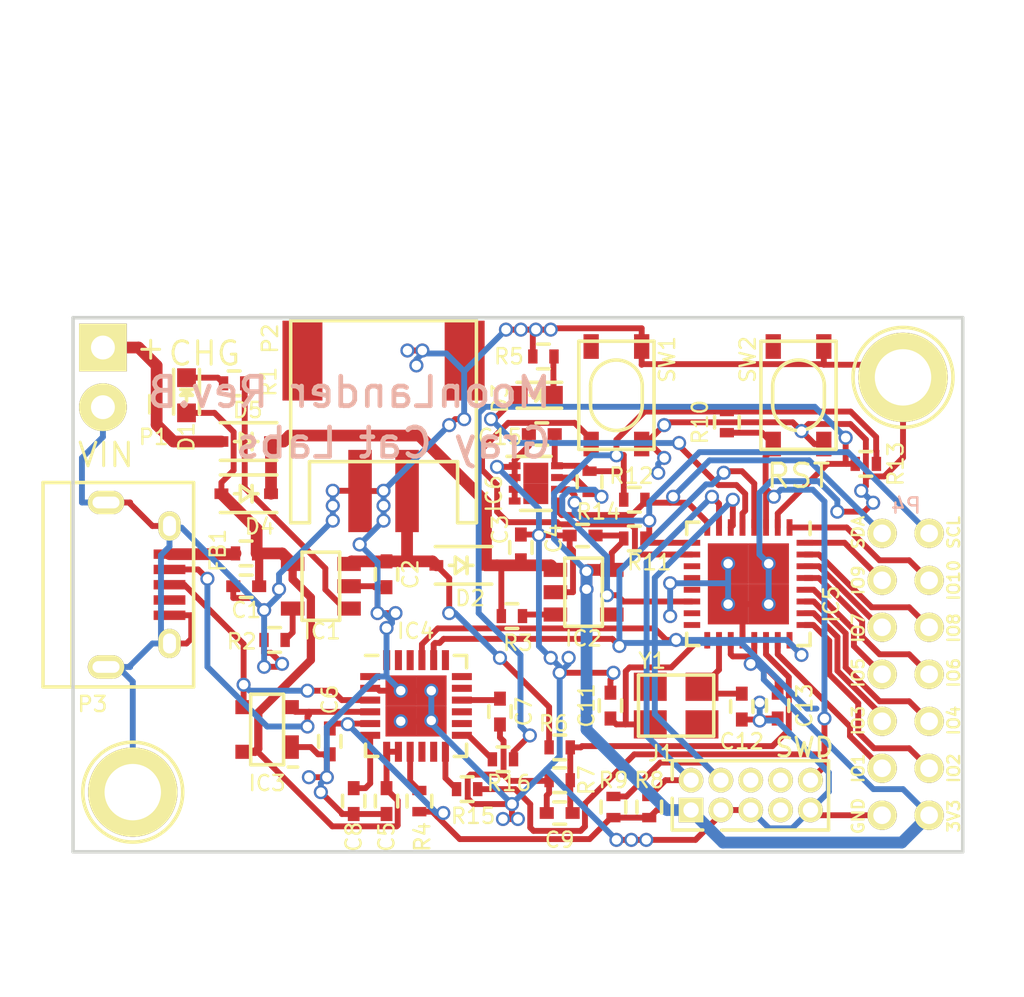
<source format=kicad_pcb>
(kicad_pcb (version 20171130) (host pcbnew "(5.1.12)-1")

  (general
    (thickness 1.6)
    (drawings 40)
    (tracks 688)
    (zones 0)
    (modules 107)
    (nets 65)
  )

  (page A4)
  (title_block
    (title MoonLander)
    (rev B)
    (company "Gray Cat Labs")
    (comment 1 "CC BY-SA")
  )

  (layers
    (0 F.Cu signal)
    (31 B.Cu signal)
    (33 F.Adhes user hide)
    (35 F.Paste user hide)
    (36 B.SilkS user)
    (37 F.SilkS user hide)
    (38 B.Mask user)
    (39 F.Mask user)
    (40 Dwgs.User user hide)
    (41 Cmts.User user)
    (42 Eco1.User user)
    (43 Eco2.User user)
    (44 Edge.Cuts user)
    (45 Margin user)
    (47 F.CrtYd user)
    (49 F.Fab user)
  )

  (setup
    (last_trace_width 0.25)
    (user_trace_width 0.1524)
    (user_trace_width 0.2)
    (user_trace_width 0.25)
    (user_trace_width 0.35)
    (user_trace_width 0.5)
    (user_trace_width 0.8)
    (user_trace_width 1.2)
    (trace_clearance 0.1)
    (zone_clearance 0.125)
    (zone_45_only yes)
    (trace_min 0.006)
    (via_size 0.6)
    (via_drill 0.4)
    (via_min_size 0.015748)
    (via_min_drill 0.3)
    (uvia_size 0.3)
    (uvia_drill 0.1)
    (uvias_allowed no)
    (uvia_min_size 0.007874)
    (uvia_min_drill 0.1)
    (edge_width 0.15)
    (segment_width 0.2)
    (pcb_text_width 0.2)
    (pcb_text_size 1.25 1.25)
    (mod_edge_width 0.15)
    (mod_text_size 0.65 0.65)
    (mod_text_width 0.1)
    (pad_size 0.6 0.6)
    (pad_drill 0.4)
    (pad_to_mask_clearance 0.05)
    (aux_axis_origin 129.286 109.474)
    (grid_origin 129.286 109.474)
    (visible_elements 7FFFFFFF)
    (pcbplotparams
      (layerselection 0x010f8_ffffffff)
      (usegerberextensions true)
      (usegerberattributes true)
      (usegerberadvancedattributes true)
      (creategerberjobfile true)
      (excludeedgelayer true)
      (linewidth 0.100000)
      (plotframeref false)
      (viasonmask false)
      (mode 1)
      (useauxorigin false)
      (hpglpennumber 1)
      (hpglpenspeed 20)
      (hpglpendiameter 15.000000)
      (psnegative false)
      (psa4output false)
      (plotreference true)
      (plotvalue false)
      (plotinvisibletext false)
      (padsonsilk false)
      (subtractmaskfromsilk false)
      (outputformat 1)
      (mirror false)
      (drillshape 0)
      (scaleselection 1)
      (outputdirectory "MoonLander-design-files/mfg/"))
  )

  (net 0 "")
  (net 1 5V_USB)
  (net 2 GND)
  (net 3 /CPU/V_BAT)
  (net 4 VCC)
  (net 5 /CPU/ISP_ENTRY)
  (net 6 /PowerSupply/V_EXT)
  (net 7 /CPU/I2C0_SDA)
  (net 8 /CPU/SWDIO)
  (net 9 /CPU/SWCLK)
  (net 10 /CPU/RESET)
  (net 11 /CPU/I2C0_SCL)
  (net 12 /CPU/ISP_TXD)
  (net 13 /CPU/ISP_RXD)
  (net 14 /CPU/PIO0_13/ADC_10)
  (net 15 /CPU/PIO0_6/ADC_1)
  (net 16 /CPU/PIO0_14/ADC_2)
  (net 17 /CPU/PIO0_23/ADC_3)
  (net 18 /CPU/PIO0_22/ADC_4)
  (net 19 /CPU/PIO0_21/ADC_5)
  (net 20 /CPU/PIO0_20/ADC_6)
  (net 21 /CPU/PIO0_19/ADC_7)
  (net 22 /CPU/PIO0_18/ADC_8)
  (net 23 /CPU/PIO0_17/ADC_9)
  (net 24 /USB-Serial/USB_D-)
  (net 25 /USB-Serial/USB_D+)
  (net 26 "Net-(D3-Pad1)")
  (net 27 "Net-(IC1-Pad5)")
  (net 28 "Net-(IC2-Pad3)")
  (net 29 "Net-(IC2-Pad4)")
  (net 30 "Net-(C12-Pad2)")
  (net 31 "Net-(FB1-Pad2)")
  (net 32 "Net-(IC4-Pad1)")
  (net 33 "Net-(IC4-Pad9)")
  (net 34 "Net-(IC4-Pad10)")
  (net 35 "Net-(IC4-Pad11)")
  (net 36 "Net-(IC4-Pad14)")
  (net 37 "Net-(IC4-Pad15)")
  (net 38 "Net-(IC4-Pad17)")
  (net 39 "Net-(IC4-Pad18)")
  (net 40 "Net-(IC4-Pad19)")
  (net 41 "Net-(IC4-Pad22)")
  (net 42 "Net-(IC4-Pad23)")
  (net 43 "Net-(IC4-Pad24)")
  (net 44 "Net-(J1-Pad7)")
  (net 45 "Net-(J1-Pad6)")
  (net 46 "Net-(J1-Pad8)")
  (net 47 "Net-(P3-Pad4)")
  (net 48 /CPU/LED)
  (net 49 "Net-(C7-Pad1)")
  (net 50 "Net-(C8-Pad2)")
  (net 51 "Net-(C9-Pad1)")
  (net 52 "Net-(C11-Pad2)")
  (net 53 "Net-(D1-Pad1)")
  (net 54 "Net-(IC1-Pad1)")
  (net 55 "Net-(IC5-Pad11)")
  (net 56 "Net-(IC5-Pad12)")
  (net 57 "Net-(IC5-Pad13)")
  (net 58 "Net-(IC5-Pad15)")
  (net 59 "Net-(IC5-Pad16)")
  (net 60 "Net-(C3-Pad1)")
  (net 61 /CPU/EEPROM_WP)
  (net 62 /CPU/ISP_RST)
  (net 63 "Net-(IC5-Pad2)")
  (net 64 /CPU/SW1)

  (net_class Default "This is the default net class."
    (clearance 0.1)
    (trace_width 0.25)
    (via_dia 0.6)
    (via_drill 0.4)
    (uvia_dia 0.3)
    (uvia_drill 0.1)
    (add_net /CPU/EEPROM_WP)
    (add_net /CPU/I2C0_SCL)
    (add_net /CPU/I2C0_SDA)
    (add_net /CPU/ISP_ENTRY)
    (add_net /CPU/ISP_RST)
    (add_net /CPU/ISP_RXD)
    (add_net /CPU/ISP_TXD)
    (add_net /CPU/LED)
    (add_net /CPU/PIO0_13/ADC_10)
    (add_net /CPU/PIO0_14/ADC_2)
    (add_net /CPU/PIO0_17/ADC_9)
    (add_net /CPU/PIO0_18/ADC_8)
    (add_net /CPU/PIO0_19/ADC_7)
    (add_net /CPU/PIO0_20/ADC_6)
    (add_net /CPU/PIO0_21/ADC_5)
    (add_net /CPU/PIO0_22/ADC_4)
    (add_net /CPU/PIO0_23/ADC_3)
    (add_net /CPU/PIO0_6/ADC_1)
    (add_net /CPU/RESET)
    (add_net /CPU/SW1)
    (add_net /CPU/SWCLK)
    (add_net /CPU/SWDIO)
    (add_net /CPU/V_BAT)
    (add_net /PowerSupply/V_EXT)
    (add_net /USB-Serial/USB_D+)
    (add_net /USB-Serial/USB_D-)
    (add_net 5V_USB)
    (add_net GND)
    (add_net "Net-(C11-Pad2)")
    (add_net "Net-(C12-Pad2)")
    (add_net "Net-(C3-Pad1)")
    (add_net "Net-(C7-Pad1)")
    (add_net "Net-(C8-Pad2)")
    (add_net "Net-(C9-Pad1)")
    (add_net "Net-(D1-Pad1)")
    (add_net "Net-(D3-Pad1)")
    (add_net "Net-(FB1-Pad2)")
    (add_net "Net-(IC1-Pad1)")
    (add_net "Net-(IC1-Pad5)")
    (add_net "Net-(IC2-Pad3)")
    (add_net "Net-(IC2-Pad4)")
    (add_net "Net-(IC4-Pad1)")
    (add_net "Net-(IC4-Pad10)")
    (add_net "Net-(IC4-Pad11)")
    (add_net "Net-(IC4-Pad14)")
    (add_net "Net-(IC4-Pad15)")
    (add_net "Net-(IC4-Pad17)")
    (add_net "Net-(IC4-Pad18)")
    (add_net "Net-(IC4-Pad19)")
    (add_net "Net-(IC4-Pad22)")
    (add_net "Net-(IC4-Pad23)")
    (add_net "Net-(IC4-Pad24)")
    (add_net "Net-(IC4-Pad9)")
    (add_net "Net-(IC5-Pad11)")
    (add_net "Net-(IC5-Pad12)")
    (add_net "Net-(IC5-Pad13)")
    (add_net "Net-(IC5-Pad15)")
    (add_net "Net-(IC5-Pad16)")
    (add_net "Net-(IC5-Pad2)")
    (add_net "Net-(J1-Pad6)")
    (add_net "Net-(J1-Pad7)")
    (add_net "Net-(J1-Pad8)")
    (add_net "Net-(P3-Pad4)")
    (add_net VCC)
  )

  (module Pin_Headers:Pin_Header_Straight_2x05_Pitch1.27mm (layer F.Cu) (tedit 555DD4BF) (tstamp 5664AF4C)
    (at 155.575 107.696 90)
    (descr "Through hole pin header, pitch 1.27mm")
    (tags "pin header")
    (path /565F2D6A/565F3829)
    (fp_text reference J1 (at 2.413 -1.27 180) (layer F.SilkS)
      (effects (font (size 0.65 0.65) (thickness 0.1)))
    )
    (fp_text value Cortex_JTAG/SWD_10 (at 0 6.9 90) (layer F.Fab)
      (effects (font (size 1 1) (thickness 0.15)))
    )
    (fp_line (start -0.85 -0.8) (end -0.85 0.5) (layer F.SilkS) (width 0.15))
    (fp_line (start 0.5 -0.8) (end -0.85 -0.8) (layer F.SilkS) (width 0.15))
    (fp_line (start -0.85 5.85) (end -0.85 1.3) (layer F.SilkS) (width 0.15))
    (fp_line (start -1.1 6.1) (end 2.35 6.1) (layer F.CrtYd) (width 0.05))
    (fp_line (start -1.1 -1.05) (end 2.35 -1.05) (layer F.CrtYd) (width 0.05))
    (fp_line (start 2.35 -1.05) (end 2.35 6.1) (layer F.CrtYd) (width 0.05))
    (fp_line (start -1.1 -1.05) (end -1.1 6.1) (layer F.CrtYd) (width 0.05))
    (fp_line (start 2.1 5.85) (end -0.85 5.85) (layer F.SilkS) (width 0.15))
    (fp_line (start 2.1 5.85) (end 2.1 -0.8) (layer F.SilkS) (width 0.15))
    (fp_line (start 2.1 -0.8) (end 1.3 -0.8) (layer F.SilkS) (width 0.15))
    (pad 1 thru_hole rect (at 0 0 90) (size 1.05 1.05) (drill 0.65) (layers *.Cu *.Mask F.SilkS)
      (net 4 VCC))
    (pad 3 thru_hole circle (at 0 1.27 90) (size 1.05 1.05) (drill 0.65) (layers *.Cu *.Mask F.SilkS)
      (net 2 GND))
    (pad 5 thru_hole circle (at 0 2.54 90) (size 1.05 1.05) (drill 0.65) (layers *.Cu *.Mask F.SilkS)
      (net 2 GND))
    (pad 7 thru_hole circle (at 0 3.81 90) (size 1.05 1.05) (drill 0.65) (layers *.Cu *.Mask F.SilkS)
      (net 44 "Net-(J1-Pad7)"))
    (pad 9 thru_hole circle (at 0 5.08 90) (size 1.05 1.05) (drill 0.65) (layers *.Cu *.Mask F.SilkS)
      (net 2 GND))
    (pad 4 thru_hole circle (at 1.27 1.27 90) (size 1.05 1.05) (drill 0.65) (layers *.Cu *.Mask F.SilkS)
      (net 9 /CPU/SWCLK))
    (pad 6 thru_hole circle (at 1.27 2.54 90) (size 1.05 1.05) (drill 0.65) (layers *.Cu *.Mask F.SilkS)
      (net 45 "Net-(J1-Pad6)"))
    (pad 8 thru_hole circle (at 1.27 3.81 90) (size 1.05 1.05) (drill 0.65) (layers *.Cu *.Mask F.SilkS)
      (net 46 "Net-(J1-Pad8)"))
    (pad 10 thru_hole circle (at 1.27 5.08 90) (size 1.05 1.05) (drill 0.65) (layers *.Cu *.Mask F.SilkS)
      (net 10 /CPU/RESET))
    (pad 2 thru_hole circle (at 1.27 0 90) (size 1.05 1.05) (drill 0.65) (layers *.Cu *.Mask F.SilkS)
      (net 8 /CPU/SWDIO))
  )

  (module GrayCatLabs:STITCH_VIA (layer F.Cu) (tedit 569FCD56) (tstamp 56B4F2C1)
    (at 154.432 91.313)
    (fp_text reference REF**_56 (at 0 0) (layer F.SilkS) hide
      (effects (font (size 0.65 0.65) (thickness 0.1)))
    )
    (fp_text value STITCH_VIA (at 0 0) (layer F.Fab) hide
      (effects (font (size 0.25 0.25) (thickness 0.0625)))
    )
    (pad 1 thru_hole circle (at 0 0) (size 0.6 0.6) (drill 0.4) (layers *.Cu)
      (net 2 GND) (zone_connect 2))
  )

  (module GrayCatLabs:STITCH_VIA (layer F.Cu) (tedit 569FCD56) (tstamp 56B4F2BC)
    (at 160.274 91.567)
    (fp_text reference REF**_55 (at 0 0) (layer F.SilkS) hide
      (effects (font (size 0.65 0.65) (thickness 0.1)))
    )
    (fp_text value STITCH_VIA (at 0 0) (layer F.Fab) hide
      (effects (font (size 0.25 0.25) (thickness 0.0625)))
    )
    (pad 1 thru_hole circle (at 0 0) (size 0.6 0.6) (drill 0.4) (layers *.Cu)
      (net 2 GND) (zone_connect 2))
  )

  (module GrayCatLabs:STITCH_VIA (layer F.Cu) (tedit 569FCD56) (tstamp 569FCDC5)
    (at 154.686 99.441)
    (fp_text reference REF**_54 (at 0 0) (layer F.SilkS) hide
      (effects (font (size 0.65 0.65) (thickness 0.1)))
    )
    (fp_text value STITCH_VIA (at 0 0) (layer F.Fab) hide
      (effects (font (size 0.25 0.25) (thickness 0.0625)))
    )
    (pad 1 thru_hole circle (at 0 0) (size 0.6 0.6) (drill 0.4) (layers *.Cu)
      (net 2 GND) (zone_connect 2))
  )

  (module GrayCatLabs:STITCH_VIA (layer F.Cu) (tedit 569FCD56) (tstamp 569FCE48)
    (at 147.955 107.442)
    (fp_text reference REF**_53 (at 0 0) (layer F.SilkS) hide
      (effects (font (size 0.65 0.65) (thickness 0.1)))
    )
    (fp_text value STITCH_VIA (at 0 0) (layer F.Fab) hide
      (effects (font (size 0.25 0.25) (thickness 0.0625)))
    )
    (pad 1 thru_hole circle (at 0 0) (size 0.6 0.6) (drill 0.4) (layers *.Cu)
      (net 2 GND) (zone_connect 2))
  )

  (module GrayCatLabs:STITCH_VIA (layer F.Cu) (tedit 569FCD56) (tstamp 569FCF89)
    (at 145.288 91.313)
    (fp_text reference REF**_52 (at 0 0) (layer F.SilkS) hide
      (effects (font (size 0.65 0.65) (thickness 0.1)))
    )
    (fp_text value STITCH_VIA (at 0 0) (layer F.Fab) hide
      (effects (font (size 0.25 0.25) (thickness 0.0625)))
    )
    (pad 1 thru_hole circle (at 0 0) (size 0.6 0.6) (drill 0.4) (layers *.Cu)
      (net 2 GND) (zone_connect 2))
  )

  (module GrayCatLabs:STITCH_VIA (layer F.Cu) (tedit 569FCD56) (tstamp 569FCF85)
    (at 147.32 93.091)
    (fp_text reference REF**_51 (at 0 0) (layer F.SilkS) hide
      (effects (font (size 0.65 0.65) (thickness 0.1)))
    )
    (fp_text value STITCH_VIA (at 0 0) (layer F.Fab) hide
      (effects (font (size 0.25 0.25) (thickness 0.0625)))
    )
    (pad 1 thru_hole circle (at 0 0) (size 0.6 0.6) (drill 0.4) (layers *.Cu)
      (net 2 GND) (zone_connect 2))
  )

  (module GrayCatLabs:STITCH_VIA (layer F.Cu) (tedit 569FCD56) (tstamp 569FCF6C)
    (at 145.923 91.059)
    (fp_text reference REF**_50 (at 0 0) (layer F.SilkS) hide
      (effects (font (size 0.65 0.65) (thickness 0.1)))
    )
    (fp_text value STITCH_VIA (at 0 0) (layer F.Fab) hide
      (effects (font (size 0.25 0.25) (thickness 0.0625)))
    )
    (pad 1 thru_hole circle (at 0 0) (size 0.6 0.6) (drill 0.4) (layers *.Cu)
      (net 2 GND) (zone_connect 2))
  )

  (module Capacitors_SMD:C_0402 (layer F.Cu) (tedit 5415D599) (tstamp 5664AE88)
    (at 150.961 96.012 180)
    (descr "Capacitor SMD 0402, reflow soldering, AVX (see smccp.pdf)")
    (tags "capacitor 0402")
    (path /565F6D76/565FD299)
    (attr smd)
    (fp_text reference C4 (at 1.228 -0.127 270) (layer F.SilkS)
      (effects (font (size 0.65 0.65) (thickness 0.1)))
    )
    (fp_text value 1uF (at 0 1.7 180) (layer F.Fab)
      (effects (font (size 1 1) (thickness 0.15)))
    )
    (fp_line (start -0.25 0.475) (end 0.25 0.475) (layer F.SilkS) (width 0.15))
    (fp_line (start 0.25 -0.475) (end -0.25 -0.475) (layer F.SilkS) (width 0.15))
    (fp_line (start 1.15 -0.6) (end 1.15 0.6) (layer F.CrtYd) (width 0.05))
    (fp_line (start -1.15 -0.6) (end -1.15 0.6) (layer F.CrtYd) (width 0.05))
    (fp_line (start -1.15 0.6) (end 1.15 0.6) (layer F.CrtYd) (width 0.05))
    (fp_line (start -1.15 -0.6) (end 1.15 -0.6) (layer F.CrtYd) (width 0.05))
    (pad 1 smd rect (at -0.55 0 180) (size 0.6 0.5) (layers F.Cu F.Paste F.Mask)
      (net 4 VCC))
    (pad 2 smd rect (at 0.55 0 180) (size 0.6 0.5) (layers F.Cu F.Paste F.Mask)
      (net 2 GND))
    (model Capacitors_SMD.3dshapes/C_0402.wrl
      (at (xyz 0 0 0))
      (scale (xyz 1 1 1))
      (rotate (xyz 0 0 0))
    )
  )

  (module GrayCatLabs:STITCH_VIA (layer F.Cu) (tedit 569FCD56) (tstamp 569FCED8)
    (at 158.496 103.886)
    (fp_text reference REF**_49 (at 0 0) (layer F.SilkS) hide
      (effects (font (size 0.65 0.65) (thickness 0.1)))
    )
    (fp_text value STITCH_VIA (at 0 0) (layer F.Fab) hide
      (effects (font (size 0.25 0.25) (thickness 0.0625)))
    )
    (pad 1 thru_hole circle (at 0 0) (size 0.6 0.6) (drill 0.4) (layers *.Cu)
      (net 2 GND) (zone_connect 2))
  )

  (module GrayCatLabs:STITCH_VIA (layer F.Cu) (tedit 569FCD56) (tstamp 569FCED0)
    (at 158.496 103.124)
    (fp_text reference REF**_48 (at 0 0) (layer F.SilkS) hide
      (effects (font (size 0.65 0.65) (thickness 0.1)))
    )
    (fp_text value STITCH_VIA (at 0 0) (layer F.Fab) hide
      (effects (font (size 0.25 0.25) (thickness 0.0625)))
    )
    (pad 1 thru_hole circle (at 0 0) (size 0.6 0.6) (drill 0.4) (layers *.Cu)
      (net 2 GND) (zone_connect 2))
  )

  (module GrayCatLabs:STITCH_VIA (layer F.Cu) (tedit 569FCD56) (tstamp 569FCEBE)
    (at 152.273 101.854)
    (fp_text reference REF**_47 (at 0 0) (layer F.SilkS) hide
      (effects (font (size 0.65 0.65) (thickness 0.1)))
    )
    (fp_text value STITCH_VIA (at 0 0) (layer F.Fab) hide
      (effects (font (size 0.25 0.25) (thickness 0.0625)))
    )
    (pad 1 thru_hole circle (at 0 0) (size 0.6 0.6) (drill 0.4) (layers *.Cu)
      (net 2 GND) (zone_connect 2))
  )

  (module GrayCatLabs:STITCH_VIA (layer F.Cu) (tedit 569FCD56) (tstamp 569FCEBA)
    (at 138.176 101.473)
    (fp_text reference REF**_46 (at 0 0) (layer F.SilkS) hide
      (effects (font (size 0.65 0.65) (thickness 0.1)))
    )
    (fp_text value STITCH_VIA (at 0 0) (layer F.Fab) hide
      (effects (font (size 0.25 0.25) (thickness 0.0625)))
    )
    (pad 1 thru_hole circle (at 0 0) (size 0.6 0.6) (drill 0.4) (layers *.Cu)
      (net 2 GND) (zone_connect 2))
  )

  (module GrayCatLabs:STITCH_VIA (layer F.Cu) (tedit 569FCD56) (tstamp 569FCEB6)
    (at 137.414 101.6)
    (fp_text reference REF**_45 (at 0 0) (layer F.SilkS) hide
      (effects (font (size 0.65 0.65) (thickness 0.1)))
    )
    (fp_text value STITCH_VIA (at 0 0) (layer F.Fab) hide
      (effects (font (size 0.25 0.25) (thickness 0.0625)))
    )
    (pad 1 thru_hole circle (at 0 0) (size 0.6 0.6) (drill 0.4) (layers *.Cu)
      (net 2 GND) (zone_connect 2))
  )

  (module GrayCatLabs:STITCH_VIA (layer F.Cu) (tedit 569FCD56) (tstamp 569FCEB2)
    (at 138.049 98.298)
    (fp_text reference REF**_44 (at 0 0) (layer F.SilkS) hide
      (effects (font (size 0.65 0.65) (thickness 0.1)))
    )
    (fp_text value STITCH_VIA (at 0 0) (layer F.Fab) hide
      (effects (font (size 0.25 0.25) (thickness 0.0625)))
    )
    (pad 1 thru_hole circle (at 0 0) (size 0.6 0.6) (drill 0.4) (layers *.Cu)
      (net 2 GND) (zone_connect 2))
  )

  (module GrayCatLabs:STITCH_VIA (layer F.Cu) (tedit 569FCD56) (tstamp 569FCEAE)
    (at 137.414 99.187)
    (fp_text reference REF**_43 (at 0 0) (layer F.SilkS) hide
      (effects (font (size 0.65 0.65) (thickness 0.1)))
    )
    (fp_text value STITCH_VIA (at 0 0) (layer F.Fab) hide
      (effects (font (size 0.25 0.25) (thickness 0.0625)))
    )
    (pad 1 thru_hole circle (at 0 0) (size 0.6 0.6) (drill 0.4) (layers *.Cu)
      (net 2 GND) (zone_connect 2))
  )

  (module GrayCatLabs:STITCH_VIA (layer F.Cu) (tedit 569FCD56) (tstamp 569FCEAA)
    (at 142.621 99.949)
    (fp_text reference REF**_42 (at 0 0) (layer F.SilkS) hide
      (effects (font (size 0.65 0.65) (thickness 0.1)))
    )
    (fp_text value STITCH_VIA (at 0 0) (layer F.Fab) hide
      (effects (font (size 0.25 0.25) (thickness 0.0625)))
    )
    (pad 1 thru_hole circle (at 0 0) (size 0.6 0.6) (drill 0.4) (layers *.Cu)
      (net 2 GND) (zone_connect 2))
  )

  (module GrayCatLabs:STITCH_VIA (layer F.Cu) (tedit 569FCD56) (tstamp 569FCEA6)
    (at 143.002 99.314)
    (fp_text reference REF**_41 (at 0 0) (layer F.SilkS) hide
      (effects (font (size 0.65 0.65) (thickness 0.1)))
    )
    (fp_text value STITCH_VIA (at 0 0) (layer F.Fab) hide
      (effects (font (size 0.25 0.25) (thickness 0.0625)))
    )
    (pad 1 thru_hole circle (at 0 0) (size 0.6 0.6) (drill 0.4) (layers *.Cu)
      (net 2 GND) (zone_connect 2))
  )

  (module GrayCatLabs:STITCH_VIA (layer F.Cu) (tedit 569FCD56) (tstamp 569FCEA2)
    (at 142.24 99.314)
    (fp_text reference REF**_40 (at 0 0) (layer F.SilkS) hide
      (effects (font (size 0.65 0.65) (thickness 0.1)))
    )
    (fp_text value STITCH_VIA (at 0 0) (layer F.Fab) hide
      (effects (font (size 0.25 0.25) (thickness 0.0625)))
    )
    (pad 1 thru_hole circle (at 0 0) (size 0.6 0.6) (drill 0.4) (layers *.Cu)
      (net 2 GND) (zone_connect 2))
  )

  (module GrayCatLabs:STITCH_VIA (layer F.Cu) (tedit 569FCD56) (tstamp 569FCE9E)
    (at 143.891 88.773)
    (fp_text reference REF**_39 (at 0 0) (layer F.SilkS) hide
      (effects (font (size 0.65 0.65) (thickness 0.1)))
    )
    (fp_text value STITCH_VIA (at 0 0) (layer F.Fab) hide
      (effects (font (size 0.25 0.25) (thickness 0.0625)))
    )
    (pad 1 thru_hole circle (at 0 0) (size 0.6 0.6) (drill 0.4) (layers *.Cu)
      (net 2 GND) (zone_connect 2))
  )

  (module GrayCatLabs:STITCH_VIA (layer F.Cu) (tedit 569FCD56) (tstamp 569FCE9A)
    (at 143.51 88.138)
    (fp_text reference REF**_38 (at 0 0) (layer F.SilkS) hide
      (effects (font (size 0.65 0.65) (thickness 0.1)))
    )
    (fp_text value STITCH_VIA (at 0 0) (layer F.Fab) hide
      (effects (font (size 0.25 0.25) (thickness 0.0625)))
    )
    (pad 1 thru_hole circle (at 0 0) (size 0.6 0.6) (drill 0.4) (layers *.Cu)
      (net 2 GND) (zone_connect 2))
  )

  (module GrayCatLabs:STITCH_VIA (layer F.Cu) (tedit 569FCD56) (tstamp 569FCE96)
    (at 144.145 88.138)
    (fp_text reference REF**_37 (at 0 0) (layer F.SilkS) hide
      (effects (font (size 0.65 0.65) (thickness 0.1)))
    )
    (fp_text value STITCH_VIA (at 0 0) (layer F.Fab) hide
      (effects (font (size 0.25 0.25) (thickness 0.0625)))
    )
    (pad 1 thru_hole circle (at 0 0) (size 0.6 0.6) (drill 0.4) (layers *.Cu)
      (net 2 GND) (zone_connect 2))
  )

  (module GrayCatLabs:STITCH_VIA (layer F.Cu) (tedit 569FCD56) (tstamp 569FCE92)
    (at 162.814 94.107)
    (fp_text reference REF**_36 (at 0 0) (layer F.SilkS) hide
      (effects (font (size 0.65 0.65) (thickness 0.1)))
    )
    (fp_text value STITCH_VIA (at 0 0) (layer F.Fab) hide
      (effects (font (size 0.25 0.25) (thickness 0.0625)))
    )
    (pad 1 thru_hole circle (at 0 0) (size 0.6 0.6) (drill 0.4) (layers *.Cu)
      (net 2 GND) (zone_connect 2))
  )

  (module GrayCatLabs:STITCH_VIA (layer F.Cu) (tedit 569FCD56) (tstamp 569FCE8E)
    (at 163.322 94.615)
    (fp_text reference REF**_35 (at 0 0) (layer F.SilkS) hide
      (effects (font (size 0.65 0.65) (thickness 0.1)))
    )
    (fp_text value STITCH_VIA (at 0 0) (layer F.Fab) hide
      (effects (font (size 0.25 0.25) (thickness 0.0625)))
    )
    (pad 1 thru_hole circle (at 0 0) (size 0.6 0.6) (drill 0.4) (layers *.Cu)
      (net 2 GND) (zone_connect 2))
  )

  (module GrayCatLabs:STITCH_VIA (layer F.Cu) (tedit 569FCD56) (tstamp 569FCE8A)
    (at 161.798 94.996)
    (fp_text reference REF**_34 (at 0 0) (layer F.SilkS) hide
      (effects (font (size 0.65 0.65) (thickness 0.1)))
    )
    (fp_text value STITCH_VIA (at 0 0) (layer F.Fab) hide
      (effects (font (size 0.25 0.25) (thickness 0.0625)))
    )
    (pad 1 thru_hole circle (at 0 0) (size 0.6 0.6) (drill 0.4) (layers *.Cu)
      (net 2 GND) (zone_connect 2))
  )

  (module GrayCatLabs:STITCH_VIA (layer F.Cu) (tedit 569FCD56) (tstamp 569FCE74)
    (at 154.178 93.345)
    (fp_text reference REF**_33 (at 0 0) (layer F.SilkS) hide
      (effects (font (size 0.65 0.65) (thickness 0.1)))
    )
    (fp_text value STITCH_VIA (at 0 0) (layer F.Fab) hide
      (effects (font (size 0.25 0.25) (thickness 0.0625)))
    )
    (pad 1 thru_hole circle (at 0 0) (size 0.6 0.6) (drill 0.4) (layers *.Cu)
      (net 2 GND) (zone_connect 2))
  )

  (module GrayCatLabs:STITCH_VIA (layer F.Cu) (tedit 569FCD56) (tstamp 569FCE70)
    (at 154.432 92.71)
    (fp_text reference REF**_32 (at 0 0) (layer F.SilkS) hide
      (effects (font (size 0.65 0.65) (thickness 0.1)))
    )
    (fp_text value STITCH_VIA (at 0 0) (layer F.Fab) hide
      (effects (font (size 0.25 0.25) (thickness 0.0625)))
    )
    (pad 1 thru_hole circle (at 0 0) (size 0.6 0.6) (drill 0.4) (layers *.Cu)
      (net 2 GND) (zone_connect 2))
  )

  (module GrayCatLabs:STITCH_VIA (layer F.Cu) (tedit 569FCD56) (tstamp 569FCE6C)
    (at 142.494 95.377)
    (fp_text reference REF**_31 (at 0 0) (layer F.SilkS) hide
      (effects (font (size 0.65 0.65) (thickness 0.1)))
    )
    (fp_text value STITCH_VIA (at 0 0) (layer F.Fab) hide
      (effects (font (size 0.25 0.25) (thickness 0.0625)))
    )
    (pad 1 thru_hole circle (at 0 0) (size 0.6 0.6) (drill 0.4) (layers *.Cu)
      (net 2 GND) (zone_connect 2))
  )

  (module GrayCatLabs:STITCH_VIA (layer F.Cu) (tedit 569FCD56) (tstamp 569FCE68)
    (at 142.494 94.742)
    (fp_text reference REF**_30 (at 0 0) (layer F.SilkS) hide
      (effects (font (size 0.65 0.65) (thickness 0.1)))
    )
    (fp_text value STITCH_VIA (at 0 0) (layer F.Fab) hide
      (effects (font (size 0.25 0.25) (thickness 0.0625)))
    )
    (pad 1 thru_hole circle (at 0 0) (size 0.6 0.6) (drill 0.4) (layers *.Cu)
      (net 2 GND) (zone_connect 2))
  )

  (module GrayCatLabs:STITCH_VIA (layer F.Cu) (tedit 569FCD56) (tstamp 569FCE64)
    (at 142.494 94.107)
    (fp_text reference REF**_29 (at 0 0) (layer F.SilkS) hide
      (effects (font (size 0.65 0.65) (thickness 0.1)))
    )
    (fp_text value STITCH_VIA (at 0 0) (layer F.Fab) hide
      (effects (font (size 0.25 0.25) (thickness 0.0625)))
    )
    (pad 1 thru_hole circle (at 0 0) (size 0.6 0.6) (drill 0.4) (layers *.Cu)
      (net 2 GND) (zone_connect 2))
  )

  (module GrayCatLabs:STITCH_VIA (layer F.Cu) (tedit 569FCD56) (tstamp 569FCE60)
    (at 141.478 96.393)
    (fp_text reference REF**_28 (at 0 0) (layer F.SilkS) hide
      (effects (font (size 0.65 0.65) (thickness 0.1)))
    )
    (fp_text value STITCH_VIA (at 0 0) (layer F.Fab) hide
      (effects (font (size 0.25 0.25) (thickness 0.0625)))
    )
    (pad 1 thru_hole circle (at 0 0) (size 0.6 0.6) (drill 0.4) (layers *.Cu)
      (net 2 GND) (zone_connect 2))
  )

  (module GrayCatLabs:STITCH_VIA (layer F.Cu) (tedit 569FCD56) (tstamp 569FCE5C)
    (at 140.335 95.377)
    (fp_text reference REF**_27 (at 0 0) (layer F.SilkS) hide
      (effects (font (size 0.65 0.65) (thickness 0.1)))
    )
    (fp_text value STITCH_VIA (at 0 0) (layer F.Fab) hide
      (effects (font (size 0.25 0.25) (thickness 0.0625)))
    )
    (pad 1 thru_hole circle (at 0 0) (size 0.6 0.6) (drill 0.4) (layers *.Cu)
      (net 2 GND) (zone_connect 2))
  )

  (module GrayCatLabs:STITCH_VIA (layer F.Cu) (tedit 569FCD56) (tstamp 569FCE58)
    (at 140.335 94.742)
    (fp_text reference REF**_26 (at 0 0) (layer F.SilkS) hide
      (effects (font (size 0.65 0.65) (thickness 0.1)))
    )
    (fp_text value STITCH_VIA (at 0 0) (layer F.Fab) hide
      (effects (font (size 0.25 0.25) (thickness 0.0625)))
    )
    (pad 1 thru_hole circle (at 0 0) (size 0.6 0.6) (drill 0.4) (layers *.Cu)
      (net 2 GND) (zone_connect 2))
  )

  (module GrayCatLabs:STITCH_VIA (layer F.Cu) (tedit 569FCD56) (tstamp 569FCE54)
    (at 140.335 94.107)
    (fp_text reference REF**_25 (at 0 0) (layer F.SilkS) hide
      (effects (font (size 0.65 0.65) (thickness 0.1)))
    )
    (fp_text value STITCH_VIA (at 0 0) (layer F.Fab) hide
      (effects (font (size 0.25 0.25) (thickness 0.0625)))
    )
    (pad 1 thru_hole circle (at 0 0) (size 0.6 0.6) (drill 0.4) (layers *.Cu)
      (net 2 GND) (zone_connect 2))
  )

  (module GrayCatLabs:STITCH_VIA (layer F.Cu) (tedit 569FCD56) (tstamp 569FCE50)
    (at 148.209 108.077)
    (fp_text reference REF**_24 (at 0 0) (layer F.SilkS) hide
      (effects (font (size 0.65 0.65) (thickness 0.1)))
    )
    (fp_text value STITCH_VIA (at 0 0) (layer F.Fab) hide
      (effects (font (size 0.25 0.25) (thickness 0.0625)))
    )
    (pad 1 thru_hole circle (at 0 0) (size 0.6 0.6) (drill 0.4) (layers *.Cu)
      (net 2 GND) (zone_connect 2))
  )

  (module GrayCatLabs:STITCH_VIA (layer F.Cu) (tedit 569FCD56) (tstamp 569FCE4C)
    (at 147.574 108.077)
    (fp_text reference REF**_23 (at 0 0) (layer F.SilkS) hide
      (effects (font (size 0.65 0.65) (thickness 0.1)))
    )
    (fp_text value STITCH_VIA (at 0 0) (layer F.Fab) hide
      (effects (font (size 0.25 0.25) (thickness 0.0625)))
    )
    (pad 1 thru_hole circle (at 0 0) (size 0.6 0.6) (drill 0.4) (layers *.Cu)
      (net 2 GND) (zone_connect 2))
  )

  (module GrayCatLabs:STITCH_VIA (layer F.Cu) (tedit 569FCD56) (tstamp 569FCE26)
    (at 153.67 108.966)
    (fp_text reference REF**_22 (at 0 0) (layer F.SilkS) hide
      (effects (font (size 0.65 0.65) (thickness 0.1)))
    )
    (fp_text value STITCH_VIA (at 0 0) (layer F.Fab) hide
      (effects (font (size 0.25 0.25) (thickness 0.0625)))
    )
    (pad 1 thru_hole circle (at 0 0) (size 0.6 0.6) (drill 0.4) (layers *.Cu)
      (net 2 GND) (zone_connect 2))
  )

  (module GrayCatLabs:STITCH_VIA (layer F.Cu) (tedit 569FCD56) (tstamp 569FCE22)
    (at 153.035 108.966)
    (fp_text reference REF**_21 (at 0 0) (layer F.SilkS) hide
      (effects (font (size 0.65 0.65) (thickness 0.1)))
    )
    (fp_text value STITCH_VIA (at 0 0) (layer F.Fab) hide
      (effects (font (size 0.25 0.25) (thickness 0.0625)))
    )
    (pad 1 thru_hole circle (at 0 0) (size 0.6 0.6) (drill 0.4) (layers *.Cu)
      (net 2 GND) (zone_connect 2))
  )

  (module GrayCatLabs:STITCH_VIA (layer F.Cu) (tedit 569FCD56) (tstamp 569FCE1E)
    (at 152.4 108.966)
    (fp_text reference REF**_20 (at 0 0) (layer F.SilkS) hide
      (effects (font (size 0.65 0.65) (thickness 0.1)))
    )
    (fp_text value STITCH_VIA (at 0 0) (layer F.Fab) hide
      (effects (font (size 0.25 0.25) (thickness 0.0625)))
    )
    (pad 1 thru_hole circle (at 0 0) (size 0.6 0.6) (drill 0.4) (layers *.Cu)
      (net 2 GND) (zone_connect 2))
  )

  (module GrayCatLabs:STITCH_VIA (layer F.Cu) (tedit 569FCD56) (tstamp 569FCE1A)
    (at 149.606 87.249)
    (fp_text reference REF**_19 (at 0 0) (layer F.SilkS) hide
      (effects (font (size 0.65 0.65) (thickness 0.1)))
    )
    (fp_text value STITCH_VIA (at 0 0) (layer F.Fab) hide
      (effects (font (size 0.25 0.25) (thickness 0.0625)))
    )
    (pad 1 thru_hole circle (at 0 0) (size 0.6 0.6) (drill 0.4) (layers *.Cu)
      (net 2 GND) (zone_connect 2))
  )

  (module GrayCatLabs:STITCH_VIA (layer F.Cu) (tedit 569FCD56) (tstamp 569FCE16)
    (at 148.971 87.249)
    (fp_text reference REF**_18 (at 0 0) (layer F.SilkS) hide
      (effects (font (size 0.65 0.65) (thickness 0.1)))
    )
    (fp_text value STITCH_VIA (at 0 0) (layer F.Fab) hide
      (effects (font (size 0.25 0.25) (thickness 0.0625)))
    )
    (pad 1 thru_hole circle (at 0 0) (size 0.6 0.6) (drill 0.4) (layers *.Cu)
      (net 2 GND) (zone_connect 2))
  )

  (module GrayCatLabs:STITCH_VIA (layer F.Cu) (tedit 569FCD56) (tstamp 569FCE12)
    (at 148.336 87.249)
    (fp_text reference REF**_17 (at 0 0) (layer F.SilkS) hide
      (effects (font (size 0.65 0.65) (thickness 0.1)))
    )
    (fp_text value STITCH_VIA (at 0 0) (layer F.Fab) hide
      (effects (font (size 0.25 0.25) (thickness 0.0625)))
    )
    (pad 1 thru_hole circle (at 0 0) (size 0.6 0.6) (drill 0.4) (layers *.Cu)
      (net 2 GND) (zone_connect 2))
  )

  (module GrayCatLabs:STITCH_VIA (layer F.Cu) (tedit 569FCD56) (tstamp 569FCE0E)
    (at 147.701 87.249)
    (fp_text reference REF**_16 (at 0 0) (layer F.SilkS) hide
      (effects (font (size 0.65 0.65) (thickness 0.1)))
    )
    (fp_text value STITCH_VIA (at 0 0) (layer F.Fab) hide
      (effects (font (size 0.25 0.25) (thickness 0.0625)))
    )
    (pad 1 thru_hole circle (at 0 0) (size 0.6 0.6) (drill 0.4) (layers *.Cu)
      (net 2 GND) (zone_connect 2))
  )

  (module GrayCatLabs:STITCH_VIA (layer F.Cu) (tedit 569FCD56) (tstamp 569FCE0A)
    (at 139.827 106.934)
    (fp_text reference REF**_15 (at 0 0) (layer F.SilkS) hide
      (effects (font (size 0.65 0.65) (thickness 0.1)))
    )
    (fp_text value STITCH_VIA (at 0 0) (layer F.Fab) hide
      (effects (font (size 0.25 0.25) (thickness 0.0625)))
    )
    (pad 1 thru_hole circle (at 0 0) (size 0.6 0.6) (drill 0.4) (layers *.Cu)
      (net 2 GND) (zone_connect 2))
  )

  (module GrayCatLabs:STITCH_VIA (layer F.Cu) (tedit 569FCD56) (tstamp 569FCE06)
    (at 140.081 106.299)
    (fp_text reference REF**_14 (at 0 0) (layer F.SilkS) hide
      (effects (font (size 0.65 0.65) (thickness 0.1)))
    )
    (fp_text value STITCH_VIA (at 0 0) (layer F.Fab) hide
      (effects (font (size 0.25 0.25) (thickness 0.0625)))
    )
    (pad 1 thru_hole circle (at 0 0) (size 0.6 0.6) (drill 0.4) (layers *.Cu)
      (net 2 GND) (zone_connect 2))
  )

  (module GrayCatLabs:STITCH_VIA (layer F.Cu) (tedit 569FCD56) (tstamp 569FCE02)
    (at 139.319 106.299)
    (fp_text reference REF**_13 (at 0 0) (layer F.SilkS) hide
      (effects (font (size 0.65 0.65) (thickness 0.1)))
    )
    (fp_text value STITCH_VIA (at 0 0) (layer F.Fab) hide
      (effects (font (size 0.25 0.25) (thickness 0.0625)))
    )
    (pad 1 thru_hole circle (at 0 0) (size 0.6 0.6) (drill 0.4) (layers *.Cu)
      (net 2 GND) (zone_connect 2))
  )

  (module GrayCatLabs:STITCH_VIA (layer F.Cu) (tedit 569FCD56) (tstamp 569FCDFC)
    (at 143.226 103.916)
    (fp_text reference REF**_12 (at 0 0) (layer F.SilkS) hide
      (effects (font (size 0.65 0.65) (thickness 0.1)))
    )
    (fp_text value STITCH_VIA (at 0 0) (layer F.Fab) hide
      (effects (font (size 0.25 0.25) (thickness 0.0625)))
    )
    (pad 1 thru_hole circle (at 0 0) (size 0.6 0.6) (drill 0.4) (layers *.Cu)
      (net 2 GND) (zone_connect 2))
  )

  (module GrayCatLabs:STITCH_VIA (layer F.Cu) (tedit 569FCD56) (tstamp 569FCDF8)
    (at 144.526 103.886)
    (fp_text reference REF**_11 (at 0 0) (layer F.SilkS) hide
      (effects (font (size 0.65 0.65) (thickness 0.1)))
    )
    (fp_text value STITCH_VIA (at 0 0) (layer F.Fab) hide
      (effects (font (size 0.25 0.25) (thickness 0.0625)))
    )
    (pad 1 thru_hole circle (at 0 0) (size 0.6 0.6) (drill 0.4) (layers *.Cu)
      (net 2 GND) (zone_connect 2))
  )

  (module GrayCatLabs:STITCH_VIA (layer F.Cu) (tedit 569FCD56) (tstamp 569FCDF4)
    (at 144.526 102.616)
    (fp_text reference REF**_10 (at 0 0) (layer F.SilkS) hide
      (effects (font (size 0.65 0.65) (thickness 0.1)))
    )
    (fp_text value STITCH_VIA (at 0 0) (layer F.Fab) hide
      (effects (font (size 0.25 0.25) (thickness 0.0625)))
    )
    (pad 1 thru_hole circle (at 0 0) (size 0.6 0.6) (drill 0.4) (layers *.Cu)
      (net 2 GND) (zone_connect 2))
  )

  (module GrayCatLabs:STITCH_VIA (layer F.Cu) (tedit 569FCD56) (tstamp 569FCDF0)
    (at 143.226 102.616)
    (fp_text reference REF**_9 (at 0 0) (layer F.SilkS) hide
      (effects (font (size 0.65 0.65) (thickness 0.1)))
    )
    (fp_text value STITCH_VIA (at 0 0) (layer F.Fab) hide
      (effects (font (size 0.25 0.25) (thickness 0.0625)))
    )
    (pad 1 thru_hole circle (at 0 0) (size 0.6 0.6) (drill 0.4) (layers *.Cu)
      (net 2 GND) (zone_connect 2))
  )

  (module GrayCatLabs:STITCH_VIA (layer F.Cu) (tedit 569FCD56) (tstamp 569FCDDE)
    (at 149.606 101.219)
    (fp_text reference REF**_8 (at 0 0) (layer F.SilkS) hide
      (effects (font (size 0.65 0.65) (thickness 0.1)))
    )
    (fp_text value STITCH_VIA (at 0 0) (layer F.Fab) hide
      (effects (font (size 0.25 0.25) (thickness 0.0625)))
    )
    (pad 1 thru_hole circle (at 0 0) (size 0.6 0.6) (drill 0.4) (layers *.Cu)
      (net 2 GND) (zone_connect 2))
  )

  (module GrayCatLabs:STITCH_VIA (layer F.Cu) (tedit 569FCD56) (tstamp 569FCDDA)
    (at 150.368 101.219)
    (fp_text reference REF**_7 (at 0 0) (layer F.SilkS) hide
      (effects (font (size 0.65 0.65) (thickness 0.1)))
    )
    (fp_text value STITCH_VIA (at 0 0) (layer F.Fab) hide
      (effects (font (size 0.25 0.25) (thickness 0.0625)))
    )
    (pad 1 thru_hole circle (at 0 0) (size 0.6 0.6) (drill 0.4) (layers *.Cu)
      (net 2 GND) (zone_connect 2))
  )

  (module GrayCatLabs:STITCH_VIA (layer F.Cu) (tedit 569FCD56) (tstamp 569FCDD6)
    (at 149.987 101.854)
    (fp_text reference REF**_6 (at 0 0) (layer F.SilkS) hide
      (effects (font (size 0.65 0.65) (thickness 0.1)))
    )
    (fp_text value STITCH_VIA (at 0 0) (layer F.Fab) hide
      (effects (font (size 0.25 0.25) (thickness 0.0625)))
    )
    (pad 1 thru_hole circle (at 0 0) (size 0.6 0.6) (drill 0.4) (layers *.Cu)
      (net 2 GND) (zone_connect 2))
  )

  (module GrayCatLabs:STITCH_VIA (layer F.Cu) (tedit 569FCD56) (tstamp 569FCDC9)
    (at 154.686 98.044)
    (fp_text reference REF**_5 (at 0 0) (layer F.SilkS) hide
      (effects (font (size 0.65 0.65) (thickness 0.1)))
    )
    (fp_text value STITCH_VIA (at 0 0) (layer F.Fab) hide
      (effects (font (size 0.25 0.25) (thickness 0.0625)))
    )
    (pad 1 thru_hole circle (at 0 0) (size 0.6 0.6) (drill 0.4) (layers *.Cu)
      (net 2 GND) (zone_connect 2))
  )

  (module GrayCatLabs:STITCH_VIA (layer F.Cu) (tedit 569FCD56) (tstamp 569FCDC1)
    (at 157.152 98.933)
    (fp_text reference REF**_4 (at 0 0) (layer F.SilkS) hide
      (effects (font (size 0.65 0.65) (thickness 0.1)))
    )
    (fp_text value STITCH_VIA (at 0 0) (layer F.Fab) hide
      (effects (font (size 0.25 0.25) (thickness 0.0625)))
    )
    (pad 1 thru_hole circle (at 0 0) (size 0.6 0.6) (drill 0.4) (layers *.Cu)
      (net 2 GND) (zone_connect 2))
  )

  (module GrayCatLabs:STITCH_VIA (layer F.Cu) (tedit 569FCD56) (tstamp 569FCDBD)
    (at 158.877 98.933)
    (fp_text reference REF**_3 (at 0 0) (layer F.SilkS) hide
      (effects (font (size 0.65 0.65) (thickness 0.1)))
    )
    (fp_text value STITCH_VIA (at 0 0) (layer F.Fab) hide
      (effects (font (size 0.25 0.25) (thickness 0.0625)))
    )
    (pad 1 thru_hole circle (at 0 0) (size 0.6 0.6) (drill 0.4) (layers *.Cu)
      (net 2 GND) (zone_connect 2))
  )

  (module GrayCatLabs:STITCH_VIA (layer F.Cu) (tedit 569FCD56) (tstamp 569FCDB9)
    (at 158.877 97.208)
    (fp_text reference REF**_2 (at 0 0) (layer F.SilkS) hide
      (effects (font (size 0.65 0.65) (thickness 0.1)))
    )
    (fp_text value STITCH_VIA (at 0 0) (layer F.Fab) hide
      (effects (font (size 0.25 0.25) (thickness 0.0625)))
    )
    (pad 1 thru_hole circle (at 0 0) (size 0.6 0.6) (drill 0.4) (layers *.Cu)
      (net 2 GND) (zone_connect 2))
  )

  (module Housings_DFN_QFN:QFN-24-1EP_4x4mm_Pitch0.5mm (layer F.Cu) (tedit 54130A77) (tstamp 5664AF16)
    (at 143.876 103.266)
    (descr "24-Lead Plastic Quad Flat, No Lead Package (MJ) - 4x4x0.9 mm Body [QFN]; (see Microchip Packaging Specification 00000049BS.pdf)")
    (tags "QFN 0.5")
    (path /565F8ECE/565FB418)
    (attr smd)
    (fp_text reference IC4 (at -0.015 -3.19) (layer F.SilkS)
      (effects (font (size 0.65 0.65) (thickness 0.1)))
    )
    (fp_text value CP2110-GM (at 0 3.375) (layer F.Fab)
      (effects (font (size 1 1) (thickness 0.15)))
    )
    (fp_line (start 2.15 -2.15) (end 1.625 -2.15) (layer F.SilkS) (width 0.15))
    (fp_line (start 2.15 2.15) (end 1.625 2.15) (layer F.SilkS) (width 0.15))
    (fp_line (start -2.15 2.15) (end -1.625 2.15) (layer F.SilkS) (width 0.15))
    (fp_line (start -2.15 -2.15) (end -1.625 -2.15) (layer F.SilkS) (width 0.15))
    (fp_line (start 2.15 2.15) (end 2.15 1.625) (layer F.SilkS) (width 0.15))
    (fp_line (start -2.15 2.15) (end -2.15 1.625) (layer F.SilkS) (width 0.15))
    (fp_line (start 2.15 -2.15) (end 2.15 -1.625) (layer F.SilkS) (width 0.15))
    (fp_line (start -2.65 2.65) (end 2.65 2.65) (layer F.CrtYd) (width 0.05))
    (fp_line (start -2.65 -2.65) (end 2.65 -2.65) (layer F.CrtYd) (width 0.05))
    (fp_line (start 2.65 -2.65) (end 2.65 2.65) (layer F.CrtYd) (width 0.05))
    (fp_line (start -2.65 -2.65) (end -2.65 2.65) (layer F.CrtYd) (width 0.05))
    (pad 1 smd rect (at -1.95 -1.25) (size 0.85 0.3) (layers F.Cu F.Paste F.Mask)
      (net 32 "Net-(IC4-Pad1)"))
    (pad 2 smd rect (at -1.95 -0.75) (size 0.85 0.3) (layers F.Cu F.Paste F.Mask)
      (net 2 GND))
    (pad 3 smd rect (at -1.95 -0.25) (size 0.85 0.3) (layers F.Cu F.Paste F.Mask)
      (net 25 /USB-Serial/USB_D+))
    (pad 4 smd rect (at -1.95 0.25) (size 0.85 0.3) (layers F.Cu F.Paste F.Mask)
      (net 24 /USB-Serial/USB_D-))
    (pad 5 smd rect (at -1.95 0.75) (size 0.85 0.3) (layers F.Cu F.Paste F.Mask)
      (net 4 VCC))
    (pad 6 smd rect (at -1.95 1.25) (size 0.85 0.3) (layers F.Cu F.Paste F.Mask)
      (net 50 "Net-(C8-Pad2)"))
    (pad 7 smd rect (at -1.25 1.95 90) (size 0.85 0.3) (layers F.Cu F.Paste F.Mask)
      (net 1 5V_USB))
    (pad 8 smd rect (at -0.75 1.95 90) (size 0.85 0.3) (layers F.Cu F.Paste F.Mask)
      (net 1 5V_USB))
    (pad 9 smd rect (at -0.25 1.95 90) (size 0.85 0.3) (layers F.Cu F.Paste F.Mask)
      (net 33 "Net-(IC4-Pad9)"))
    (pad 10 smd rect (at 0.25 1.95 90) (size 0.85 0.3) (layers F.Cu F.Paste F.Mask)
      (net 34 "Net-(IC4-Pad10)"))
    (pad 11 smd rect (at 0.75 1.95 90) (size 0.85 0.3) (layers F.Cu F.Paste F.Mask)
      (net 35 "Net-(IC4-Pad11)"))
    (pad 12 smd rect (at 1.25 1.95 90) (size 0.85 0.3) (layers F.Cu F.Paste F.Mask)
      (net 62 /CPU/ISP_RST))
    (pad 13 smd rect (at 1.95 1.25) (size 0.85 0.3) (layers F.Cu F.Paste F.Mask)
      (net 5 /CPU/ISP_ENTRY))
    (pad 14 smd rect (at 1.95 0.75) (size 0.85 0.3) (layers F.Cu F.Paste F.Mask)
      (net 36 "Net-(IC4-Pad14)"))
    (pad 15 smd rect (at 1.95 0.25) (size 0.85 0.3) (layers F.Cu F.Paste F.Mask)
      (net 37 "Net-(IC4-Pad15)"))
    (pad 16 smd rect (at 1.95 -0.25) (size 0.85 0.3) (layers F.Cu F.Paste F.Mask)
      (net 49 "Net-(C7-Pad1)"))
    (pad 17 smd rect (at 1.95 -0.75) (size 0.85 0.3) (layers F.Cu F.Paste F.Mask)
      (net 38 "Net-(IC4-Pad17)"))
    (pad 18 smd rect (at 1.95 -1.25) (size 0.85 0.3) (layers F.Cu F.Paste F.Mask)
      (net 39 "Net-(IC4-Pad18)"))
    (pad 19 smd rect (at 1.25 -1.95 90) (size 0.85 0.3) (layers F.Cu F.Paste F.Mask)
      (net 40 "Net-(IC4-Pad19)"))
    (pad 20 smd rect (at 0.75 -1.95 90) (size 0.85 0.3) (layers F.Cu F.Paste F.Mask)
      (net 12 /CPU/ISP_TXD))
    (pad 21 smd rect (at 0.25 -1.95 90) (size 0.85 0.3) (layers F.Cu F.Paste F.Mask)
      (net 13 /CPU/ISP_RXD))
    (pad 22 smd rect (at -0.25 -1.95 90) (size 0.85 0.3) (layers F.Cu F.Paste F.Mask)
      (net 41 "Net-(IC4-Pad22)"))
    (pad 23 smd rect (at -0.75 -1.95 90) (size 0.85 0.3) (layers F.Cu F.Paste F.Mask)
      (net 42 "Net-(IC4-Pad23)"))
    (pad 24 smd rect (at -1.25 -1.95 90) (size 0.85 0.3) (layers F.Cu F.Paste F.Mask)
      (net 43 "Net-(IC4-Pad24)"))
    (pad 25 smd rect (at 0.65 0.65) (size 1.3 1.3) (layers F.Cu F.Paste F.Mask)
      (net 2 GND) (solder_paste_margin_ratio -0.2))
    (pad 25 smd rect (at 0.65 -0.65) (size 1.3 1.3) (layers F.Cu F.Paste F.Mask)
      (net 2 GND) (solder_paste_margin_ratio -0.2))
    (pad 25 smd rect (at -0.65 0.65) (size 1.3 1.3) (layers F.Cu F.Paste F.Mask)
      (net 2 GND) (solder_paste_margin_ratio -0.2))
    (pad 25 smd rect (at -0.65 -0.65) (size 1.3 1.3) (layers F.Cu F.Paste F.Mask)
      (net 2 GND) (solder_paste_margin_ratio -0.2))
    (model Housings_DFN_QFN.3dshapes/QFN-24-1EP_4x4mm_Pitch0.5mm.wrl
      (at (xyz 0 0 0))
      (scale (xyz 1 1 1))
      (rotate (xyz 0 0 0))
    )
  )

  (module Resistors_SMD:R_0402 (layer F.Cu) (tedit 569FCB95) (tstamp 569E9C4C)
    (at 151.257 93.726 270)
    (descr "Resistor SMD 0402, reflow soldering, Vishay (see dcrcw.pdf)")
    (tags "resistor 0402")
    (path /566094B7/569ECA36)
    (attr smd)
    (fp_text reference R14 (at 1.27 -0.381) (layer F.SilkS)
      (effects (font (size 0.65 0.65) (thickness 0.1)))
    )
    (fp_text value 10k (at 0 1.8 270) (layer F.Fab)
      (effects (font (size 1 1) (thickness 0.15)))
    )
    (fp_line (start -0.25 0.525) (end 0.25 0.525) (layer F.SilkS) (width 0.15))
    (fp_line (start -0.25 -0.525) (end 0.25 -0.525) (layer F.SilkS) (width 0.15))
    (fp_line (start 0.95 -0.65) (end 0.95 0.65) (layer F.CrtYd) (width 0.05))
    (fp_line (start -0.95 -0.65) (end -0.95 0.65) (layer F.CrtYd) (width 0.05))
    (fp_line (start -0.95 0.65) (end 0.95 0.65) (layer F.CrtYd) (width 0.05))
    (fp_line (start -0.95 -0.65) (end 0.95 -0.65) (layer F.CrtYd) (width 0.05))
    (pad 1 smd rect (at -0.45 0 270) (size 0.4 0.6) (layers F.Cu F.Paste F.Mask)
      (net 4 VCC))
    (pad 2 smd rect (at 0.45 0 270) (size 0.4 0.6) (layers F.Cu F.Paste F.Mask)
      (net 61 /CPU/EEPROM_WP))
    (model Resistors_SMD.3dshapes/R_0402.wrl
      (at (xyz 0 0 0))
      (scale (xyz 1 1 1))
      (rotate (xyz 0 0 0))
    )
  )

  (module Resistors_SMD:R_0402 (layer F.Cu) (tedit 5415CBB8) (tstamp 5664AFC9)
    (at 163.01 92.964)
    (descr "Resistor SMD 0402, reflow soldering, Vishay (see dcrcw.pdf)")
    (tags "resistor 0402")
    (path /565F2D6A/565F7CAC)
    (attr smd)
    (fp_text reference R13 (at 1.27 0 90) (layer F.SilkS)
      (effects (font (size 0.65 0.65) (thickness 0.1)))
    )
    (fp_text value 100k (at 0 1.8) (layer F.Fab)
      (effects (font (size 1 1) (thickness 0.15)))
    )
    (fp_line (start -0.25 0.525) (end 0.25 0.525) (layer F.SilkS) (width 0.15))
    (fp_line (start 0.25 -0.525) (end -0.25 -0.525) (layer F.SilkS) (width 0.15))
    (fp_line (start 0.95 -0.65) (end 0.95 0.65) (layer F.CrtYd) (width 0.05))
    (fp_line (start -0.95 -0.65) (end -0.95 0.65) (layer F.CrtYd) (width 0.05))
    (fp_line (start -0.95 0.65) (end 0.95 0.65) (layer F.CrtYd) (width 0.05))
    (fp_line (start -0.95 -0.65) (end 0.95 -0.65) (layer F.CrtYd) (width 0.05))
    (pad 1 smd rect (at -0.45 0) (size 0.4 0.6) (layers F.Cu F.Paste F.Mask)
      (net 63 "Net-(IC5-Pad2)"))
    (pad 2 smd rect (at 0.45 0) (size 0.4 0.6) (layers F.Cu F.Paste F.Mask)
      (net 4 VCC))
    (model Resistors_SMD.3dshapes/R_0402.wrl
      (at (xyz 0 0 0))
      (scale (xyz 1 1 1))
      (rotate (xyz 0 0 0))
    )
  )

  (module Capacitors_SMD:C_0402 (layer F.Cu) (tedit 5415D599) (tstamp 569E9C3D)
    (at 149.225 91.694 180)
    (descr "Capacitor SMD 0402, reflow soldering, AVX (see smccp.pdf)")
    (tags "capacitor 0402")
    (path /566094B7/569ECB52)
    (attr smd)
    (fp_text reference C15 (at 1.778 -0.127 180) (layer F.SilkS)
      (effects (font (size 0.65 0.65) (thickness 0.1)))
    )
    (fp_text value 0.1uF (at 0 1.7 180) (layer F.Fab)
      (effects (font (size 1 1) (thickness 0.15)))
    )
    (fp_line (start -0.25 0.475) (end 0.25 0.475) (layer F.SilkS) (width 0.15))
    (fp_line (start 0.25 -0.475) (end -0.25 -0.475) (layer F.SilkS) (width 0.15))
    (fp_line (start 1.15 -0.6) (end 1.15 0.6) (layer F.CrtYd) (width 0.05))
    (fp_line (start -1.15 -0.6) (end -1.15 0.6) (layer F.CrtYd) (width 0.05))
    (fp_line (start -1.15 0.6) (end 1.15 0.6) (layer F.CrtYd) (width 0.05))
    (fp_line (start -1.15 -0.6) (end 1.15 -0.6) (layer F.CrtYd) (width 0.05))
    (pad 1 smd rect (at -0.55 0 180) (size 0.6 0.5) (layers F.Cu F.Paste F.Mask)
      (net 4 VCC))
    (pad 2 smd rect (at 0.55 0 180) (size 0.6 0.5) (layers F.Cu F.Paste F.Mask)
      (net 2 GND))
    (model Capacitors_SMD.3dshapes/C_0402.wrl
      (at (xyz 0 0 0))
      (scale (xyz 1 1 1))
      (rotate (xyz 0 0 0))
    )
  )

  (module GrayCatLabs:SSOP5 (layer F.Cu) (tedit 5660A56D) (tstamp 5664AFF3)
    (at 139.827 98.171 90)
    (path /565F6D76/56658251)
    (fp_text reference IC1 (at -1.922381 0.056 180) (layer F.SilkS)
      (effects (font (size 0.65 0.65) (thickness 0.1)))
    )
    (fp_text value MCP73831/2 (at 2.9 0 180) (layer F.Fab)
      (effects (font (size 1 1) (thickness 0.15)))
    )
    (fp_line (start -1.45 -0.8) (end 1.45 -0.8) (layer F.SilkS) (width 0.15))
    (fp_line (start 1.45 -0.8) (end 1.45 0.8) (layer F.SilkS) (width 0.15))
    (fp_line (start 1.45 0.8) (end -1.45 0.8) (layer F.SilkS) (width 0.15))
    (fp_line (start -1.45 0.8) (end -1.45 -0.8) (layer F.SilkS) (width 0.15))
    (pad 1 smd rect (at -0.95 1.2 90) (size 0.6 1) (layers F.Cu F.Paste F.Mask)
      (net 54 "Net-(IC1-Pad1)"))
    (pad 2 smd rect (at 0 1.2 90) (size 0.6 1) (layers F.Cu F.Paste F.Mask)
      (net 2 GND))
    (pad 3 smd rect (at 0.95 1.2 90) (size 0.6 1) (layers F.Cu F.Paste F.Mask)
      (net 3 /CPU/V_BAT))
    (pad 4 smd rect (at 0.95 -1.2 90) (size 0.6 1) (layers F.Cu F.Paste F.Mask)
      (net 1 5V_USB))
    (pad 5 smd rect (at -0.95 -1.2 90) (size 0.6 1) (layers F.Cu F.Paste F.Mask)
      (net 27 "Net-(IC1-Pad5)"))
  )

  (module Resistors_SMD:R_0402 (layer F.Cu) (tedit 5415CBB8) (tstamp 5664AEDC)
    (at 136.646 96.774 180)
    (descr "Resistor SMD 0402, reflow soldering, Vishay (see dcrcw.pdf)")
    (tags "resistor 0402")
    (path /565F9728)
    (attr smd)
    (fp_text reference FB1 (at 1.201 0.127 270) (layer F.SilkS)
      (effects (font (size 0.65 0.65) (thickness 0.1)))
    )
    (fp_text value FERRITE (at 0 1.8 180) (layer F.Fab)
      (effects (font (size 1 1) (thickness 0.15)))
    )
    (fp_line (start -0.25 0.525) (end 0.25 0.525) (layer F.SilkS) (width 0.15))
    (fp_line (start 0.25 -0.525) (end -0.25 -0.525) (layer F.SilkS) (width 0.15))
    (fp_line (start 0.95 -0.65) (end 0.95 0.65) (layer F.CrtYd) (width 0.05))
    (fp_line (start -0.95 -0.65) (end -0.95 0.65) (layer F.CrtYd) (width 0.05))
    (fp_line (start -0.95 0.65) (end 0.95 0.65) (layer F.CrtYd) (width 0.05))
    (fp_line (start -0.95 -0.65) (end 0.95 -0.65) (layer F.CrtYd) (width 0.05))
    (pad 1 smd rect (at -0.45 0 180) (size 0.4 0.6) (layers F.Cu F.Paste F.Mask)
      (net 1 5V_USB))
    (pad 2 smd rect (at 0.45 0 180) (size 0.4 0.6) (layers F.Cu F.Paste F.Mask)
      (net 31 "Net-(FB1-Pad2)"))
    (model Resistors_SMD.3dshapes/R_0402.wrl
      (at (xyz 0 0 0))
      (scale (xyz 1 1 1))
      (rotate (xyz 0 0 0))
    )
  )

  (module GrayCatLabs:SOT143B (layer F.Cu) (tedit 5660AA00) (tstamp 5664AEF6)
    (at 137.541 104.267 90)
    (path /565F8ECE/565F944D)
    (fp_text reference IC3 (at -2.286 0 180) (layer F.SilkS)
      (effects (font (size 0.65 0.65) (thickness 0.1)))
    )
    (fp_text value PRTR5V0U2X (at 2.9 -0.1 180) (layer F.Fab)
      (effects (font (size 1 1) (thickness 0.15)))
    )
    (fp_line (start -1.5 -0.7) (end 1.5 -0.7) (layer F.SilkS) (width 0.15))
    (fp_line (start 1.5 -0.7) (end 1.5 0.7) (layer F.SilkS) (width 0.15))
    (fp_line (start 1.5 0.7) (end -1.5 0.7) (layer F.SilkS) (width 0.15))
    (fp_line (start -1.5 0.7) (end -1.5 -0.7) (layer F.SilkS) (width 0.15))
    (fp_line (start -1.6 0.9) (end -1.6 1.3) (layer F.SilkS) (width 0.15))
    (pad 1 smd rect (at -0.75 1 90) (size 1 0.7) (layers F.Cu F.Paste F.Mask)
      (net 2 GND))
    (pad 2 smd rect (at 0.95 1 90) (size 0.6 0.7) (layers F.Cu F.Paste F.Mask)
      (net 24 /USB-Serial/USB_D-))
    (pad 3 smd rect (at 0.95 -1 90) (size 0.6 0.7) (layers F.Cu F.Paste F.Mask)
      (net 25 /USB-Serial/USB_D+))
    (pad 4 smd rect (at -0.95 -1 90) (size 0.6 0.7) (layers F.Cu F.Paste F.Mask)
      (net 1 5V_USB))
  )

  (module Socket_Strips:Socket_Strip_Straight_1x02 locked (layer F.Cu) (tedit 5678650B) (tstamp 5664AF52)
    (at 130.556 88.011 270)
    (descr "Through hole socket strip")
    (tags "socket strip")
    (path /56606ECB)
    (fp_text reference P1 (at 3.81 -2.159) (layer F.SilkS)
      (effects (font (size 0.65 0.65) (thickness 0.1)))
    )
    (fp_text value CONN_01X02 (at 0 -3.1 270) (layer F.Fab)
      (effects (font (size 1 1) (thickness 0.15)))
    )
    (fp_line (start -1.75 1.75) (end 4.3 1.75) (layer F.CrtYd) (width 0.05))
    (fp_line (start -1.75 -1.75) (end 4.3 -1.75) (layer F.CrtYd) (width 0.05))
    (fp_line (start 4.3 -1.75) (end 4.3 1.75) (layer F.CrtYd) (width 0.05))
    (fp_line (start -1.75 -1.75) (end -1.75 1.75) (layer F.CrtYd) (width 0.05))
    (pad 1 thru_hole rect (at 0 0 270) (size 2.032 2.032) (drill 1.016) (layers *.Cu *.Mask F.SilkS)
      (net 6 /PowerSupply/V_EXT))
    (pad 2 thru_hole oval (at 2.54 0 270) (size 2.032 2.032) (drill 1.016) (layers *.Cu *.Mask F.SilkS)
      (net 2 GND))
  )

  (module GrayCatLabs:JST-LIPO-SMT locked (layer F.Cu) (tedit 5660DB83) (tstamp 5664AF5A)
    (at 142.494 86.868 180)
    (path /565FF581)
    (fp_text reference P2 (at 4.826 -0.762 270) (layer F.SilkS)
      (effects (font (size 0.65 0.65) (thickness 0.1)))
    )
    (fp_text value CONN_01X02 (at 8 12.8 180) (layer F.Fab)
      (effects (font (size 1 1) (thickness 0.15)))
    )
    (fp_line (start 3.95 0) (end -3.95 0) (layer F.SilkS) (width 0.15))
    (fp_line (start -3.95 0) (end -3.95 -8.6) (layer F.SilkS) (width 0.15))
    (fp_line (start 3.95 0) (end 3.95 -8.6) (layer F.SilkS) (width 0.15))
    (fp_line (start -3.95 -8.6) (end -3.15 -8.6) (layer F.SilkS) (width 0.15))
    (fp_line (start -3.15 -8.6) (end -3.15 -6) (layer F.SilkS) (width 0.15))
    (fp_line (start -3.15 -6) (end 3.15 -6) (layer F.SilkS) (width 0.15))
    (fp_line (start 3.15 -6) (end 3.15 -8.6) (layer F.SilkS) (width 0.15))
    (fp_line (start 3.15 -8.6) (end 3.95 -8.6) (layer F.SilkS) (width 0.15))
    (pad 1 smd rect (at -1 -7.25 180) (size 1 3.5) (layers F.Cu F.Paste F.Mask)
      (net 3 /CPU/V_BAT))
    (pad 2 smd rect (at 1 -7.25 180) (size 1 3.5) (layers F.Cu F.Paste F.Mask)
      (net 2 GND))
    (pad ~ smd rect (at -3.45 -1.7 180) (size 1.7 3.4) (layers F.Cu F.Paste F.Mask))
    (pad ~ smd rect (at 3.45 -1.7 180) (size 1.7 3.4) (layers F.Cu F.Paste F.Mask))
  )

  (module Capacitors_SMD:C_0402 (layer F.Cu) (tedit 5415D599) (tstamp 5664AE76)
    (at 136.652 98.171 180)
    (descr "Capacitor SMD 0402, reflow soldering, AVX (see smccp.pdf)")
    (tags "capacitor 0402")
    (path /565F6D76/565F75E8)
    (attr smd)
    (fp_text reference C1 (at 0 -1.016 180) (layer F.SilkS)
      (effects (font (size 0.65 0.65) (thickness 0.1)))
    )
    (fp_text value 1uF (at 0 1.7 180) (layer F.Fab)
      (effects (font (size 1 1) (thickness 0.15)))
    )
    (fp_line (start -0.25 0.475) (end 0.25 0.475) (layer F.SilkS) (width 0.15))
    (fp_line (start 0.25 -0.475) (end -0.25 -0.475) (layer F.SilkS) (width 0.15))
    (fp_line (start 1.15 -0.6) (end 1.15 0.6) (layer F.CrtYd) (width 0.05))
    (fp_line (start -1.15 -0.6) (end -1.15 0.6) (layer F.CrtYd) (width 0.05))
    (fp_line (start -1.15 0.6) (end 1.15 0.6) (layer F.CrtYd) (width 0.05))
    (fp_line (start -1.15 -0.6) (end 1.15 -0.6) (layer F.CrtYd) (width 0.05))
    (pad 1 smd rect (at -0.55 0 180) (size 0.6 0.5) (layers F.Cu F.Paste F.Mask)
      (net 1 5V_USB))
    (pad 2 smd rect (at 0.55 0 180) (size 0.6 0.5) (layers F.Cu F.Paste F.Mask)
      (net 2 GND))
    (model Capacitors_SMD.3dshapes/C_0402.wrl
      (at (xyz 0 0 0))
      (scale (xyz 1 1 1))
      (rotate (xyz 0 0 0))
    )
  )

  (module Capacitors_SMD:C_0402 (layer F.Cu) (tedit 5415D599) (tstamp 5664AE7C)
    (at 142.621 97.663 270)
    (descr "Capacitor SMD 0402, reflow soldering, AVX (see smccp.pdf)")
    (tags "capacitor 0402")
    (path /565F6D76/56658769)
    (attr smd)
    (fp_text reference C2 (at 0 -1.016 270) (layer F.SilkS)
      (effects (font (size 0.65 0.65) (thickness 0.1)))
    )
    (fp_text value 1uF (at 0 1.7 270) (layer F.Fab)
      (effects (font (size 1 1) (thickness 0.15)))
    )
    (fp_line (start -0.25 0.475) (end 0.25 0.475) (layer F.SilkS) (width 0.15))
    (fp_line (start 0.25 -0.475) (end -0.25 -0.475) (layer F.SilkS) (width 0.15))
    (fp_line (start 1.15 -0.6) (end 1.15 0.6) (layer F.CrtYd) (width 0.05))
    (fp_line (start -1.15 -0.6) (end -1.15 0.6) (layer F.CrtYd) (width 0.05))
    (fp_line (start -1.15 0.6) (end 1.15 0.6) (layer F.CrtYd) (width 0.05))
    (fp_line (start -1.15 -0.6) (end 1.15 -0.6) (layer F.CrtYd) (width 0.05))
    (pad 1 smd rect (at -0.55 0 270) (size 0.6 0.5) (layers F.Cu F.Paste F.Mask)
      (net 3 /CPU/V_BAT))
    (pad 2 smd rect (at 0.55 0 270) (size 0.6 0.5) (layers F.Cu F.Paste F.Mask)
      (net 2 GND))
    (model Capacitors_SMD.3dshapes/C_0402.wrl
      (at (xyz 0 0 0))
      (scale (xyz 1 1 1))
      (rotate (xyz 0 0 0))
    )
  )

  (module Capacitors_SMD:C_0402 (layer F.Cu) (tedit 5415D599) (tstamp 5664AE82)
    (at 148.336 96.52 90)
    (descr "Capacitor SMD 0402, reflow soldering, AVX (see smccp.pdf)")
    (tags "capacitor 0402")
    (path /565F6D76/566031DD)
    (attr smd)
    (fp_text reference C3 (at 0.762 -0.889 90) (layer F.SilkS)
      (effects (font (size 0.65 0.65) (thickness 0.1)))
    )
    (fp_text value 1uF (at 0 1.7 90) (layer F.Fab)
      (effects (font (size 1 1) (thickness 0.15)))
    )
    (fp_line (start -0.25 0.475) (end 0.25 0.475) (layer F.SilkS) (width 0.15))
    (fp_line (start 0.25 -0.475) (end -0.25 -0.475) (layer F.SilkS) (width 0.15))
    (fp_line (start 1.15 -0.6) (end 1.15 0.6) (layer F.CrtYd) (width 0.05))
    (fp_line (start -1.15 -0.6) (end -1.15 0.6) (layer F.CrtYd) (width 0.05))
    (fp_line (start -1.15 0.6) (end 1.15 0.6) (layer F.CrtYd) (width 0.05))
    (fp_line (start -1.15 -0.6) (end 1.15 -0.6) (layer F.CrtYd) (width 0.05))
    (pad 1 smd rect (at -0.55 0 90) (size 0.6 0.5) (layers F.Cu F.Paste F.Mask)
      (net 60 "Net-(C3-Pad1)"))
    (pad 2 smd rect (at 0.55 0 90) (size 0.6 0.5) (layers F.Cu F.Paste F.Mask)
      (net 2 GND))
    (model Capacitors_SMD.3dshapes/C_0402.wrl
      (at (xyz 0 0 0))
      (scale (xyz 1 1 1))
      (rotate (xyz 0 0 0))
    )
  )

  (module Capacitors_SMD:C_0402 (layer F.Cu) (tedit 5415D599) (tstamp 5664AE8E)
    (at 142.621 107.315 270)
    (descr "Capacitor SMD 0402, reflow soldering, AVX (see smccp.pdf)")
    (tags "capacitor 0402")
    (path /565F8ECE/565FB6AC)
    (attr smd)
    (fp_text reference C5 (at 1.524 0 270) (layer F.SilkS)
      (effects (font (size 0.65 0.65) (thickness 0.1)))
    )
    (fp_text value 1uF (at 0 1.7 270) (layer F.Fab)
      (effects (font (size 1 1) (thickness 0.15)))
    )
    (fp_line (start -0.25 0.475) (end 0.25 0.475) (layer F.SilkS) (width 0.15))
    (fp_line (start 0.25 -0.475) (end -0.25 -0.475) (layer F.SilkS) (width 0.15))
    (fp_line (start 1.15 -0.6) (end 1.15 0.6) (layer F.CrtYd) (width 0.05))
    (fp_line (start -1.15 -0.6) (end -1.15 0.6) (layer F.CrtYd) (width 0.05))
    (fp_line (start -1.15 0.6) (end 1.15 0.6) (layer F.CrtYd) (width 0.05))
    (fp_line (start -1.15 -0.6) (end 1.15 -0.6) (layer F.CrtYd) (width 0.05))
    (pad 1 smd rect (at -0.55 0 270) (size 0.6 0.5) (layers F.Cu F.Paste F.Mask)
      (net 1 5V_USB))
    (pad 2 smd rect (at 0.55 0 270) (size 0.6 0.5) (layers F.Cu F.Paste F.Mask)
      (net 2 GND))
    (model Capacitors_SMD.3dshapes/C_0402.wrl
      (at (xyz 0 0 0))
      (scale (xyz 1 1 1))
      (rotate (xyz 0 0 0))
    )
  )

  (module Capacitors_SMD:C_0402 (layer F.Cu) (tedit 5415D599) (tstamp 5664AE94)
    (at 140.208 104.775 270)
    (descr "Capacitor SMD 0402, reflow soldering, AVX (see smccp.pdf)")
    (tags "capacitor 0402")
    (path /565F8ECE/565FBBC3)
    (attr smd)
    (fp_text reference C6 (at -1.778 0 270) (layer F.SilkS)
      (effects (font (size 0.65 0.65) (thickness 0.1)))
    )
    (fp_text value 0.1uF (at 0 1.7 270) (layer F.Fab)
      (effects (font (size 1 1) (thickness 0.15)))
    )
    (fp_line (start -0.25 0.475) (end 0.25 0.475) (layer F.SilkS) (width 0.15))
    (fp_line (start 0.25 -0.475) (end -0.25 -0.475) (layer F.SilkS) (width 0.15))
    (fp_line (start 1.15 -0.6) (end 1.15 0.6) (layer F.CrtYd) (width 0.05))
    (fp_line (start -1.15 -0.6) (end -1.15 0.6) (layer F.CrtYd) (width 0.05))
    (fp_line (start -1.15 0.6) (end 1.15 0.6) (layer F.CrtYd) (width 0.05))
    (fp_line (start -1.15 -0.6) (end 1.15 -0.6) (layer F.CrtYd) (width 0.05))
    (pad 1 smd rect (at -0.55 0 270) (size 0.6 0.5) (layers F.Cu F.Paste F.Mask)
      (net 4 VCC))
    (pad 2 smd rect (at 0.55 0 270) (size 0.6 0.5) (layers F.Cu F.Paste F.Mask)
      (net 2 GND))
    (model Capacitors_SMD.3dshapes/C_0402.wrl
      (at (xyz 0 0 0))
      (scale (xyz 1 1 1))
      (rotate (xyz 0 0 0))
    )
  )

  (module Capacitors_SMD:C_0402 (layer F.Cu) (tedit 5415D599) (tstamp 5664AE9A)
    (at 147.447 103.505 270)
    (descr "Capacitor SMD 0402, reflow soldering, AVX (see smccp.pdf)")
    (tags "capacitor 0402")
    (path /565F8ECE/565FB734)
    (attr smd)
    (fp_text reference C7 (at 0 -1.016 270) (layer F.SilkS)
      (effects (font (size 0.65 0.65) (thickness 0.1)))
    )
    (fp_text value 4.7uF (at 0 1.7 270) (layer F.Fab)
      (effects (font (size 1 1) (thickness 0.15)))
    )
    (fp_line (start -0.25 0.475) (end 0.25 0.475) (layer F.SilkS) (width 0.15))
    (fp_line (start 0.25 -0.475) (end -0.25 -0.475) (layer F.SilkS) (width 0.15))
    (fp_line (start 1.15 -0.6) (end 1.15 0.6) (layer F.CrtYd) (width 0.05))
    (fp_line (start -1.15 -0.6) (end -1.15 0.6) (layer F.CrtYd) (width 0.05))
    (fp_line (start -1.15 0.6) (end 1.15 0.6) (layer F.CrtYd) (width 0.05))
    (fp_line (start -1.15 -0.6) (end 1.15 -0.6) (layer F.CrtYd) (width 0.05))
    (pad 1 smd rect (at -0.55 0 270) (size 0.6 0.5) (layers F.Cu F.Paste F.Mask)
      (net 49 "Net-(C7-Pad1)"))
    (pad 2 smd rect (at 0.55 0 270) (size 0.6 0.5) (layers F.Cu F.Paste F.Mask)
      (net 2 GND))
    (model Capacitors_SMD.3dshapes/C_0402.wrl
      (at (xyz 0 0 0))
      (scale (xyz 1 1 1))
      (rotate (xyz 0 0 0))
    )
  )

  (module Capacitors_SMD:C_0402 (layer F.Cu) (tedit 5415D599) (tstamp 5664AEA0)
    (at 141.224 107.315 90)
    (descr "Capacitor SMD 0402, reflow soldering, AVX (see smccp.pdf)")
    (tags "capacitor 0402")
    (path /565F8ECE/565FB9DD)
    (attr smd)
    (fp_text reference C8 (at -1.524 0 90) (layer F.SilkS)
      (effects (font (size 0.65 0.65) (thickness 0.1)))
    )
    (fp_text value 1uF (at 0 1.7 90) (layer F.Fab)
      (effects (font (size 1 1) (thickness 0.15)))
    )
    (fp_line (start -0.25 0.475) (end 0.25 0.475) (layer F.SilkS) (width 0.15))
    (fp_line (start 0.25 -0.475) (end -0.25 -0.475) (layer F.SilkS) (width 0.15))
    (fp_line (start 1.15 -0.6) (end 1.15 0.6) (layer F.CrtYd) (width 0.05))
    (fp_line (start -1.15 -0.6) (end -1.15 0.6) (layer F.CrtYd) (width 0.05))
    (fp_line (start -1.15 0.6) (end 1.15 0.6) (layer F.CrtYd) (width 0.05))
    (fp_line (start -1.15 -0.6) (end 1.15 -0.6) (layer F.CrtYd) (width 0.05))
    (pad 1 smd rect (at -0.55 0 90) (size 0.6 0.5) (layers F.Cu F.Paste F.Mask)
      (net 2 GND))
    (pad 2 smd rect (at 0.55 0 90) (size 0.6 0.5) (layers F.Cu F.Paste F.Mask)
      (net 50 "Net-(C8-Pad2)"))
    (model Capacitors_SMD.3dshapes/C_0402.wrl
      (at (xyz 0 0 0))
      (scale (xyz 1 1 1))
      (rotate (xyz 0 0 0))
    )
  )

  (module Capacitors_SMD:C_0402 (layer F.Cu) (tedit 5415D599) (tstamp 5664AEA6)
    (at 149.987 107.823 180)
    (descr "Capacitor SMD 0402, reflow soldering, AVX (see smccp.pdf)")
    (tags "capacitor 0402")
    (path /565F2D6A/56600253)
    (attr smd)
    (fp_text reference C9 (at 0 -1.143) (layer F.SilkS)
      (effects (font (size 0.65 0.65) (thickness 0.1)))
    )
    (fp_text value 0.1uF (at 0 1.7 180) (layer F.Fab)
      (effects (font (size 1 1) (thickness 0.15)))
    )
    (fp_line (start -0.25 0.475) (end 0.25 0.475) (layer F.SilkS) (width 0.15))
    (fp_line (start 0.25 -0.475) (end -0.25 -0.475) (layer F.SilkS) (width 0.15))
    (fp_line (start 1.15 -0.6) (end 1.15 0.6) (layer F.CrtYd) (width 0.05))
    (fp_line (start -1.15 -0.6) (end -1.15 0.6) (layer F.CrtYd) (width 0.05))
    (fp_line (start -1.15 0.6) (end 1.15 0.6) (layer F.CrtYd) (width 0.05))
    (fp_line (start -1.15 -0.6) (end 1.15 -0.6) (layer F.CrtYd) (width 0.05))
    (pad 1 smd rect (at -0.55 0 180) (size 0.6 0.5) (layers F.Cu F.Paste F.Mask)
      (net 51 "Net-(C9-Pad1)"))
    (pad 2 smd rect (at 0.55 0 180) (size 0.6 0.5) (layers F.Cu F.Paste F.Mask)
      (net 2 GND))
    (model Capacitors_SMD.3dshapes/C_0402.wrl
      (at (xyz 0 0 0))
      (scale (xyz 1 1 1))
      (rotate (xyz 0 0 0))
    )
  )

  (module Capacitors_SMD:C_0402 (layer F.Cu) (tedit 5415D599) (tstamp 5664AEB2)
    (at 152.146 103.251 270)
    (descr "Capacitor SMD 0402, reflow soldering, AVX (see smccp.pdf)")
    (tags "capacitor 0402")
    (path /565F2D6A/565F4825)
    (attr smd)
    (fp_text reference C11 (at 0 1.016 270) (layer F.SilkS)
      (effects (font (size 0.65 0.65) (thickness 0.1)))
    )
    (fp_text value 18pF (at 0 1.7 270) (layer F.Fab)
      (effects (font (size 1 1) (thickness 0.15)))
    )
    (fp_line (start -0.25 0.475) (end 0.25 0.475) (layer F.SilkS) (width 0.15))
    (fp_line (start 0.25 -0.475) (end -0.25 -0.475) (layer F.SilkS) (width 0.15))
    (fp_line (start 1.15 -0.6) (end 1.15 0.6) (layer F.CrtYd) (width 0.05))
    (fp_line (start -1.15 -0.6) (end -1.15 0.6) (layer F.CrtYd) (width 0.05))
    (fp_line (start -1.15 0.6) (end 1.15 0.6) (layer F.CrtYd) (width 0.05))
    (fp_line (start -1.15 -0.6) (end 1.15 -0.6) (layer F.CrtYd) (width 0.05))
    (pad 1 smd rect (at -0.55 0 270) (size 0.6 0.5) (layers F.Cu F.Paste F.Mask)
      (net 2 GND))
    (pad 2 smd rect (at 0.55 0 270) (size 0.6 0.5) (layers F.Cu F.Paste F.Mask)
      (net 52 "Net-(C11-Pad2)"))
    (model Capacitors_SMD.3dshapes/C_0402.wrl
      (at (xyz 0 0 0))
      (scale (xyz 1 1 1))
      (rotate (xyz 0 0 0))
    )
  )

  (module Capacitors_SMD:C_0402 (layer F.Cu) (tedit 5415D599) (tstamp 5664AEB8)
    (at 157.734 103.293 90)
    (descr "Capacitor SMD 0402, reflow soldering, AVX (see smccp.pdf)")
    (tags "capacitor 0402")
    (path /565F2D6A/565F47F2)
    (attr smd)
    (fp_text reference C12 (at -1.482 0 180) (layer F.SilkS)
      (effects (font (size 0.65 0.65) (thickness 0.1)))
    )
    (fp_text value 18pF (at 0 1.7 90) (layer F.Fab)
      (effects (font (size 1 1) (thickness 0.15)))
    )
    (fp_line (start -0.25 0.475) (end 0.25 0.475) (layer F.SilkS) (width 0.15))
    (fp_line (start 0.25 -0.475) (end -0.25 -0.475) (layer F.SilkS) (width 0.15))
    (fp_line (start 1.15 -0.6) (end 1.15 0.6) (layer F.CrtYd) (width 0.05))
    (fp_line (start -1.15 -0.6) (end -1.15 0.6) (layer F.CrtYd) (width 0.05))
    (fp_line (start -1.15 0.6) (end 1.15 0.6) (layer F.CrtYd) (width 0.05))
    (fp_line (start -1.15 -0.6) (end 1.15 -0.6) (layer F.CrtYd) (width 0.05))
    (pad 1 smd rect (at -0.55 0 90) (size 0.6 0.5) (layers F.Cu F.Paste F.Mask)
      (net 2 GND))
    (pad 2 smd rect (at 0.55 0 90) (size 0.6 0.5) (layers F.Cu F.Paste F.Mask)
      (net 30 "Net-(C12-Pad2)"))
    (model Capacitors_SMD.3dshapes/C_0402.wrl
      (at (xyz 0 0 0))
      (scale (xyz 1 1 1))
      (rotate (xyz 0 0 0))
    )
  )

  (module Capacitors_SMD:C_0402 (layer F.Cu) (tedit 5415D599) (tstamp 5664AEBE)
    (at 159.258 103.251 270)
    (descr "Capacitor SMD 0402, reflow soldering, AVX (see smccp.pdf)")
    (tags "capacitor 0402")
    (path /565F2D6A/565F4293)
    (attr smd)
    (fp_text reference C13 (at 0 -1.143 270) (layer F.SilkS)
      (effects (font (size 0.65 0.65) (thickness 0.1)))
    )
    (fp_text value 0.1uF (at 0 1.7 270) (layer F.Fab)
      (effects (font (size 1 1) (thickness 0.15)))
    )
    (fp_line (start -0.25 0.475) (end 0.25 0.475) (layer F.SilkS) (width 0.15))
    (fp_line (start 0.25 -0.475) (end -0.25 -0.475) (layer F.SilkS) (width 0.15))
    (fp_line (start 1.15 -0.6) (end 1.15 0.6) (layer F.CrtYd) (width 0.05))
    (fp_line (start -1.15 -0.6) (end -1.15 0.6) (layer F.CrtYd) (width 0.05))
    (fp_line (start -1.15 0.6) (end 1.15 0.6) (layer F.CrtYd) (width 0.05))
    (fp_line (start -1.15 -0.6) (end 1.15 -0.6) (layer F.CrtYd) (width 0.05))
    (pad 1 smd rect (at -0.55 0 270) (size 0.6 0.5) (layers F.Cu F.Paste F.Mask)
      (net 4 VCC))
    (pad 2 smd rect (at 0.55 0 270) (size 0.6 0.5) (layers F.Cu F.Paste F.Mask)
      (net 2 GND))
    (model Capacitors_SMD.3dshapes/C_0402.wrl
      (at (xyz 0 0 0))
      (scale (xyz 1 1 1))
      (rotate (xyz 0 0 0))
    )
  )

  (module LEDs:LED-0603 locked (layer F.Cu) (tedit 5664F098) (tstamp 5664AECA)
    (at 134.112 90.043 270)
    (descr "LED 0603 smd package")
    (tags "LED led 0603 SMD smd SMT smt smdled SMDLED smtled SMTLED")
    (path /565F6D76/565F7410)
    (attr smd)
    (fp_text reference D1 (at 1.778 0 270) (layer F.SilkS)
      (effects (font (size 0.65 0.65) (thickness 0.1)))
    )
    (fp_text value LED (at 0 1.5 270) (layer F.Fab)
      (effects (font (size 1 1) (thickness 0.15)))
    )
    (fp_line (start -1.4 -0.75) (end 1.4 -0.75) (layer F.CrtYd) (width 0.05))
    (fp_line (start -1.4 0.75) (end -1.4 -0.75) (layer F.CrtYd) (width 0.05))
    (fp_line (start 1.4 0.75) (end -1.4 0.75) (layer F.CrtYd) (width 0.05))
    (fp_line (start 1.4 -0.75) (end 1.4 0.75) (layer F.CrtYd) (width 0.05))
    (fp_line (start 0 0.25) (end -0.25 0) (layer F.SilkS) (width 0.15))
    (fp_line (start 0 -0.25) (end 0 0.25) (layer F.SilkS) (width 0.15))
    (fp_line (start -0.25 0) (end 0 -0.25) (layer F.SilkS) (width 0.15))
    (fp_line (start -0.25 -0.25) (end -0.25 0.25) (layer F.SilkS) (width 0.15))
    (fp_line (start -0.2 0) (end 0.25 0) (layer F.SilkS) (width 0.15))
    (fp_line (start -1.1 -0.55) (end 0.8 -0.55) (layer F.SilkS) (width 0.15))
    (fp_line (start -1.1 0.55) (end 0.8 0.55) (layer F.SilkS) (width 0.15))
    (pad 2 smd rect (at 0.7493 0 90) (size 0.79756 0.79756) (layers F.Cu F.Paste F.Mask)
      (net 1 5V_USB))
    (pad 1 smd rect (at -0.7493 0 90) (size 0.79756 0.79756) (layers F.Cu F.Paste F.Mask)
      (net 53 "Net-(D1-Pad1)"))
  )

  (module Diodes_SMD:SOD-323 (layer F.Cu) (tedit 5530FC5E) (tstamp 5664AED0)
    (at 145.796 97.282 180)
    (descr SOD-323)
    (tags SOD-323)
    (path /565F6D76/5660777F)
    (attr smd)
    (fp_text reference D2 (at -0.381 -1.397 180) (layer F.SilkS)
      (effects (font (size 0.65 0.65) (thickness 0.1)))
    )
    (fp_text value D_Schottky (at 0.1 1.9 180) (layer F.Fab)
      (effects (font (size 1 1) (thickness 0.15)))
    )
    (fp_line (start -1.3 -0.8) (end 1.1 -0.8) (layer F.SilkS) (width 0.15))
    (fp_line (start -1.3 0.8) (end 1.1 0.8) (layer F.SilkS) (width 0.15))
    (fp_line (start -1.5 -0.95) (end -1.5 0.95) (layer F.CrtYd) (width 0.05))
    (fp_line (start -1.5 0.95) (end 1.5 0.95) (layer F.CrtYd) (width 0.05))
    (fp_line (start 1.5 -0.95) (end 1.5 0.95) (layer F.CrtYd) (width 0.05))
    (fp_line (start -1.5 -0.95) (end 1.5 -0.95) (layer F.CrtYd) (width 0.05))
    (fp_line (start -0.25 -0.35) (end -0.25 0.35) (layer F.SilkS) (width 0.15))
    (fp_line (start 0.25 0.35) (end -0.25 0) (layer F.SilkS) (width 0.15))
    (fp_line (start 0.25 -0.35) (end 0.25 0.35) (layer F.SilkS) (width 0.15))
    (fp_line (start -0.25 0) (end 0.25 -0.35) (layer F.SilkS) (width 0.15))
    (fp_line (start -0.25 0) (end -0.5 0) (layer F.SilkS) (width 0.15))
    (fp_line (start 0.25 0) (end 0.5 0) (layer F.SilkS) (width 0.15))
    (pad 1 smd rect (at -1.055 0 180) (size 0.59 0.45) (layers F.Cu F.Paste F.Mask)
      (net 60 "Net-(C3-Pad1)"))
    (pad 2 smd rect (at 1.055 0 180) (size 0.59 0.45) (layers F.Cu F.Paste F.Mask)
      (net 3 /CPU/V_BAT))
  )

  (module LEDs:LED-0603 locked (layer F.Cu) (tedit 55BDE255) (tstamp 5664AED6)
    (at 148.971 90.043 180)
    (descr "LED 0603 smd package")
    (tags "LED led 0603 SMD smd SMT smt smdled SMDLED smtled SMTLED")
    (path /566094B7/56655D5E)
    (attr smd)
    (fp_text reference D3 (at 1.524 -0.127 270) (layer F.SilkS)
      (effects (font (size 0.65 0.65) (thickness 0.1)))
    )
    (fp_text value LED (at 0 1.5 180) (layer F.Fab)
      (effects (font (size 1 1) (thickness 0.15)))
    )
    (fp_line (start -1.4 -0.75) (end 1.4 -0.75) (layer F.CrtYd) (width 0.05))
    (fp_line (start -1.4 0.75) (end -1.4 -0.75) (layer F.CrtYd) (width 0.05))
    (fp_line (start 1.4 0.75) (end -1.4 0.75) (layer F.CrtYd) (width 0.05))
    (fp_line (start 1.4 -0.75) (end 1.4 0.75) (layer F.CrtYd) (width 0.05))
    (fp_line (start 0 0.25) (end -0.25 0) (layer F.SilkS) (width 0.15))
    (fp_line (start 0 -0.25) (end 0 0.25) (layer F.SilkS) (width 0.15))
    (fp_line (start -0.25 0) (end 0 -0.25) (layer F.SilkS) (width 0.15))
    (fp_line (start -0.25 -0.25) (end -0.25 0.25) (layer F.SilkS) (width 0.15))
    (fp_line (start -0.2 0) (end 0.25 0) (layer F.SilkS) (width 0.15))
    (fp_line (start -1.1 -0.55) (end 0.8 -0.55) (layer F.SilkS) (width 0.15))
    (fp_line (start -1.1 0.55) (end 0.8 0.55) (layer F.SilkS) (width 0.15))
    (pad 2 smd rect (at 0.7493 0) (size 0.79756 0.79756) (layers F.Cu F.Paste F.Mask)
      (net 48 /CPU/LED))
    (pad 1 smd rect (at -0.7493 0) (size 0.79756 0.79756) (layers F.Cu F.Paste F.Mask)
      (net 26 "Net-(D3-Pad1)"))
  )

  (module GrayCatLabs:SSOP5 (layer F.Cu) (tedit 5660A56D) (tstamp 5664AEEE)
    (at 151.003 98.425 270)
    (path /565F6D76/565FCD4F)
    (fp_text reference IC2 (at 1.971 0) (layer F.SilkS)
      (effects (font (size 0.65 0.65) (thickness 0.1)))
    )
    (fp_text value BU33SD5 (at 2.9 0) (layer F.Fab)
      (effects (font (size 1 1) (thickness 0.15)))
    )
    (fp_line (start -1.45 -0.8) (end 1.45 -0.8) (layer F.SilkS) (width 0.15))
    (fp_line (start 1.45 -0.8) (end 1.45 0.8) (layer F.SilkS) (width 0.15))
    (fp_line (start 1.45 0.8) (end -1.45 0.8) (layer F.SilkS) (width 0.15))
    (fp_line (start -1.45 0.8) (end -1.45 -0.8) (layer F.SilkS) (width 0.15))
    (pad 1 smd rect (at -0.95 1.2 270) (size 0.6 1) (layers F.Cu F.Paste F.Mask)
      (net 60 "Net-(C3-Pad1)"))
    (pad 2 smd rect (at 0 1.2 270) (size 0.6 1) (layers F.Cu F.Paste F.Mask)
      (net 2 GND))
    (pad 3 smd rect (at 0.95 1.2 270) (size 0.6 1) (layers F.Cu F.Paste F.Mask)
      (net 28 "Net-(IC2-Pad3)"))
    (pad 4 smd rect (at 0.95 -1.2 270) (size 0.6 1) (layers F.Cu F.Paste F.Mask)
      (net 29 "Net-(IC2-Pad4)"))
    (pad 5 smd rect (at -0.95 -1.2 270) (size 0.6 1) (layers F.Cu F.Paste F.Mask)
      (net 4 VCC))
  )

  (module Housings_DFN_QFN:QFN-32-1EP_5x5mm_Pitch0.5mm (layer F.Cu) (tedit 54130A77) (tstamp 5664AF3E)
    (at 158.014 98.0705 270)
    (descr "UH Package; 32-Lead Plastic QFN (5mm x 5mm); (see Linear Technology QFN_32_05-08-1693.pdf)")
    (tags "QFN 0.5")
    (path /565F2D6A/565F2D73)
    (attr smd)
    (fp_text reference IC5 (at 0.8625 -3.5295 270) (layer F.SilkS)
      (effects (font (size 0.65 0.65) (thickness 0.1)))
    )
    (fp_text value LPC824M201JHI33 (at 0 3.75 270) (layer F.Fab)
      (effects (font (size 1 1) (thickness 0.15)))
    )
    (fp_line (start 2.625 -2.625) (end 2.1 -2.625) (layer F.SilkS) (width 0.15))
    (fp_line (start 2.625 2.625) (end 2.1 2.625) (layer F.SilkS) (width 0.15))
    (fp_line (start -2.625 2.625) (end -2.1 2.625) (layer F.SilkS) (width 0.15))
    (fp_line (start -2.625 -2.625) (end -2.1 -2.625) (layer F.SilkS) (width 0.15))
    (fp_line (start 2.625 2.625) (end 2.625 2.1) (layer F.SilkS) (width 0.15))
    (fp_line (start -2.625 2.625) (end -2.625 2.1) (layer F.SilkS) (width 0.15))
    (fp_line (start 2.625 -2.625) (end 2.625 -2.1) (layer F.SilkS) (width 0.15))
    (fp_line (start -3 3) (end 3 3) (layer F.CrtYd) (width 0.05))
    (fp_line (start -3 -3) (end 3 -3) (layer F.CrtYd) (width 0.05))
    (fp_line (start 3 -3) (end 3 3) (layer F.CrtYd) (width 0.05))
    (fp_line (start -3 -3) (end -3 3) (layer F.CrtYd) (width 0.05))
    (pad 1 smd rect (at -2.4 -1.75 270) (size 0.7 0.25) (layers F.Cu F.Paste F.Mask)
      (net 14 /CPU/PIO0_13/ADC_10))
    (pad 2 smd rect (at -2.4 -1.25 270) (size 0.7 0.25) (layers F.Cu F.Paste F.Mask)
      (net 63 "Net-(IC5-Pad2)"))
    (pad 3 smd rect (at -2.4 -0.75 270) (size 0.7 0.25) (layers F.Cu F.Paste F.Mask)
      (net 10 /CPU/RESET))
    (pad 4 smd rect (at -2.4 -0.25 270) (size 0.7 0.25) (layers F.Cu F.Paste F.Mask)
      (net 12 /CPU/ISP_TXD))
    (pad 5 smd rect (at -2.4 0.25 270) (size 0.7 0.25) (layers F.Cu F.Paste F.Mask)
      (net 48 /CPU/LED))
    (pad 6 smd rect (at -2.4 0.75 270) (size 0.7 0.25) (layers F.Cu F.Paste F.Mask)
      (net 9 /CPU/SWCLK))
    (pad 7 smd rect (at -2.4 1.25 270) (size 0.7 0.25) (layers F.Cu F.Paste F.Mask)
      (net 8 /CPU/SWDIO))
    (pad 8 smd rect (at -2.4 1.75 270) (size 0.7 0.25) (layers F.Cu F.Paste F.Mask)
      (net 7 /CPU/I2C0_SDA))
    (pad 9 smd rect (at -1.75 2.4) (size 0.7 0.25) (layers F.Cu F.Paste F.Mask)
      (net 11 /CPU/I2C0_SCL))
    (pad 10 smd rect (at -1.25 2.4) (size 0.7 0.25) (layers F.Cu F.Paste F.Mask)
      (net 64 /CPU/SW1))
    (pad 11 smd rect (at -0.75 2.4) (size 0.7 0.25) (layers F.Cu F.Paste F.Mask)
      (net 55 "Net-(IC5-Pad11)"))
    (pad 12 smd rect (at -0.25 2.4) (size 0.7 0.25) (layers F.Cu F.Paste F.Mask)
      (net 56 "Net-(IC5-Pad12)"))
    (pad 13 smd rect (at 0.25 2.4) (size 0.7 0.25) (layers F.Cu F.Paste F.Mask)
      (net 57 "Net-(IC5-Pad13)"))
    (pad 14 smd rect (at 0.75 2.4) (size 0.7 0.25) (layers F.Cu F.Paste F.Mask)
      (net 61 /CPU/EEPROM_WP))
    (pad 15 smd rect (at 1.25 2.4) (size 0.7 0.25) (layers F.Cu F.Paste F.Mask)
      (net 58 "Net-(IC5-Pad15)"))
    (pad 16 smd rect (at 1.75 2.4) (size 0.7 0.25) (layers F.Cu F.Paste F.Mask)
      (net 59 "Net-(IC5-Pad16)"))
    (pad 17 smd rect (at 2.4 1.75 270) (size 0.7 0.25) (layers F.Cu F.Paste F.Mask)
      (net 52 "Net-(C11-Pad2)"))
    (pad 18 smd rect (at 2.4 1.25 270) (size 0.7 0.25) (layers F.Cu F.Paste F.Mask)
      (net 30 "Net-(C12-Pad2)"))
    (pad 19 smd rect (at 2.4 0.75 270) (size 0.7 0.25) (layers F.Cu F.Paste F.Mask)
      (net 4 VCC))
    (pad 20 smd rect (at 2.4 0.25 270) (size 0.7 0.25) (layers F.Cu F.Paste F.Mask)
      (net 2 GND))
    (pad 21 smd rect (at 2.4 -0.25 270) (size 0.7 0.25) (layers F.Cu F.Paste F.Mask)
      (net 4 VCC))
    (pad 22 smd rect (at 2.4 -0.75 270) (size 0.7 0.25) (layers F.Cu F.Paste F.Mask)
      (net 51 "Net-(C9-Pad1)"))
    (pad 23 smd rect (at 2.4 -1.25 270) (size 0.7 0.25) (layers F.Cu F.Paste F.Mask)
      (net 15 /CPU/PIO0_6/ADC_1))
    (pad 24 smd rect (at 2.4 -1.75 270) (size 0.7 0.25) (layers F.Cu F.Paste F.Mask)
      (net 13 /CPU/ISP_RXD))
    (pad 25 smd rect (at 1.75 -2.4) (size 0.7 0.25) (layers F.Cu F.Paste F.Mask)
      (net 16 /CPU/PIO0_14/ADC_2))
    (pad 26 smd rect (at 1.25 -2.4) (size 0.7 0.25) (layers F.Cu F.Paste F.Mask)
      (net 17 /CPU/PIO0_23/ADC_3))
    (pad 27 smd rect (at 0.75 -2.4) (size 0.7 0.25) (layers F.Cu F.Paste F.Mask)
      (net 18 /CPU/PIO0_22/ADC_4))
    (pad 28 smd rect (at 0.25 -2.4) (size 0.7 0.25) (layers F.Cu F.Paste F.Mask)
      (net 19 /CPU/PIO0_21/ADC_5))
    (pad 29 smd rect (at -0.25 -2.4) (size 0.7 0.25) (layers F.Cu F.Paste F.Mask)
      (net 20 /CPU/PIO0_20/ADC_6))
    (pad 30 smd rect (at -0.75 -2.4) (size 0.7 0.25) (layers F.Cu F.Paste F.Mask)
      (net 21 /CPU/PIO0_19/ADC_7))
    (pad 31 smd rect (at -1.25 -2.4) (size 0.7 0.25) (layers F.Cu F.Paste F.Mask)
      (net 22 /CPU/PIO0_18/ADC_8))
    (pad 32 smd rect (at -1.75 -2.4) (size 0.7 0.25) (layers F.Cu F.Paste F.Mask)
      (net 23 /CPU/PIO0_17/ADC_9))
    (pad 33 smd rect (at 0.8625 0.8625 270) (size 1.725 1.725) (layers F.Cu F.Paste F.Mask)
      (net 2 GND) (solder_paste_margin_ratio -0.2))
    (pad 33 smd rect (at 0.8625 -0.8625 270) (size 1.725 1.725) (layers F.Cu F.Paste F.Mask)
      (net 2 GND) (solder_paste_margin_ratio -0.2))
    (pad 33 smd rect (at -0.8625 0.8625 270) (size 1.725 1.725) (layers F.Cu F.Paste F.Mask)
      (net 2 GND) (solder_paste_margin_ratio -0.2))
    (pad 33 smd rect (at -0.8625 -0.8625 270) (size 1.725 1.725) (layers F.Cu F.Paste F.Mask)
      (net 2 GND) (solder_paste_margin_ratio -0.2))
    (model Housings_DFN_QFN.3dshapes/QFN-32-1EP_5x5mm_Pitch0.5mm.wrl
      (at (xyz 0 0 0))
      (scale (xyz 1 1 1))
      (rotate (xyz 0 0 0))
    )
  )

  (module Resistors_SMD:R_0402 (layer F.Cu) (tedit 5415CBB8) (tstamp 5664AF81)
    (at 136.138 89.535 180)
    (descr "Resistor SMD 0402, reflow soldering, Vishay (see dcrcw.pdf)")
    (tags "resistor 0402")
    (path /565F6D76/565F74DB)
    (attr smd)
    (fp_text reference R1 (at -1.4605 0.0635 270) (layer F.SilkS)
      (effects (font (size 0.65 0.65) (thickness 0.1)))
    )
    (fp_text value 1k (at 0 1.8 180) (layer F.Fab)
      (effects (font (size 1 1) (thickness 0.15)))
    )
    (fp_line (start -0.25 0.525) (end 0.25 0.525) (layer F.SilkS) (width 0.15))
    (fp_line (start 0.25 -0.525) (end -0.25 -0.525) (layer F.SilkS) (width 0.15))
    (fp_line (start 0.95 -0.65) (end 0.95 0.65) (layer F.CrtYd) (width 0.05))
    (fp_line (start -0.95 -0.65) (end -0.95 0.65) (layer F.CrtYd) (width 0.05))
    (fp_line (start -0.95 0.65) (end 0.95 0.65) (layer F.CrtYd) (width 0.05))
    (fp_line (start -0.95 -0.65) (end 0.95 -0.65) (layer F.CrtYd) (width 0.05))
    (pad 1 smd rect (at -0.45 0 180) (size 0.4 0.6) (layers F.Cu F.Paste F.Mask)
      (net 54 "Net-(IC1-Pad1)"))
    (pad 2 smd rect (at 0.45 0 180) (size 0.4 0.6) (layers F.Cu F.Paste F.Mask)
      (net 53 "Net-(D1-Pad1)"))
    (model Resistors_SMD.3dshapes/R_0402.wrl
      (at (xyz 0 0 0))
      (scale (xyz 1 1 1))
      (rotate (xyz 0 0 0))
    )
  )

  (module Resistors_SMD:R_0402 (layer F.Cu) (tedit 5415CBB8) (tstamp 5664AF87)
    (at 137.858 100.457)
    (descr "Resistor SMD 0402, reflow soldering, Vishay (see dcrcw.pdf)")
    (tags "resistor 0402")
    (path /565F6D76/56602B85)
    (attr smd)
    (fp_text reference R2 (at -1.397 0.0635) (layer F.SilkS)
      (effects (font (size 0.65 0.65) (thickness 0.1)))
    )
    (fp_text value 10k (at 0 1.8) (layer F.Fab)
      (effects (font (size 1 1) (thickness 0.15)))
    )
    (fp_line (start -0.25 0.525) (end 0.25 0.525) (layer F.SilkS) (width 0.15))
    (fp_line (start 0.25 -0.525) (end -0.25 -0.525) (layer F.SilkS) (width 0.15))
    (fp_line (start 0.95 -0.65) (end 0.95 0.65) (layer F.CrtYd) (width 0.05))
    (fp_line (start -0.95 -0.65) (end -0.95 0.65) (layer F.CrtYd) (width 0.05))
    (fp_line (start -0.95 0.65) (end 0.95 0.65) (layer F.CrtYd) (width 0.05))
    (fp_line (start -0.95 -0.65) (end 0.95 -0.65) (layer F.CrtYd) (width 0.05))
    (pad 1 smd rect (at -0.45 0) (size 0.4 0.6) (layers F.Cu F.Paste F.Mask)
      (net 2 GND))
    (pad 2 smd rect (at 0.45 0) (size 0.4 0.6) (layers F.Cu F.Paste F.Mask)
      (net 27 "Net-(IC1-Pad5)"))
    (model Resistors_SMD.3dshapes/R_0402.wrl
      (at (xyz 0 0 0))
      (scale (xyz 1 1 1))
      (rotate (xyz 0 0 0))
    )
  )

  (module Resistors_SMD:R_0402 (layer F.Cu) (tedit 5415CBB8) (tstamp 5664AF8D)
    (at 147.955 99.441 180)
    (descr "Resistor SMD 0402, reflow soldering, Vishay (see dcrcw.pdf)")
    (tags "resistor 0402")
    (path /565F6D76/565FD0F5)
    (attr smd)
    (fp_text reference R3 (at -0.254 -1.143 180) (layer F.SilkS)
      (effects (font (size 0.65 0.65) (thickness 0.1)))
    )
    (fp_text value 100k (at 0 1.8 180) (layer F.Fab)
      (effects (font (size 1 1) (thickness 0.15)))
    )
    (fp_line (start -0.25 0.525) (end 0.25 0.525) (layer F.SilkS) (width 0.15))
    (fp_line (start 0.25 -0.525) (end -0.25 -0.525) (layer F.SilkS) (width 0.15))
    (fp_line (start 0.95 -0.65) (end 0.95 0.65) (layer F.CrtYd) (width 0.05))
    (fp_line (start -0.95 -0.65) (end -0.95 0.65) (layer F.CrtYd) (width 0.05))
    (fp_line (start -0.95 0.65) (end 0.95 0.65) (layer F.CrtYd) (width 0.05))
    (fp_line (start -0.95 -0.65) (end 0.95 -0.65) (layer F.CrtYd) (width 0.05))
    (pad 1 smd rect (at -0.45 0 180) (size 0.4 0.6) (layers F.Cu F.Paste F.Mask)
      (net 28 "Net-(IC2-Pad3)"))
    (pad 2 smd rect (at 0.45 0 180) (size 0.4 0.6) (layers F.Cu F.Paste F.Mask)
      (net 60 "Net-(C3-Pad1)"))
    (model Resistors_SMD.3dshapes/R_0402.wrl
      (at (xyz 0 0 0))
      (scale (xyz 1 1 1))
      (rotate (xyz 0 0 0))
    )
  )

  (module Resistors_SMD:R_0402 (layer F.Cu) (tedit 5415CBB8) (tstamp 5664AF93)
    (at 144.018 107.315 90)
    (descr "Resistor SMD 0402, reflow soldering, Vishay (see dcrcw.pdf)")
    (tags "resistor 0402")
    (path /565F8ECE/565FC58B)
    (attr smd)
    (fp_text reference R4 (at -1.524 0.127 90) (layer F.SilkS)
      (effects (font (size 0.65 0.65) (thickness 0.1)))
    )
    (fp_text value 10k (at 0 1.8 90) (layer F.Fab)
      (effects (font (size 1 1) (thickness 0.15)))
    )
    (fp_line (start -0.25 0.525) (end 0.25 0.525) (layer F.SilkS) (width 0.15))
    (fp_line (start 0.25 -0.525) (end -0.25 -0.525) (layer F.SilkS) (width 0.15))
    (fp_line (start 0.95 -0.65) (end 0.95 0.65) (layer F.CrtYd) (width 0.05))
    (fp_line (start -0.95 -0.65) (end -0.95 0.65) (layer F.CrtYd) (width 0.05))
    (fp_line (start -0.95 0.65) (end 0.95 0.65) (layer F.CrtYd) (width 0.05))
    (fp_line (start -0.95 -0.65) (end 0.95 -0.65) (layer F.CrtYd) (width 0.05))
    (pad 1 smd rect (at -0.45 0 90) (size 0.4 0.6) (layers F.Cu F.Paste F.Mask)
      (net 4 VCC))
    (pad 2 smd rect (at 0.45 0 90) (size 0.4 0.6) (layers F.Cu F.Paste F.Mask)
      (net 33 "Net-(IC4-Pad9)"))
    (model Resistors_SMD.3dshapes/R_0402.wrl
      (at (xyz 0 0 0))
      (scale (xyz 1 1 1))
      (rotate (xyz 0 0 0))
    )
  )

  (module Resistors_SMD:R_0402 (layer F.Cu) (tedit 5415CBB8) (tstamp 5664AF99)
    (at 149.294 88.392 180)
    (descr "Resistor SMD 0402, reflow soldering, Vishay (see dcrcw.pdf)")
    (tags "resistor 0402")
    (path /566094B7/56655D87)
    (attr smd)
    (fp_text reference R5 (at 1.466 0 180) (layer F.SilkS)
      (effects (font (size 0.65 0.65) (thickness 0.1)))
    )
    (fp_text value 470 (at 0 1.8 180) (layer F.Fab)
      (effects (font (size 1 1) (thickness 0.15)))
    )
    (fp_line (start -0.25 0.525) (end 0.25 0.525) (layer F.SilkS) (width 0.15))
    (fp_line (start 0.25 -0.525) (end -0.25 -0.525) (layer F.SilkS) (width 0.15))
    (fp_line (start 0.95 -0.65) (end 0.95 0.65) (layer F.CrtYd) (width 0.05))
    (fp_line (start -0.95 -0.65) (end -0.95 0.65) (layer F.CrtYd) (width 0.05))
    (fp_line (start -0.95 0.65) (end 0.95 0.65) (layer F.CrtYd) (width 0.05))
    (fp_line (start -0.95 -0.65) (end 0.95 -0.65) (layer F.CrtYd) (width 0.05))
    (pad 1 smd rect (at -0.45 0 180) (size 0.4 0.6) (layers F.Cu F.Paste F.Mask)
      (net 26 "Net-(D3-Pad1)"))
    (pad 2 smd rect (at 0.45 0 180) (size 0.4 0.6) (layers F.Cu F.Paste F.Mask)
      (net 2 GND))
    (model Resistors_SMD.3dshapes/R_0402.wrl
      (at (xyz 0 0 0))
      (scale (xyz 1 1 1))
      (rotate (xyz 0 0 0))
    )
  )

  (module Resistors_SMD:R_0402 (layer F.Cu) (tedit 5415CBB8) (tstamp 5664AF9F)
    (at 149.987 105.029)
    (descr "Resistor SMD 0402, reflow soldering, Vishay (see dcrcw.pdf)")
    (tags "resistor 0402")
    (path /565F2D6A/565FF896)
    (attr smd)
    (fp_text reference R6 (at -0.254 -1.016 180) (layer F.SilkS)
      (effects (font (size 0.65 0.65) (thickness 0.1)))
    )
    (fp_text value 100k (at 0 1.8) (layer F.Fab)
      (effects (font (size 1 1) (thickness 0.15)))
    )
    (fp_line (start -0.25 0.525) (end 0.25 0.525) (layer F.SilkS) (width 0.15))
    (fp_line (start 0.25 -0.525) (end -0.25 -0.525) (layer F.SilkS) (width 0.15))
    (fp_line (start 0.95 -0.65) (end 0.95 0.65) (layer F.CrtYd) (width 0.05))
    (fp_line (start -0.95 -0.65) (end -0.95 0.65) (layer F.CrtYd) (width 0.05))
    (fp_line (start -0.95 0.65) (end 0.95 0.65) (layer F.CrtYd) (width 0.05))
    (fp_line (start -0.95 -0.65) (end 0.95 -0.65) (layer F.CrtYd) (width 0.05))
    (pad 1 smd rect (at -0.45 0) (size 0.4 0.6) (layers F.Cu F.Paste F.Mask)
      (net 3 /CPU/V_BAT))
    (pad 2 smd rect (at 0.45 0) (size 0.4 0.6) (layers F.Cu F.Paste F.Mask)
      (net 51 "Net-(C9-Pad1)"))
    (model Resistors_SMD.3dshapes/R_0402.wrl
      (at (xyz 0 0 0))
      (scale (xyz 1 1 1))
      (rotate (xyz 0 0 0))
    )
  )

  (module Resistors_SMD:R_0402 (layer F.Cu) (tedit 5415CBB8) (tstamp 5664AFA5)
    (at 149.987 106.426 180)
    (descr "Resistor SMD 0402, reflow soldering, Vishay (see dcrcw.pdf)")
    (tags "resistor 0402")
    (path /565F2D6A/565FF90C)
    (attr smd)
    (fp_text reference R7 (at -1.143 0 90) (layer F.SilkS)
      (effects (font (size 0.65 0.65) (thickness 0.1)))
    )
    (fp_text value 100k (at 0 1.8 180) (layer F.Fab)
      (effects (font (size 1 1) (thickness 0.15)))
    )
    (fp_line (start -0.25 0.525) (end 0.25 0.525) (layer F.SilkS) (width 0.15))
    (fp_line (start 0.25 -0.525) (end -0.25 -0.525) (layer F.SilkS) (width 0.15))
    (fp_line (start 0.95 -0.65) (end 0.95 0.65) (layer F.CrtYd) (width 0.05))
    (fp_line (start -0.95 -0.65) (end -0.95 0.65) (layer F.CrtYd) (width 0.05))
    (fp_line (start -0.95 0.65) (end 0.95 0.65) (layer F.CrtYd) (width 0.05))
    (fp_line (start -0.95 -0.65) (end 0.95 -0.65) (layer F.CrtYd) (width 0.05))
    (pad 1 smd rect (at -0.45 0 180) (size 0.4 0.6) (layers F.Cu F.Paste F.Mask)
      (net 51 "Net-(C9-Pad1)"))
    (pad 2 smd rect (at 0.45 0 180) (size 0.4 0.6) (layers F.Cu F.Paste F.Mask)
      (net 2 GND))
    (model Resistors_SMD.3dshapes/R_0402.wrl
      (at (xyz 0 0 0))
      (scale (xyz 1 1 1))
      (rotate (xyz 0 0 0))
    )
  )

  (module Resistors_SMD:R_0402 (layer F.Cu) (tedit 5415CBB8) (tstamp 5664AFAB)
    (at 153.797 107.569 90)
    (descr "Resistor SMD 0402, reflow soldering, Vishay (see dcrcw.pdf)")
    (tags "resistor 0402")
    (path /565F2D6A/565F395C)
    (attr smd)
    (fp_text reference R8 (at 1.143 0 180) (layer F.SilkS)
      (effects (font (size 0.65 0.65) (thickness 0.1)))
    )
    (fp_text value 10k (at 0 1.8 90) (layer F.Fab)
      (effects (font (size 1 1) (thickness 0.15)))
    )
    (fp_line (start -0.25 0.525) (end 0.25 0.525) (layer F.SilkS) (width 0.15))
    (fp_line (start 0.25 -0.525) (end -0.25 -0.525) (layer F.SilkS) (width 0.15))
    (fp_line (start 0.95 -0.65) (end 0.95 0.65) (layer F.CrtYd) (width 0.05))
    (fp_line (start -0.95 -0.65) (end -0.95 0.65) (layer F.CrtYd) (width 0.05))
    (fp_line (start -0.95 0.65) (end 0.95 0.65) (layer F.CrtYd) (width 0.05))
    (fp_line (start -0.95 -0.65) (end 0.95 -0.65) (layer F.CrtYd) (width 0.05))
    (pad 1 smd rect (at -0.45 0 90) (size 0.4 0.6) (layers F.Cu F.Paste F.Mask)
      (net 4 VCC))
    (pad 2 smd rect (at 0.45 0 90) (size 0.4 0.6) (layers F.Cu F.Paste F.Mask)
      (net 8 /CPU/SWDIO))
    (model Resistors_SMD.3dshapes/R_0402.wrl
      (at (xyz 0 0 0))
      (scale (xyz 1 1 1))
      (rotate (xyz 0 0 0))
    )
  )

  (module Resistors_SMD:R_0402 (layer F.Cu) (tedit 5415CBB8) (tstamp 5664AFB1)
    (at 152.273 107.569 90)
    (descr "Resistor SMD 0402, reflow soldering, Vishay (see dcrcw.pdf)")
    (tags "resistor 0402")
    (path /565F2D6A/565F39B6)
    (attr smd)
    (fp_text reference R9 (at 1.143 0 180) (layer F.SilkS)
      (effects (font (size 0.65 0.65) (thickness 0.1)))
    )
    (fp_text value 10k (at 0 1.8 90) (layer F.Fab)
      (effects (font (size 1 1) (thickness 0.15)))
    )
    (fp_line (start -0.25 0.525) (end 0.25 0.525) (layer F.SilkS) (width 0.15))
    (fp_line (start 0.25 -0.525) (end -0.25 -0.525) (layer F.SilkS) (width 0.15))
    (fp_line (start 0.95 -0.65) (end 0.95 0.65) (layer F.CrtYd) (width 0.05))
    (fp_line (start -0.95 -0.65) (end -0.95 0.65) (layer F.CrtYd) (width 0.05))
    (fp_line (start -0.95 0.65) (end 0.95 0.65) (layer F.CrtYd) (width 0.05))
    (fp_line (start -0.95 -0.65) (end 0.95 -0.65) (layer F.CrtYd) (width 0.05))
    (pad 1 smd rect (at -0.45 0 90) (size 0.4 0.6) (layers F.Cu F.Paste F.Mask)
      (net 4 VCC))
    (pad 2 smd rect (at 0.45 0 90) (size 0.4 0.6) (layers F.Cu F.Paste F.Mask)
      (net 9 /CPU/SWCLK))
    (model Resistors_SMD.3dshapes/R_0402.wrl
      (at (xyz 0 0 0))
      (scale (xyz 1 1 1))
      (rotate (xyz 0 0 0))
    )
  )

  (module Resistors_SMD:R_0402 (layer F.Cu) (tedit 5415CBB8) (tstamp 5664AFB7)
    (at 157.099 91.186 270)
    (descr "Resistor SMD 0402, reflow soldering, Vishay (see dcrcw.pdf)")
    (tags "resistor 0402")
    (path /565F2D6A/565F3AF6)
    (attr smd)
    (fp_text reference R10 (at 0 1.143 270) (layer F.SilkS)
      (effects (font (size 0.65 0.65) (thickness 0.1)))
    )
    (fp_text value 10k (at 0 1.8 270) (layer F.Fab)
      (effects (font (size 1 1) (thickness 0.15)))
    )
    (fp_line (start -0.25 0.525) (end 0.25 0.525) (layer F.SilkS) (width 0.15))
    (fp_line (start 0.25 -0.525) (end -0.25 -0.525) (layer F.SilkS) (width 0.15))
    (fp_line (start 0.95 -0.65) (end 0.95 0.65) (layer F.CrtYd) (width 0.05))
    (fp_line (start -0.95 -0.65) (end -0.95 0.65) (layer F.CrtYd) (width 0.05))
    (fp_line (start -0.95 0.65) (end 0.95 0.65) (layer F.CrtYd) (width 0.05))
    (fp_line (start -0.95 -0.65) (end 0.95 -0.65) (layer F.CrtYd) (width 0.05))
    (pad 1 smd rect (at -0.45 0 270) (size 0.4 0.6) (layers F.Cu F.Paste F.Mask)
      (net 4 VCC))
    (pad 2 smd rect (at 0.45 0 270) (size 0.4 0.6) (layers F.Cu F.Paste F.Mask)
      (net 10 /CPU/RESET))
    (model Resistors_SMD.3dshapes/R_0402.wrl
      (at (xyz 0 0 0))
      (scale (xyz 1 1 1))
      (rotate (xyz 0 0 0))
    )
  )

  (module Resistors_SMD:R_0402 (layer F.Cu) (tedit 5415CBB8) (tstamp 5664AFBD)
    (at 153.162 96.139)
    (descr "Resistor SMD 0402, reflow soldering, Vishay (see dcrcw.pdf)")
    (tags "resistor 0402")
    (path /565F2D6A/565F544F)
    (attr smd)
    (fp_text reference R11 (at 0.635 1.016 180) (layer F.SilkS)
      (effects (font (size 0.65 0.65) (thickness 0.1)))
    )
    (fp_text value 10k (at 0 1.8) (layer F.Fab)
      (effects (font (size 1 1) (thickness 0.15)))
    )
    (fp_line (start -0.25 0.525) (end 0.25 0.525) (layer F.SilkS) (width 0.15))
    (fp_line (start 0.25 -0.525) (end -0.25 -0.525) (layer F.SilkS) (width 0.15))
    (fp_line (start 0.95 -0.65) (end 0.95 0.65) (layer F.CrtYd) (width 0.05))
    (fp_line (start -0.95 -0.65) (end -0.95 0.65) (layer F.CrtYd) (width 0.05))
    (fp_line (start -0.95 0.65) (end 0.95 0.65) (layer F.CrtYd) (width 0.05))
    (fp_line (start -0.95 -0.65) (end 0.95 -0.65) (layer F.CrtYd) (width 0.05))
    (pad 1 smd rect (at -0.45 0) (size 0.4 0.6) (layers F.Cu F.Paste F.Mask)
      (net 4 VCC))
    (pad 2 smd rect (at 0.45 0) (size 0.4 0.6) (layers F.Cu F.Paste F.Mask)
      (net 11 /CPU/I2C0_SCL))
    (model Resistors_SMD.3dshapes/R_0402.wrl
      (at (xyz 0 0 0))
      (scale (xyz 1 1 1))
      (rotate (xyz 0 0 0))
    )
  )

  (module Resistors_SMD:R_0402 (layer F.Cu) (tedit 5415CBB8) (tstamp 5664AFC3)
    (at 153.162 94.488)
    (descr "Resistor SMD 0402, reflow soldering, Vishay (see dcrcw.pdf)")
    (tags "resistor 0402")
    (path /565F2D6A/565F5541)
    (attr smd)
    (fp_text reference R12 (at -0.127 -1.016) (layer F.SilkS)
      (effects (font (size 0.65 0.65) (thickness 0.1)))
    )
    (fp_text value 10k (at 0 1.8) (layer F.Fab)
      (effects (font (size 1 1) (thickness 0.15)))
    )
    (fp_line (start -0.25 0.525) (end 0.25 0.525) (layer F.SilkS) (width 0.15))
    (fp_line (start 0.25 -0.525) (end -0.25 -0.525) (layer F.SilkS) (width 0.15))
    (fp_line (start 0.95 -0.65) (end 0.95 0.65) (layer F.CrtYd) (width 0.05))
    (fp_line (start -0.95 -0.65) (end -0.95 0.65) (layer F.CrtYd) (width 0.05))
    (fp_line (start -0.95 0.65) (end 0.95 0.65) (layer F.CrtYd) (width 0.05))
    (fp_line (start -0.95 -0.65) (end 0.95 -0.65) (layer F.CrtYd) (width 0.05))
    (pad 1 smd rect (at -0.45 0) (size 0.4 0.6) (layers F.Cu F.Paste F.Mask)
      (net 4 VCC))
    (pad 2 smd rect (at 0.45 0) (size 0.4 0.6) (layers F.Cu F.Paste F.Mask)
      (net 7 /CPU/I2C0_SDA))
    (model Resistors_SMD.3dshapes/R_0402.wrl
      (at (xyz 0 0 0))
      (scale (xyz 1 1 1))
      (rotate (xyz 0 0 0))
    )
  )

  (module Crystals:crystal_FA238-TSX3225 (layer F.Cu) (tedit 0) (tstamp 5664AFE1)
    (at 154.94 103.251)
    (descr "crystal Epson Toyocom FA-238 and TSX-3225 series")
    (path /565F2D6A/565F4A39)
    (fp_text reference Y1 (at -1.016 -1.905) (layer F.SilkS)
      (effects (font (size 0.65 0.65) (thickness 0.1)))
    )
    (fp_text value Crystal (at 0.2 2.3) (layer F.Fab)
      (effects (font (size 1 1) (thickness 0.15)))
    )
    (fp_line (start -1.6 1.3) (end -1.6 -1.3) (layer F.SilkS) (width 0.15))
    (fp_line (start 1.6 1.3) (end -1.6 1.3) (layer F.SilkS) (width 0.15))
    (fp_line (start 1.6 -1.3) (end 1.6 1.3) (layer F.SilkS) (width 0.15))
    (fp_line (start -1.6 -1.3) (end 1.6 -1.3) (layer F.SilkS) (width 0.15))
    (pad 1 smd rect (at -1.1 0.8) (size 1.4 1.2) (layers F.Cu F.Paste F.Mask)
      (net 52 "Net-(C11-Pad2)"))
    (pad 3 smd rect (at 1.1 0.8) (size 1.4 1.2) (layers F.Cu F.Paste F.Mask))
    (pad 3 smd rect (at -1.1 -0.8) (size 1.4 1.2) (layers F.Cu F.Paste F.Mask))
    (pad 2 smd rect (at 1.1 -0.8) (size 1.4 1.2) (layers F.Cu F.Paste F.Mask)
      (net 30 "Net-(C12-Pad2)"))
    (model Crystals.3dshapes/crystal_FA238-TSX3225.wrl
      (at (xyz 0 0 0))
      (scale (xyz 0.24 0.24 0.24))
      (rotate (xyz 0 0 0))
    )
  )

  (module GrayCatLabs:MH-M2 locked (layer F.Cu) (tedit 5664E33D) (tstamp 5)
    (at 131.826 106.934)
    (path /5664DF5F)
    (fp_text reference MH1 (at -0.127 -2.667) (layer F.SilkS) hide
      (effects (font (size 0.65 0.65) (thickness 0.1)))
    )
    (fp_text value MountingHole (at 0 2.5) (layer F.Fab)
      (effects (font (size 1 1) (thickness 0.15)))
    )
    (fp_circle (center 0 0) (end 0 2.125) (layer F.SilkS) (width 0.15))
    (pad 1 thru_hole circle (at 0 0) (size 3.8 3.8) (drill 2.4) (layers *.Cu *.Mask F.SilkS)
      (net 2 GND))
  )

  (module GrayCatLabs:MH-M2 locked (layer F.Cu) (tedit 5664E5AB) (tstamp 5)
    (at 164.592 89.281)
    (path /5664E111)
    (fp_text reference MH2 (at 0 -3.25) (layer F.SilkS) hide
      (effects (font (size 0.65 0.65) (thickness 0.1)))
    )
    (fp_text value MountingHole (at 0 2.5) (layer F.Fab)
      (effects (font (size 1 1) (thickness 0.15)))
    )
    (fp_circle (center 0 0) (end 0 2.125) (layer F.SilkS) (width 0.15))
    (pad 1 thru_hole circle (at 0 0) (size 3.8 3.8) (drill 2.4) (layers *.Cu *.Mask F.SilkS)
      (net 2 GND))
  )

  (module GrayCatLabs:PTS810 (layer F.Cu) (tedit 567C2A45) (tstamp 567C2DA8)
    (at 152.4 90.043)
    (descr http://www.ck-components.com/80183/pts810_4mar13.pdf)
    (tags "tact, switch")
    (path /566094B7/5660FFA0)
    (fp_text reference SW1 (at 2.159 -1.524 90) (layer F.SilkS)
      (effects (font (size 0.65 0.65) (thickness 0.1)))
    )
    (fp_text value SW_PUSH (at 3 0 90) (layer F.Fab)
      (effects (font (size 1 1) (thickness 0.15)))
    )
    (fp_line (start -1.6 2.3) (end -1.6 -2.3) (layer F.SilkS) (width 0.15))
    (fp_line (start -1.6 -2.3) (end 1.6 -2.3) (layer F.SilkS) (width 0.15))
    (fp_line (start 1.6 -2.3) (end 1.6 2.3) (layer F.SilkS) (width 0.15))
    (fp_line (start 1.6 2.3) (end -1.6 2.3) (layer F.SilkS) (width 0.15))
    (fp_line (start -1.1 0.4) (end -1.1 -0.4) (layer F.SilkS) (width 0.15))
    (fp_line (start 1.1 -0.4) (end 1.1 0.4) (layer F.SilkS) (width 0.15))
    (fp_arc (start 0 0.4) (end 1.1 0.4) (angle 180) (layer F.SilkS) (width 0.15))
    (fp_arc (start 0 -0.4) (end -1.1 -0.4) (angle 180) (layer F.SilkS) (width 0.15))
    (pad 1 smd rect (at -1.075 2.075 90) (size 1.05 0.65) (layers F.Cu F.Paste F.Mask)
      (net 64 /CPU/SW1))
    (pad 3 smd rect (at -1.075 -2.075 90) (size 1.05 0.65) (layers F.Cu F.Paste F.Mask))
    (pad 2 smd rect (at 1.075 2.075 90) (size 1.05 0.65) (layers F.Cu F.Paste F.Mask)
      (net 2 GND))
    (pad 2 smd rect (at 1.075 -2.075 90) (size 1.05 0.65) (layers F.Cu F.Paste F.Mask)
      (net 2 GND))
  )

  (module GrayCatLabs:PTS810 (layer F.Cu) (tedit 567C2A49) (tstamp 567C2DB8)
    (at 160.147 90.043)
    (descr http://www.ck-components.com/80183/pts810_4mar13.pdf)
    (tags "tact, switch")
    (path /566094B7/565FFC99)
    (fp_text reference SW2 (at -2.159 -1.524 270) (layer F.SilkS)
      (effects (font (size 0.65 0.65) (thickness 0.1)))
    )
    (fp_text value SW_PUSH (at 3 0 90) (layer F.Fab)
      (effects (font (size 1 1) (thickness 0.15)))
    )
    (fp_line (start -1.6 2.3) (end -1.6 -2.3) (layer F.SilkS) (width 0.15))
    (fp_line (start -1.6 -2.3) (end 1.6 -2.3) (layer F.SilkS) (width 0.15))
    (fp_line (start 1.6 -2.3) (end 1.6 2.3) (layer F.SilkS) (width 0.15))
    (fp_line (start 1.6 2.3) (end -1.6 2.3) (layer F.SilkS) (width 0.15))
    (fp_line (start -1.1 0.4) (end -1.1 -0.4) (layer F.SilkS) (width 0.15))
    (fp_line (start 1.1 -0.4) (end 1.1 0.4) (layer F.SilkS) (width 0.15))
    (fp_arc (start 0 0.4) (end 1.1 0.4) (angle 180) (layer F.SilkS) (width 0.15))
    (fp_arc (start 0 -0.4) (end -1.1 -0.4) (angle 180) (layer F.SilkS) (width 0.15))
    (pad 1 smd rect (at -1.075 2.075 90) (size 1.05 0.65) (layers F.Cu F.Paste F.Mask)
      (net 10 /CPU/RESET))
    (pad 3 smd rect (at -1.075 -2.075 90) (size 1.05 0.65) (layers F.Cu F.Paste F.Mask))
    (pad 2 smd rect (at 1.075 2.075 90) (size 1.05 0.65) (layers F.Cu F.Paste F.Mask)
      (net 2 GND))
    (pad 2 smd rect (at 1.075 -2.075 90) (size 1.05 0.65) (layers F.Cu F.Paste F.Mask)
      (net 2 GND))
  )

  (module Diodes_SMD:SOD-323 (layer F.Cu) (tedit 5530FC5E) (tstamp 569143F2)
    (at 136.652 94.234 180)
    (descr SOD-323)
    (tags SOD-323)
    (path /565F6D76/56916799)
    (attr smd)
    (fp_text reference D4 (at -0.5715 -1.397 180) (layer F.SilkS)
      (effects (font (size 0.65 0.65) (thickness 0.1)))
    )
    (fp_text value D_Schottky (at 0.1 1.9 180) (layer F.Fab)
      (effects (font (size 1 1) (thickness 0.15)))
    )
    (fp_line (start -1.3 -0.8) (end 1.1 -0.8) (layer F.SilkS) (width 0.15))
    (fp_line (start -1.3 0.8) (end 1.1 0.8) (layer F.SilkS) (width 0.15))
    (fp_line (start -1.5 -0.95) (end -1.5 0.95) (layer F.CrtYd) (width 0.05))
    (fp_line (start -1.5 0.95) (end 1.5 0.95) (layer F.CrtYd) (width 0.05))
    (fp_line (start 1.5 -0.95) (end 1.5 0.95) (layer F.CrtYd) (width 0.05))
    (fp_line (start -1.5 -0.95) (end 1.5 -0.95) (layer F.CrtYd) (width 0.05))
    (fp_line (start -0.25 -0.35) (end -0.25 0.35) (layer F.SilkS) (width 0.15))
    (fp_line (start 0.25 0.35) (end -0.25 0) (layer F.SilkS) (width 0.15))
    (fp_line (start 0.25 -0.35) (end 0.25 0.35) (layer F.SilkS) (width 0.15))
    (fp_line (start -0.25 0) (end 0.25 -0.35) (layer F.SilkS) (width 0.15))
    (fp_line (start -0.25 0) (end -0.5 0) (layer F.SilkS) (width 0.15))
    (fp_line (start 0.25 0) (end 0.5 0) (layer F.SilkS) (width 0.15))
    (pad 1 smd rect (at -1.055 0 180) (size 0.59 0.45) (layers F.Cu F.Paste F.Mask)
      (net 60 "Net-(C3-Pad1)"))
    (pad 2 smd rect (at 1.055 0 180) (size 0.59 0.45) (layers F.Cu F.Paste F.Mask)
      (net 1 5V_USB))
  )

  (module Diodes_SMD:SOD-323 (layer F.Cu) (tedit 5530FC5E) (tstamp 569143F8)
    (at 136.652 92.0115 180)
    (descr SOD-323)
    (tags SOD-323)
    (path /565F6D76/569166D4)
    (attr smd)
    (fp_text reference D5 (at -0.0635 1.3335 180) (layer F.SilkS)
      (effects (font (size 0.65 0.65) (thickness 0.1)))
    )
    (fp_text value D_Schottky (at 0.1 1.9 180) (layer F.Fab)
      (effects (font (size 1 1) (thickness 0.15)))
    )
    (fp_line (start -1.3 -0.8) (end 1.1 -0.8) (layer F.SilkS) (width 0.15))
    (fp_line (start -1.3 0.8) (end 1.1 0.8) (layer F.SilkS) (width 0.15))
    (fp_line (start -1.5 -0.95) (end -1.5 0.95) (layer F.CrtYd) (width 0.05))
    (fp_line (start -1.5 0.95) (end 1.5 0.95) (layer F.CrtYd) (width 0.05))
    (fp_line (start 1.5 -0.95) (end 1.5 0.95) (layer F.CrtYd) (width 0.05))
    (fp_line (start -1.5 -0.95) (end 1.5 -0.95) (layer F.CrtYd) (width 0.05))
    (fp_line (start -0.25 -0.35) (end -0.25 0.35) (layer F.SilkS) (width 0.15))
    (fp_line (start 0.25 0.35) (end -0.25 0) (layer F.SilkS) (width 0.15))
    (fp_line (start 0.25 -0.35) (end 0.25 0.35) (layer F.SilkS) (width 0.15))
    (fp_line (start -0.25 0) (end 0.25 -0.35) (layer F.SilkS) (width 0.15))
    (fp_line (start -0.25 0) (end -0.5 0) (layer F.SilkS) (width 0.15))
    (fp_line (start 0.25 0) (end 0.5 0) (layer F.SilkS) (width 0.15))
    (pad 1 smd rect (at -1.055 0 180) (size 0.59 0.45) (layers F.Cu F.Paste F.Mask)
      (net 60 "Net-(C3-Pad1)"))
    (pad 2 smd rect (at 1.055 0 180) (size 0.59 0.45) (layers F.Cu F.Paste F.Mask)
      (net 6 /PowerSupply/V_EXT))
  )

  (module Connect:USB_Micro-B locked (layer F.Cu) (tedit 0) (tstamp 5691468F)
    (at 131.826 98.1075 270)
    (descr "Micro USB Type B Receptacle")
    (tags "USB USB_B USB_micro USB_OTG")
    (path /565F8F80)
    (attr smd)
    (fp_text reference P3 (at 5.08 1.7145) (layer F.SilkS)
      (effects (font (size 0.65 0.65) (thickness 0.1)))
    )
    (fp_text value USB_OTG (at 0 4.8 270) (layer F.Fab)
      (effects (font (size 1 1) (thickness 0.15)))
    )
    (fp_line (start -4.3509 3.81746) (end -4.3509 -2.58754) (layer F.SilkS) (width 0.15))
    (fp_line (start 4.3491 2.58746) (end -4.3509 2.58746) (layer F.SilkS) (width 0.15))
    (fp_line (start 4.3491 -2.58754) (end 4.3491 3.81746) (layer F.SilkS) (width 0.15))
    (fp_line (start -4.3509 -2.58754) (end 4.3491 -2.58754) (layer F.SilkS) (width 0.15))
    (fp_line (start -4.3509 3.81746) (end 4.3491 3.81746) (layer F.SilkS) (width 0.15))
    (fp_line (start -4.6 4.05) (end -4.6 -2.8) (layer F.CrtYd) (width 0.05))
    (fp_line (start 4.6 4.05) (end -4.6 4.05) (layer F.CrtYd) (width 0.05))
    (fp_line (start 4.6 -2.8) (end 4.6 4.05) (layer F.CrtYd) (width 0.05))
    (fp_line (start -4.6 -2.8) (end 4.6 -2.8) (layer F.CrtYd) (width 0.05))
    (pad 1 smd rect (at -1.3009 -1.56254) (size 1.35 0.4) (layers F.Cu F.Paste F.Mask)
      (net 31 "Net-(FB1-Pad2)"))
    (pad 2 smd rect (at -0.6509 -1.56254) (size 1.35 0.4) (layers F.Cu F.Paste F.Mask)
      (net 24 /USB-Serial/USB_D-))
    (pad 3 smd rect (at -0.0009 -1.56254) (size 1.35 0.4) (layers F.Cu F.Paste F.Mask)
      (net 25 /USB-Serial/USB_D+))
    (pad 4 smd rect (at 0.6491 -1.56254) (size 1.35 0.4) (layers F.Cu F.Paste F.Mask)
      (net 47 "Net-(P3-Pad4)"))
    (pad 5 smd rect (at 1.2991 -1.56254) (size 1.35 0.4) (layers F.Cu F.Paste F.Mask)
      (net 2 GND))
    (pad 6 thru_hole oval (at -2.5009 -1.56254) (size 0.95 1.25) (drill oval 0.55 0.85) (layers *.Cu *.Mask F.SilkS)
      (net 2 GND))
    (pad 6 thru_hole oval (at 2.4991 -1.56254) (size 0.95 1.25) (drill oval 0.55 0.85) (layers *.Cu *.Mask F.SilkS)
      (net 2 GND))
    (pad 6 thru_hole oval (at -3.5009 1.13746) (size 1.55 1) (drill oval 1.15 0.5) (layers *.Cu *.Mask F.SilkS)
      (net 2 GND))
    (pad 6 thru_hole oval (at 3.4991 1.13746) (size 1.55 1) (drill oval 1.15 0.5) (layers *.Cu *.Mask F.SilkS)
      (net 2 GND))
  )

  (module Housings_DFN_QFN:DFN-8-1EP_2x2mm_Pitch0.5mm (layer F.Cu) (tedit 54130A77) (tstamp 569EA042)
    (at 148.971 93.794)
    (descr "DFN8 2x2, 0.5P; CASE 506CN (see ON Semiconductor 506CN.PDF)")
    (tags "DFN 0.5")
    (path /566094B7/569EEDD2)
    (attr smd)
    (fp_text reference IC6 (at -1.778 0.44 90) (layer F.SilkS)
      (effects (font (size 0.65 0.65) (thickness 0.1)))
    )
    (fp_text value 24LCxx (at 0 2.075) (layer F.Fab)
      (effects (font (size 1 1) (thickness 0.15)))
    )
    (fp_line (start -1.225 -1.15) (end 0.65 -1.15) (layer F.SilkS) (width 0.15))
    (fp_line (start -0.65 1.15) (end 0.65 1.15) (layer F.SilkS) (width 0.15))
    (fp_line (start -1.4 1.35) (end 1.4 1.35) (layer F.CrtYd) (width 0.05))
    (fp_line (start -1.4 -1.35) (end 1.4 -1.35) (layer F.CrtYd) (width 0.05))
    (fp_line (start 1.4 -1.35) (end 1.4 1.35) (layer F.CrtYd) (width 0.05))
    (fp_line (start -1.4 -1.35) (end -1.4 1.35) (layer F.CrtYd) (width 0.05))
    (pad 1 smd rect (at -0.9 -0.75) (size 0.5 0.3) (layers F.Cu F.Paste F.Mask)
      (net 2 GND))
    (pad 2 smd rect (at -0.9 -0.25) (size 0.5 0.3) (layers F.Cu F.Paste F.Mask)
      (net 2 GND))
    (pad 3 smd rect (at -0.9 0.25) (size 0.5 0.3) (layers F.Cu F.Paste F.Mask)
      (net 2 GND))
    (pad 4 smd rect (at -0.9 0.75) (size 0.5 0.3) (layers F.Cu F.Paste F.Mask)
      (net 2 GND))
    (pad 5 smd rect (at 0.9 0.75) (size 0.5 0.3) (layers F.Cu F.Paste F.Mask)
      (net 7 /CPU/I2C0_SDA))
    (pad 6 smd rect (at 0.9 0.25) (size 0.5 0.3) (layers F.Cu F.Paste F.Mask)
      (net 11 /CPU/I2C0_SCL))
    (pad 7 smd rect (at 0.9 -0.25) (size 0.5 0.3) (layers F.Cu F.Paste F.Mask)
      (net 61 /CPU/EEPROM_WP))
    (pad 8 smd rect (at 0.9 -0.75) (size 0.5 0.3) (layers F.Cu F.Paste F.Mask)
      (net 4 VCC))
    (pad 9 smd rect (at 0 0.44) (size 1.06 0.88) (layers F.Cu F.Paste F.Mask)
      (solder_paste_margin_ratio -0.2))
    (pad 9 smd rect (at 0 -0.44) (size 1.06 0.88) (layers F.Cu F.Paste F.Mask)
      (solder_paste_margin_ratio -0.2))
    (model Housings_DFN_QFN.3dshapes/DFN-8-1EP_2x2mm_Pitch0.5mm.wrl
      (at (xyz 0 0 0))
      (scale (xyz 1 1 1))
      (rotate (xyz 0 0 0))
    )
  )

  (module GrayCatLabs:STITCH_VIA (layer F.Cu) (tedit 569FCD56) (tstamp 569FCDB4)
    (at 157.152 97.208)
    (fp_text reference REF** (at 0 0) (layer F.SilkS) hide
      (effects (font (size 0.65 0.65) (thickness 0.1)))
    )
    (fp_text value STITCH_VIA (at 0 0) (layer F.Fab) hide
      (effects (font (size 0.25 0.25) (thickness 0.0625)))
    )
    (pad 1 thru_hole circle (at 0 0) (size 0.6 0.6) (drill 0.4) (layers *.Cu)
      (net 2 GND) (zone_connect 2))
  )

  (module GrayCatLabs:Header_2mm_2x7 (layer F.Cu) (tedit 56B3AF8C) (tstamp 56B3B0FC)
    (at 165.703 107.918 90)
    (path /566094B7/566116D3)
    (fp_text reference P4 (at 13.176 -0.984) (layer B.SilkS)
      (effects (font (size 0.65 0.65) (thickness 0.1)) (justify mirror))
    )
    (fp_text value CONN_02X07 (at 14 -1 180) (layer F.Fab)
      (effects (font (size 1 1) (thickness 0.15)))
    )
    (pad 1 thru_hole circle (at 0 0 90) (size 1.25 1.25) (drill 0.75) (layers *.Cu *.Mask F.SilkS)
      (net 4 VCC))
    (pad 2 thru_hole circle (at 0 -2 90) (size 1.25 1.25) (drill 0.75) (layers *.Cu *.Mask F.SilkS)
      (net 2 GND))
    (pad 3 thru_hole circle (at 2 0 90) (size 1.25 1.25) (drill 0.75) (layers *.Cu *.Mask F.SilkS)
      (net 16 /CPU/PIO0_14/ADC_2))
    (pad 4 thru_hole circle (at 2 -2 90) (size 1.25 1.25) (drill 0.75) (layers *.Cu *.Mask F.SilkS)
      (net 15 /CPU/PIO0_6/ADC_1))
    (pad 5 thru_hole circle (at 4 0 90) (size 1.25 1.25) (drill 0.75) (layers *.Cu *.Mask F.SilkS)
      (net 18 /CPU/PIO0_22/ADC_4))
    (pad 6 thru_hole circle (at 4 -2 90) (size 1.25 1.25) (drill 0.75) (layers *.Cu *.Mask F.SilkS)
      (net 17 /CPU/PIO0_23/ADC_3))
    (pad 7 thru_hole circle (at 6 0 90) (size 1.25 1.25) (drill 0.75) (layers *.Cu *.Mask F.SilkS)
      (net 20 /CPU/PIO0_20/ADC_6))
    (pad 8 thru_hole circle (at 6 -2 90) (size 1.25 1.25) (drill 0.75) (layers *.Cu *.Mask F.SilkS)
      (net 19 /CPU/PIO0_21/ADC_5))
    (pad 9 thru_hole circle (at 8 0 90) (size 1.25 1.25) (drill 0.75) (layers *.Cu *.Mask F.SilkS)
      (net 22 /CPU/PIO0_18/ADC_8))
    (pad 10 thru_hole circle (at 8 -2 90) (size 1.25 1.25) (drill 0.75) (layers *.Cu *.Mask F.SilkS)
      (net 21 /CPU/PIO0_19/ADC_7))
    (pad 11 thru_hole circle (at 10 0 90) (size 1.25 1.25) (drill 0.75) (layers *.Cu *.Mask F.SilkS)
      (net 14 /CPU/PIO0_13/ADC_10))
    (pad 12 thru_hole circle (at 10 -2 90) (size 1.25 1.25) (drill 0.75) (layers *.Cu *.Mask F.SilkS)
      (net 23 /CPU/PIO0_17/ADC_9))
    (pad 13 thru_hole circle (at 12 0 90) (size 1.25 1.25) (drill 0.75) (layers *.Cu *.Mask F.SilkS)
      (net 11 /CPU/I2C0_SCL))
    (pad 14 thru_hole circle (at 12 -2 90) (size 1.25 1.25) (drill 0.75) (layers *.Cu *.Mask F.SilkS)
      (net 7 /CPU/I2C0_SDA))
  )

  (module Resistors_SMD:R_0402 (layer F.Cu) (tedit 5415CBB8) (tstamp 56B4EF3C)
    (at 146.05 106.807 180)
    (descr "Resistor SMD 0402, reflow soldering, Vishay (see dcrcw.pdf)")
    (tags "resistor 0402")
    (path /565F2D6A/56B522FC)
    (attr smd)
    (fp_text reference R15 (at -0.254 -1.143 180) (layer F.SilkS)
      (effects (font (size 0.65 0.65) (thickness 0.1)))
    )
    (fp_text value 100 (at 0 1.8 180) (layer F.Fab)
      (effects (font (size 1 1) (thickness 0.15)))
    )
    (fp_line (start -0.25 0.525) (end 0.25 0.525) (layer F.SilkS) (width 0.15))
    (fp_line (start 0.25 -0.525) (end -0.25 -0.525) (layer F.SilkS) (width 0.15))
    (fp_line (start 0.95 -0.65) (end 0.95 0.65) (layer F.CrtYd) (width 0.05))
    (fp_line (start -0.95 -0.65) (end -0.95 0.65) (layer F.CrtYd) (width 0.05))
    (fp_line (start -0.95 0.65) (end 0.95 0.65) (layer F.CrtYd) (width 0.05))
    (fp_line (start -0.95 -0.65) (end 0.95 -0.65) (layer F.CrtYd) (width 0.05))
    (pad 1 smd rect (at -0.45 0 180) (size 0.4 0.6) (layers F.Cu F.Paste F.Mask)
      (net 10 /CPU/RESET))
    (pad 2 smd rect (at 0.45 0 180) (size 0.4 0.6) (layers F.Cu F.Paste F.Mask)
      (net 62 /CPU/ISP_RST))
    (model Resistors_SMD.3dshapes/R_0402.wrl
      (at (xyz 0 0 0))
      (scale (xyz 1 1 1))
      (rotate (xyz 0 0 0))
    )
  )

  (module Resistors_SMD:R_0402 (layer F.Cu) (tedit 5415CBB8) (tstamp 56B4EF42)
    (at 147.574 105.537)
    (descr "Resistor SMD 0402, reflow soldering, Vishay (see dcrcw.pdf)")
    (tags "resistor 0402")
    (path /565F2D6A/56B52176)
    (attr smd)
    (fp_text reference R16 (at 0.254 1.016) (layer F.SilkS)
      (effects (font (size 0.65 0.65) (thickness 0.1)))
    )
    (fp_text value 100 (at 0 1.8) (layer F.Fab)
      (effects (font (size 1 1) (thickness 0.15)))
    )
    (fp_line (start -0.25 0.525) (end 0.25 0.525) (layer F.SilkS) (width 0.15))
    (fp_line (start 0.25 -0.525) (end -0.25 -0.525) (layer F.SilkS) (width 0.15))
    (fp_line (start 0.95 -0.65) (end 0.95 0.65) (layer F.CrtYd) (width 0.05))
    (fp_line (start -0.95 -0.65) (end -0.95 0.65) (layer F.CrtYd) (width 0.05))
    (fp_line (start -0.95 0.65) (end 0.95 0.65) (layer F.CrtYd) (width 0.05))
    (fp_line (start -0.95 -0.65) (end 0.95 -0.65) (layer F.CrtYd) (width 0.05))
    (pad 1 smd rect (at -0.45 0) (size 0.4 0.6) (layers F.Cu F.Paste F.Mask)
      (net 5 /CPU/ISP_ENTRY))
    (pad 2 smd rect (at 0.45 0) (size 0.4 0.6) (layers F.Cu F.Paste F.Mask)
      (net 63 "Net-(IC5-Pad2)"))
    (model Resistors_SMD.3dshapes/R_0402.wrl
      (at (xyz 0 0 0))
      (scale (xyz 1 1 1))
      (rotate (xyz 0 0 0))
    )
  )

  (dimension 1.524 (width 0.2) (layer Dwgs.User)
    (gr_text "0.0600 in" (at 171 108.712 270) (layer Dwgs.User)
      (effects (font (size 1.25 1.25) (thickness 0.2)))
    )
    (feature1 (pts (xy 163.703 109.474) (xy 170.198 109.474)))
    (feature2 (pts (xy 163.703 107.95) (xy 170.198 107.95)))
    (crossbar (pts (xy 168.148 107.95) (xy 168.148 109.474)))
    (arrow1a (pts (xy 168.148 109.474) (xy 167.561579 108.347496)))
    (arrow1b (pts (xy 168.148 109.474) (xy 168.734421 108.347496)))
    (arrow2a (pts (xy 168.148 107.95) (xy 167.561579 109.076504)))
    (arrow2b (pts (xy 168.148 107.95) (xy 168.734421 109.076504)))
  )
  (dimension 3.429 (width 0.2) (layer Dwgs.User)
    (gr_text "0.1350 in" (at 165.4175 113.15) (layer Dwgs.User)
      (effects (font (size 1.25 1.25) (thickness 0.2)))
    )
    (feature1 (pts (xy 167.132 107.95) (xy 167.132 113.175)))
    (feature2 (pts (xy 163.703 107.95) (xy 163.703 113.175)))
    (crossbar (pts (xy 163.703 111.125) (xy 167.132 111.125)))
    (arrow1a (pts (xy 167.132 111.125) (xy 166.005496 111.711421)))
    (arrow1b (pts (xy 167.132 111.125) (xy 166.005496 110.538579)))
    (arrow2a (pts (xy 163.703 111.125) (xy 164.829504 111.711421)))
    (arrow2b (pts (xy 163.703 111.125) (xy 164.829504 110.538579)))
  )
  (dimension 22.733 (width 0.2) (layer Dwgs.User)
    (gr_text "0.8950 in" (at 174.126 98.1075 90) (layer Dwgs.User)
      (effects (font (size 1.25 1.25) (thickness 0.2)))
    )
    (feature1 (pts (xy 167.132 86.741) (xy 175.151 86.741)))
    (feature2 (pts (xy 167.132 109.474) (xy 175.151 109.474)))
    (crossbar (pts (xy 173.101 109.474) (xy 173.101 86.741)))
    (arrow1a (pts (xy 173.101 86.741) (xy 173.687421 87.867504)))
    (arrow1b (pts (xy 173.101 86.741) (xy 172.514579 87.867504)))
    (arrow2a (pts (xy 173.101 109.474) (xy 173.687421 108.347496)))
    (arrow2b (pts (xy 173.101 109.474) (xy 172.514579 108.347496)))
  )
  (dimension 3.302 (width 0.2) (layer Dwgs.User)
    (gr_text "0.1300 in" (at 169.3 81.8 90) (layer Dwgs.User)
      (effects (font (size 1.25 1.25) (thickness 0.2)))
    )
    (feature1 (pts (xy 129.286 86.741) (xy 171.214 86.741)))
    (feature2 (pts (xy 129.286 90.043) (xy 171.214 90.043)))
    (crossbar (pts (xy 169.164 90.043) (xy 169.164 86.741)))
    (arrow1a (pts (xy 169.164 86.741) (xy 169.750421 87.867504)))
    (arrow1b (pts (xy 169.164 86.741) (xy 168.577579 87.867504)))
    (arrow2a (pts (xy 169.164 90.043) (xy 169.750421 88.916496)))
    (arrow2b (pts (xy 169.164 90.043) (xy 168.577579 88.916496)))
  )
  (dimension 4.826 (width 0.2) (layer Dwgs.User)
    (gr_text "0.1900 in" (at 124.5 84.8) (layer Dwgs.User)
      (effects (font (size 1.25 1.25) (thickness 0.2)))
    )
    (feature1 (pts (xy 134.112 90.043) (xy 134.112 83.04)))
    (feature2 (pts (xy 129.286 90.043) (xy 129.286 83.04)))
    (crossbar (pts (xy 129.286 85.09) (xy 134.112 85.09)))
    (arrow1a (pts (xy 134.112 85.09) (xy 132.985496 85.676421)))
    (arrow1b (pts (xy 134.112 85.09) (xy 132.985496 84.503579)))
    (arrow2a (pts (xy 129.286 85.09) (xy 130.412504 85.676421)))
    (arrow2b (pts (xy 129.286 85.09) (xy 130.412504 84.503579)))
  )
  (dimension 30.861 (width 0.2) (layer Dwgs.User)
    (gr_text "1.2150 in" (at 144.7165 73.524) (layer Dwgs.User)
      (effects (font (size 1.25 1.25) (thickness 0.2)))
    )
    (feature1 (pts (xy 160.147 90.043) (xy 160.147 72.499)))
    (feature2 (pts (xy 129.286 90.043) (xy 129.286 72.499)))
    (crossbar (pts (xy 129.286 74.549) (xy 160.147 74.549)))
    (arrow1a (pts (xy 160.147 74.549) (xy 159.020496 75.135421)))
    (arrow1b (pts (xy 160.147 74.549) (xy 159.020496 73.962579)))
    (arrow2a (pts (xy 129.286 74.549) (xy 130.412504 75.135421)))
    (arrow2b (pts (xy 129.286 74.549) (xy 130.412504 73.962579)))
  )
  (dimension 23.114 (width 0.2) (layer Dwgs.User)
    (gr_text "0.9100 in" (at 140.843 75.937) (layer Dwgs.User)
      (effects (font (size 1.25 1.25) (thickness 0.2)))
    )
    (feature1 (pts (xy 129.286 90.043) (xy 129.286 74.912)))
    (feature2 (pts (xy 152.4 90.043) (xy 152.4 74.912)))
    (crossbar (pts (xy 152.4 76.962) (xy 129.286 76.962)))
    (arrow1a (pts (xy 129.286 76.962) (xy 130.412504 76.375579)))
    (arrow1b (pts (xy 129.286 76.962) (xy 130.412504 77.548421)))
    (arrow2a (pts (xy 152.4 76.962) (xy 151.273496 76.375579)))
    (arrow2b (pts (xy 152.4 76.962) (xy 151.273496 77.548421)))
  )
  (dimension 19.685 (width 0.2) (layer Dwgs.User)
    (gr_text "0.7750 in" (at 139.1285 78.35) (layer Dwgs.User)
      (effects (font (size 1.25 1.25) (thickness 0.2)))
    )
    (feature1 (pts (xy 129.286 90.043) (xy 129.286 77.325)))
    (feature2 (pts (xy 148.971 90.043) (xy 148.971 77.325)))
    (crossbar (pts (xy 148.971 79.375) (xy 129.286 79.375)))
    (arrow1a (pts (xy 129.286 79.375) (xy 130.412504 78.788579)))
    (arrow1b (pts (xy 129.286 79.375) (xy 130.412504 79.961421)))
    (arrow2a (pts (xy 148.971 79.375) (xy 147.844496 78.788579)))
    (arrow2b (pts (xy 148.971 79.375) (xy 147.844496 79.961421)))
  )
  (dimension 13.208 (width 0.2) (layer Dwgs.User)
    (gr_text "0.5200 in" (at 135.89 80.89) (layer Dwgs.User)
      (effects (font (size 1.25 1.25) (thickness 0.2)))
    )
    (feature1 (pts (xy 142.494 86.741) (xy 142.494 79.865)))
    (feature2 (pts (xy 129.286 86.741) (xy 129.286 79.865)))
    (crossbar (pts (xy 129.286 81.915) (xy 142.494 81.915)))
    (arrow1a (pts (xy 142.494 81.915) (xy 141.367496 82.501421)))
    (arrow1b (pts (xy 142.494 81.915) (xy 141.367496 81.328579)))
    (arrow2a (pts (xy 129.286 81.915) (xy 130.412504 82.501421)))
    (arrow2b (pts (xy 129.286 81.915) (xy 130.412504 81.328579)))
  )
  (dimension 2.54 (width 0.2) (layer Dwgs.User)
    (gr_text "0.1000 in" (at 125.8 114.2 90) (layer Dwgs.User)
      (effects (font (size 1.25 1.25) (thickness 0.2)))
    )
    (feature1 (pts (xy 131.826 106.934) (xy 123.411 106.934)))
    (feature2 (pts (xy 131.826 109.474) (xy 123.411 109.474)))
    (crossbar (pts (xy 126.111 109.474) (xy 126.111 106.934)))
    (arrow1a (pts (xy 126.111 106.934) (xy 126.697421 108.060504)))
    (arrow1b (pts (xy 126.111 106.934) (xy 125.524579 108.060504)))
    (arrow2a (pts (xy 126.111 109.474) (xy 126.697421 108.347496)))
    (arrow2b (pts (xy 126.111 109.474) (xy 125.524579 108.347496)))
  )
  (dimension 11.3665 (width 0.2) (layer Dwgs.User)
    (gr_text "0.4475 in" (at 119.244 92.42425 90) (layer Dwgs.User)
      (effects (font (size 1.25 1.25) (thickness 0.2)))
    )
    (feature1 (pts (xy 129.286 86.741) (xy 118.219 86.741)))
    (feature2 (pts (xy 129.286 98.1075) (xy 118.219 98.1075)))
    (crossbar (pts (xy 120.269 98.1075) (xy 120.269 86.741)))
    (arrow1a (pts (xy 120.269 86.741) (xy 120.855421 87.867504)))
    (arrow1b (pts (xy 120.269 86.741) (xy 119.682579 87.867504)))
    (arrow2a (pts (xy 120.269 98.1075) (xy 120.855421 96.980996)))
    (arrow2b (pts (xy 120.269 98.1075) (xy 119.682579 96.980996)))
  )
  (dimension 2.54 (width 0.2) (layer Dwgs.User)
    (gr_text "0.1000 in" (at 136.8 112.8) (layer Dwgs.User)
      (effects (font (size 1.25 1.25) (thickness 0.2)))
    )
    (feature1 (pts (xy 131.805922 106.942029) (xy 131.805922 114.826)))
    (feature2 (pts (xy 129.265922 106.942029) (xy 129.265922 114.826)))
    (crossbar (pts (xy 129.265922 112.776) (xy 131.805922 112.776)))
    (arrow1a (pts (xy 131.805922 112.776) (xy 130.679418 113.362421)))
    (arrow1b (pts (xy 131.805922 112.776) (xy 130.679418 112.189579)))
    (arrow2a (pts (xy 129.265922 112.776) (xy 130.392426 113.362421)))
    (arrow2b (pts (xy 129.265922 112.776) (xy 130.392426 112.189579)))
  )
  (dimension 11.3665 (width 0.2) (layer Dwgs.User)
    (gr_text "0.4475 in" (at 119.244 103.79075 90) (layer Dwgs.User)
      (effects (font (size 1.25 1.25) (thickness 0.2)))
    )
    (feature1 (pts (xy 129.286 98.1075) (xy 118.219 98.1075)))
    (feature2 (pts (xy 129.286 109.474) (xy 118.219 109.474)))
    (crossbar (pts (xy 120.269 109.474) (xy 120.269 98.1075)))
    (arrow1a (pts (xy 120.269 98.1075) (xy 120.855421 99.234004)))
    (arrow1b (pts (xy 120.269 98.1075) (xy 119.682579 99.234004)))
    (arrow2a (pts (xy 120.269 109.474) (xy 120.855421 108.347496)))
    (arrow2b (pts (xy 120.269 109.474) (xy 119.682579 108.347496)))
  )
  (dimension 37.846 (width 0.2) (layer Dwgs.User)
    (gr_text "1.4900 in" (at 148.209 116.976) (layer Dwgs.User)
      (effects (font (size 1.25 1.25) (thickness 0.2)))
    )
    (feature1 (pts (xy 129.286 109.474) (xy 129.286 118.001)))
    (feature2 (pts (xy 167.132 109.474) (xy 167.132 118.001)))
    (crossbar (pts (xy 167.132 115.951) (xy 129.286 115.951)))
    (arrow1a (pts (xy 129.286 115.951) (xy 130.412504 115.364579)))
    (arrow1b (pts (xy 129.286 115.951) (xy 130.412504 116.537421)))
    (arrow2a (pts (xy 167.132 115.951) (xy 166.005496 115.364579)))
    (arrow2b (pts (xy 167.132 115.951) (xy 166.005496 116.537421)))
  )
  (gr_text "Gray Cat Labs" (at 149.733 92.075) (layer B.SilkS) (tstamp 56945F62)
    (effects (font (size 1.25 1.25) (thickness 0.2)) (justify left mirror))
  )
  (gr_text "MoonLander Rev.B" (at 149.733 89.916) (layer B.SilkS)
    (effects (font (size 1.25 1.25) (thickness 0.2)) (justify left mirror))
  )
  (gr_text SCL (at 166.751 95.885 90) (layer F.SilkS) (tstamp 5664F29D)
    (effects (font (size 0.5 0.5) (thickness 0.1)))
  )
  (gr_text SDA (at 162.687 95.885 90) (layer F.SilkS) (tstamp 5664F29A)
    (effects (font (size 0.5 0.5) (thickness 0.1)))
  )
  (gr_text IO10 (at 166.751 97.917 90) (layer F.SilkS) (tstamp 5664F25D)
    (effects (font (size 0.5 0.5) (thickness 0.1)))
  )
  (gr_text IO9 (at 162.687 97.917 90) (layer F.SilkS) (tstamp 5664F256)
    (effects (font (size 0.5 0.5) (thickness 0.1)))
  )
  (gr_text IO7 (at 162.687 99.949 90) (layer F.SilkS) (tstamp 5664F24E)
    (effects (font (size 0.5 0.5) (thickness 0.1)))
  )
  (gr_text IO8 (at 166.751 99.949 90) (layer F.SilkS) (tstamp 5664F237)
    (effects (font (size 0.5 0.5) (thickness 0.1)))
  )
  (gr_text IO6 (at 166.751 101.854 90) (layer F.SilkS) (tstamp 5664F225)
    (effects (font (size 0.5 0.5) (thickness 0.1)))
  )
  (gr_text IO5 (at 162.687 101.854 90) (layer F.SilkS) (tstamp 5664F222)
    (effects (font (size 0.5 0.5) (thickness 0.1)))
  )
  (gr_text IO4 (at 166.751 103.886 90) (layer F.SilkS) (tstamp 5664F21F)
    (effects (font (size 0.5 0.5) (thickness 0.1)))
  )
  (gr_text IO3 (at 162.687 103.886 90) (layer F.SilkS) (tstamp 5664F21B)
    (effects (font (size 0.5 0.5) (thickness 0.1)))
  )
  (gr_text IO1 (at 162.687 105.918 90) (layer F.SilkS) (tstamp 5664F1DD)
    (effects (font (size 0.5 0.5) (thickness 0.1)))
  )
  (gr_text GND (at 162.687 107.95 90) (layer F.SilkS) (tstamp 5664F1CA)
    (effects (font (size 0.5 0.5) (thickness 0.1)))
  )
  (gr_text 3V3 (at 166.751 107.95 90) (layer F.SilkS) (tstamp 5664F1C2)
    (effects (font (size 0.5 0.5) (thickness 0.1)))
  )
  (gr_text IO2 (at 166.751 105.918 90) (layer F.SilkS) (tstamp 5664F19E)
    (effects (font (size 0.5 0.5) (thickness 0.1)))
  )
  (gr_text SWD (at 160.401 105.029) (layer F.SilkS) (tstamp 5664F138)
    (effects (font (size 0.8 0.8) (thickness 0.125)))
  )
  (gr_text RST (at 160.147 93.472) (layer F.SilkS) (tstamp 5664F0F4)
    (effects (font (size 1 1) (thickness 0.125)))
  )
  (gr_text VIN (at 130.683 92.583) (layer F.SilkS) (tstamp 5664F0D9)
    (effects (font (size 1 1) (thickness 0.125)))
  )
  (gr_text - (at 132.461 90.424 90) (layer F.SilkS) (tstamp 5664F07A)
    (effects (font (size 1 1) (thickness 0.125)))
  )
  (gr_text + (at 132.588 88.011) (layer F.SilkS) (tstamp 5664F06F)
    (effects (font (size 1 1) (thickness 0.125)))
  )
  (gr_text CHG (at 134.874 88.265) (layer F.SilkS)
    (effects (font (size 1 1) (thickness 0.125)))
  )
  (gr_line (start 129.286 109.474) (end 129.286 86.741) (layer Edge.Cuts) (width 0.15))
  (gr_line (start 167.132 109.474) (end 129.286 109.474) (layer Edge.Cuts) (width 0.15))
  (gr_line (start 167.132 86.741) (end 167.132 109.474) (layer Edge.Cuts) (width 0.15))
  (gr_line (start 129.286 86.741) (end 167.132 86.741) (layer Edge.Cuts) (width 0.15))

  (segment (start 142.621 106.765) (end 142.621 105.221) (width 0.25) (layer F.Cu) (net 1))
  (segment (start 142.621 105.221) (end 142.626 105.216) (width 0.25) (layer F.Cu) (net 1))
  (segment (start 143.126 105.216) (end 142.626 105.216) (width 0.25) (layer F.Cu) (net 1))
  (segment (start 142.621 106.765) (end 142.621 106.815) (width 0.25) (layer F.Cu) (net 1))
  (segment (start 142.621 106.815) (end 143.096 107.29) (width 0.25) (layer F.Cu) (net 1))
  (segment (start 143.096 107.29) (end 143.096 108.345) (width 0.25) (layer F.Cu) (net 1))
  (segment (start 143.096 108.345) (end 143.051 108.39) (width 0.25) (layer F.Cu) (net 1))
  (segment (start 143.051 108.39) (end 140.314 108.39) (width 0.25) (layer F.Cu) (net 1))
  (segment (start 140.314 108.39) (end 137.141 105.217) (width 0.25) (layer F.Cu) (net 1))
  (segment (start 137.141 105.217) (end 137.033 105.217) (width 0.25) (layer F.Cu) (net 1))
  (segment (start 136.541 105.217) (end 136.491 105.217) (width 0.25) (layer F.Cu) (net 1))
  (segment (start 138.827 97.221) (end 138.627 97.221) (width 0.5) (layer F.Cu) (net 1))
  (segment (start 137.096 96.774) (end 138.18 96.774) (width 0.5) (layer F.Cu) (net 1))
  (segment (start 138.18 96.774) (end 138.627 97.221) (width 0.5) (layer F.Cu) (net 1))
  (segment (start 137.202 98.171) (end 137.202 96.8795) (width 0.35) (layer F.Cu) (net 1))
  (segment (start 137.202 96.8795) (end 137.096 96.774) (width 0.35) (layer F.Cu) (net 1))
  (segment (start 138.627 97.221) (end 138.627 97.871) (width 0.35) (layer F.Cu) (net 1))
  (segment (start 138.627 97.871) (end 139.402 98.646) (width 0.35) (layer F.Cu) (net 1))
  (segment (start 139.402 98.646) (end 139.402 101.311) (width 0.35) (layer F.Cu) (net 1))
  (segment (start 139.402 101.311) (end 137.166 103.547) (width 0.35) (layer F.Cu) (net 1))
  (segment (start 137.166 103.547) (end 137.166 105.084) (width 0.35) (layer F.Cu) (net 1))
  (segment (start 137.166 105.084) (end 137.033 105.217) (width 0.35) (layer F.Cu) (net 1))
  (segment (start 137.033 105.217) (end 136.541 105.217) (width 0.35) (layer F.Cu) (net 1))
  (segment (start 137.096 96.774) (end 137.096 95.7335) (width 0.5) (layer F.Cu) (net 1))
  (segment (start 137.096 95.7335) (end 135.597 94.234) (width 0.5) (layer F.Cu) (net 1))
  (segment (start 134.112 90.7923) (end 135.303 90.7923) (width 0.25) (layer F.Cu) (net 1))
  (segment (start 135.303 90.7923) (end 136.117 91.6065) (width 0.25) (layer F.Cu) (net 1))
  (segment (start 136.117 91.6065) (end 136.117 93.239) (width 0.25) (layer F.Cu) (net 1))
  (segment (start 136.117 93.239) (end 135.597 93.759) (width 0.25) (layer F.Cu) (net 1))
  (segment (start 135.597 93.759) (end 135.597 94.234) (width 0.25) (layer F.Cu) (net 1))
  (segment (start 158.115 107.696) (end 156.845 107.696) (width 0.25) (layer F.Cu) (net 2))
  (segment (start 160.655 107.696) (end 159.8772 108.4738) (width 0.25) (layer B.Cu) (net 2))
  (segment (start 159.8772 108.4738) (end 158.8928 108.4738) (width 0.25) (layer B.Cu) (net 2))
  (segment (start 158.8928 108.4738) (end 158.115 107.696) (width 0.25) (layer B.Cu) (net 2))
  (segment (start 158.496 103.886) (end 159.2224 103.886) (width 0.25) (layer B.Cu) (net 2))
  (segment (start 159.2224 103.886) (end 161.4369 106.1005) (width 0.25) (layer B.Cu) (net 2))
  (segment (start 161.4369 106.1005) (end 161.4369 106.9141) (width 0.25) (layer B.Cu) (net 2))
  (segment (start 161.4369 106.9141) (end 160.655 107.696) (width 0.25) (layer B.Cu) (net 2))
  (segment (start 163.0119 93.4973) (end 163.0119 91.9268) (width 0.25) (layer F.Cu) (net 2))
  (segment (start 163.0119 91.9268) (end 162.3516 91.2665) (width 0.25) (layer F.Cu) (net 2))
  (segment (start 162.3516 91.2665) (end 160.5745 91.2665) (width 0.25) (layer F.Cu) (net 2))
  (segment (start 160.5745 91.2665) (end 160.274 91.567) (width 0.25) (layer F.Cu) (net 2))
  (segment (start 162.814 94.107) (end 163.0119 93.9091) (width 0.25) (layer F.Cu) (net 2))
  (segment (start 163.0119 93.9091) (end 163.0119 93.4973) (width 0.25) (layer F.Cu) (net 2))
  (segment (start 163.0119 93.4973) (end 163.7928 93.4973) (width 0.25) (layer F.Cu) (net 2))
  (segment (start 163.7928 93.4973) (end 164.592 92.6981) (width 0.25) (layer F.Cu) (net 2))
  (segment (start 164.592 92.6981) (end 164.592 89.281) (width 0.25) (layer F.Cu) (net 2))
  (segment (start 160.274 91.567) (end 159.9011 91.1941) (width 0.25) (layer F.Cu) (net 2))
  (segment (start 159.9011 91.1941) (end 154.5509 91.1941) (width 0.25) (layer F.Cu) (net 2))
  (segment (start 154.5509 91.1941) (end 154.432 91.313) (width 0.25) (layer F.Cu) (net 2))
  (segment (start 158.877 97.208) (end 158.4833 96.8143) (width 0.25) (layer B.Cu) (net 2))
  (segment (start 158.4833 96.8143) (end 158.4833 94.1973) (width 0.25) (layer B.Cu) (net 2))
  (segment (start 158.4833 94.1973) (end 158.9804 93.7002) (width 0.25) (layer B.Cu) (net 2))
  (segment (start 158.9804 93.7002) (end 160.9899 93.7002) (width 0.25) (layer B.Cu) (net 2))
  (segment (start 160.9899 93.7002) (end 161.798 94.5083) (width 0.25) (layer B.Cu) (net 2))
  (segment (start 161.798 94.5083) (end 161.798 94.996) (width 0.25) (layer B.Cu) (net 2))
  (segment (start 158.877 98.933) (end 158.877 97.208) (width 0.25) (layer B.Cu) (net 2))
  (segment (start 149.4155 105.9815) (end 147.955 107.442) (width 0.25) (layer B.Cu) (net 2))
  (segment (start 149.987 101.854) (end 149.987 105.41) (width 0.25) (layer B.Cu) (net 2))
  (segment (start 149.987 105.41) (end 149.4155 105.9815) (width 0.25) (layer B.Cu) (net 2))
  (segment (start 149.4155 105.9815) (end 152.4 108.966) (width 0.25) (layer B.Cu) (net 2))
  (segment (start 144.526 103.886) (end 144.526 104.013) (width 0.25) (layer B.Cu) (net 2))
  (segment (start 144.526 104.013) (end 147.955 107.442) (width 0.25) (layer B.Cu) (net 2))
  (segment (start 144.526 102.616) (end 144.526 103.886) (width 0.25) (layer B.Cu) (net 2))
  (segment (start 149.606 101.219) (end 149.987 101.6) (width 0.25) (layer B.Cu) (net 2))
  (segment (start 149.987 101.6) (end 149.987 101.854) (width 0.25) (layer B.Cu) (net 2))
  (segment (start 145.923 91.059) (end 145.542 91.059) (width 0.25) (layer F.Cu) (net 2))
  (segment (start 145.542 91.059) (end 145.288 91.313) (width 0.25) (layer F.Cu) (net 2))
  (segment (start 158.496 103.124) (end 158.496 103.886) (width 0.25) (layer B.Cu) (net 2))
  (segment (start 149.606 101.219) (end 149.104 100.717) (width 0.25) (layer B.Cu) (net 2))
  (segment (start 149.104 100.717) (end 149.104 95.9965) (width 0.25) (layer B.Cu) (net 2))
  (segment (start 142.494 94.107) (end 145.288 91.313) (width 0.25) (layer B.Cu) (net 2))
  (segment (start 142.494 94.107) (end 142.494 94.742) (width 0.25) (layer B.Cu) (net 2))
  (segment (start 137.414 101.6) (end 138.049 101.6) (width 0.25) (layer F.Cu) (net 2))
  (segment (start 138.049 101.6) (end 138.176 101.473) (width 0.25) (layer F.Cu) (net 2))
  (segment (start 137.414 99.187) (end 137.414 101.6) (width 0.25) (layer B.Cu) (net 2))
  (segment (start 138.049 98.298) (end 138.049 98.552) (width 0.25) (layer B.Cu) (net 2))
  (segment (start 138.049 98.552) (end 137.414 99.187) (width 0.25) (layer B.Cu) (net 2))
  (segment (start 140.335 95.377) (end 138.049 97.663) (width 0.25) (layer B.Cu) (net 2))
  (segment (start 138.049 97.663) (end 138.049 98.298) (width 0.25) (layer B.Cu) (net 2))
  (segment (start 140.335 94.742) (end 140.335 95.377) (width 0.25) (layer B.Cu) (net 2))
  (segment (start 142.24 99.314) (end 142.528 99.314) (width 0.25) (layer B.Cu) (net 2))
  (segment (start 142.528 99.314) (end 142.8512 99.6372) (width 0.25) (layer B.Cu) (net 2))
  (segment (start 142.8512 99.6372) (end 142.8512 99.7406) (width 0.25) (layer B.Cu) (net 2))
  (segment (start 142.8512 99.7406) (end 142.6428 99.949) (width 0.25) (layer B.Cu) (net 2))
  (segment (start 142.6428 99.949) (end 142.621 99.949) (width 0.25) (layer B.Cu) (net 2))
  (segment (start 141.478 96.393) (end 142.24 97.155) (width 0.25) (layer B.Cu) (net 2))
  (segment (start 142.24 97.155) (end 142.24 99.314) (width 0.25) (layer B.Cu) (net 2))
  (segment (start 142.24 99.314) (end 143.002 99.314) (width 0.25) (layer F.Cu) (net 2))
  (segment (start 142.371 98.213) (end 142.24 98.344) (width 0.25) (layer F.Cu) (net 2))
  (segment (start 142.24 98.344) (end 142.24 99.314) (width 0.25) (layer F.Cu) (net 2))
  (segment (start 144.145 88.265) (end 145.161 88.265) (width 0.25) (layer B.Cu) (net 2))
  (segment (start 145.161 88.265) (end 145.923 89.027) (width 0.25) (layer B.Cu) (net 2))
  (segment (start 143.891 88.773) (end 143.891 88.519) (width 0.25) (layer B.Cu) (net 2))
  (segment (start 143.891 88.519) (end 144.145 88.265) (width 0.25) (layer B.Cu) (net 2))
  (segment (start 144.145 88.138) (end 144.145 88.265) (width 0.25) (layer B.Cu) (net 2))
  (segment (start 145.923 89.027) (end 145.923 91.059) (width 0.25) (layer B.Cu) (net 2))
  (segment (start 147.701 87.249) (end 145.923 89.027) (width 0.25) (layer B.Cu) (net 2))
  (segment (start 144.145 88.138) (end 143.51 88.138) (width 0.25) (layer F.Cu) (net 2))
  (segment (start 163.322 94.615) (end 162.814 94.107) (width 0.25) (layer B.Cu) (net 2))
  (segment (start 161.798 94.996) (end 162.941 94.996) (width 0.25) (layer F.Cu) (net 2))
  (segment (start 162.941 94.996) (end 163.322 94.615) (width 0.25) (layer F.Cu) (net 2))
  (segment (start 153.84 92.118) (end 154.432 92.71) (width 0.25) (layer F.Cu) (net 2))
  (segment (start 153.475 92.118) (end 153.84 92.118) (width 0.25) (layer F.Cu) (net 2))
  (segment (start 153.84 92.118) (end 153.84 91.905) (width 0.25) (layer F.Cu) (net 2))
  (segment (start 153.84 91.905) (end 154.432 91.313) (width 0.25) (layer F.Cu) (net 2))
  (segment (start 154.432 92.71) (end 154.178 92.964) (width 0.25) (layer B.Cu) (net 2))
  (segment (start 154.178 92.964) (end 154.178 93.345) (width 0.25) (layer B.Cu) (net 2))
  (segment (start 141.478 96.393) (end 142.494 95.377) (width 0.25) (layer B.Cu) (net 2))
  (segment (start 142.494 94.742) (end 142.494 95.377) (width 0.25) (layer B.Cu) (net 2))
  (segment (start 140.335 94.107) (end 141.483 94.107) (width 0.25) (layer F.Cu) (net 2))
  (segment (start 141.483 94.107) (end 141.494 94.118) (width 0.25) (layer F.Cu) (net 2))
  (segment (start 140.335 94.107) (end 140.335 94.742) (width 0.25) (layer B.Cu) (net 2))
  (segment (start 147.955 108.077) (end 148.209 108.077) (width 0.25) (layer F.Cu) (net 2))
  (segment (start 147.574 108.077) (end 147.955 108.077) (width 0.25) (layer F.Cu) (net 2))
  (segment (start 147.955 108.077) (end 147.955 107.442) (width 0.25) (layer F.Cu) (net 2))
  (segment (start 153.67 108.966) (end 155.7625 108.966) (width 0.25) (layer F.Cu) (net 2))
  (segment (start 155.7625 108.966) (end 156.845 107.8835) (width 0.25) (layer F.Cu) (net 2))
  (segment (start 156.845 107.8835) (end 156.845 107.696) (width 0.25) (layer F.Cu) (net 2))
  (segment (start 153.035 108.966) (end 153.67 108.966) (width 0.25) (layer F.Cu) (net 2))
  (segment (start 152.4 108.966) (end 153.035 108.966) (width 0.25) (layer F.Cu) (net 2))
  (segment (start 148.971 87.249) (end 149.606 87.249) (width 0.25) (layer F.Cu) (net 2))
  (segment (start 148.844 87.2909) (end 148.8859 87.249) (width 0.25) (layer F.Cu) (net 2))
  (segment (start 148.8859 87.249) (end 148.971 87.249) (width 0.25) (layer F.Cu) (net 2))
  (segment (start 148.844 88.392) (end 148.844 87.2909) (width 0.25) (layer F.Cu) (net 2))
  (segment (start 148.336 87.249) (end 148.8021 87.249) (width 0.25) (layer F.Cu) (net 2))
  (segment (start 148.8021 87.249) (end 148.844 87.2909) (width 0.25) (layer F.Cu) (net 2))
  (segment (start 147.701 87.249) (end 148.336 87.249) (width 0.25) (layer F.Cu) (net 2))
  (segment (start 140.081 106.299) (end 140.081 104.1562) (width 0.25) (layer B.Cu) (net 2))
  (segment (start 140.081 104.1562) (end 142.2262 102.011) (width 0.25) (layer B.Cu) (net 2))
  (segment (start 142.2262 102.011) (end 142.621 102.011) (width 0.25) (layer B.Cu) (net 2))
  (segment (start 139.827 106.934) (end 139.827 106.553) (width 0.25) (layer B.Cu) (net 2))
  (segment (start 139.827 106.553) (end 140.081 106.299) (width 0.25) (layer B.Cu) (net 2))
  (segment (start 142.621 102.011) (end 142.621 99.949) (width 0.25) (layer B.Cu) (net 2))
  (segment (start 143.226 102.616) (end 142.621 102.011) (width 0.25) (layer B.Cu) (net 2))
  (segment (start 139.319 106.299) (end 140.081 106.299) (width 0.25) (layer F.Cu) (net 2))
  (segment (start 149.987 101.854) (end 152.273 101.854) (width 0.25) (layer F.Cu) (net 2))
  (segment (start 149.987 101.854) (end 150.368 101.473) (width 0.25) (layer B.Cu) (net 2))
  (segment (start 150.368 101.473) (end 150.368 101.219) (width 0.25) (layer B.Cu) (net 2))
  (segment (start 154.686 98.044) (end 154.686 99.441) (width 0.25) (layer B.Cu) (net 2))
  (segment (start 157.152 98.044) (end 154.686 98.044) (width 0.25) (layer B.Cu) (net 2))
  (segment (start 157.152 98.044) (end 157.152 98.933) (width 0.25) (layer B.Cu) (net 2))
  (segment (start 157.152 97.208) (end 157.152 98.044) (width 0.25) (layer B.Cu) (net 2))
  (segment (start 158.8765 98.933) (end 157.764 98.933) (width 0.25) (layer F.Cu) (net 2))
  (segment (start 157.5329 99.3139) (end 157.152 98.933) (width 0.25) (layer F.Cu) (net 2))
  (segment (start 157.764 100.4705) (end 157.764 99.545) (width 0.25) (layer F.Cu) (net 2))
  (segment (start 157.764 99.545) (end 157.5329 99.3139) (width 0.25) (layer F.Cu) (net 2))
  (segment (start 157.764 98.933) (end 157.764 99.0828) (width 0.25) (layer F.Cu) (net 2))
  (segment (start 157.764 99.0828) (end 157.5329 99.3139) (width 0.25) (layer F.Cu) (net 2))
  (segment (start 158.877 98.933) (end 158.8765 98.933) (width 0.25) (layer F.Cu) (net 2))
  (segment (start 149.104 95.9965) (end 149.8455 95.9965) (width 0.25) (layer F.Cu) (net 2))
  (segment (start 149.8455 95.9965) (end 149.861 96.012) (width 0.25) (layer F.Cu) (net 2))
  (segment (start 148.336 95.97) (end 149.0775 95.97) (width 0.25) (layer F.Cu) (net 2))
  (segment (start 149.0775 95.97) (end 149.104 95.9965) (width 0.25) (layer F.Cu) (net 2))
  (segment (start 149.104 95.9965) (end 149.104 94.875) (width 0.25) (layer B.Cu) (net 2))
  (segment (start 149.104 94.875) (end 147.32 93.091) (width 0.25) (layer B.Cu) (net 2))
  (segment (start 148.675 91.694) (end 148.675 92.194) (width 0.25) (layer F.Cu) (net 2))
  (segment (start 148.675 92.194) (end 148.071 92.798) (width 0.25) (layer F.Cu) (net 2))
  (segment (start 148.071 92.798) (end 148.071 93.044) (width 0.25) (layer F.Cu) (net 2))
  (segment (start 136.102 98.171) (end 136.102 98.671) (width 0.25) (layer F.Cu) (net 2))
  (segment (start 136.102 98.671) (end 136.898 98.671) (width 0.25) (layer F.Cu) (net 2))
  (segment (start 136.898 98.671) (end 137.414 99.187) (width 0.25) (layer F.Cu) (net 2))
  (segment (start 142.371 98.213) (end 142.121 98.213) (width 0.25) (layer F.Cu) (net 2))
  (segment (start 142.621 98.213) (end 142.371 98.213) (width 0.25) (layer F.Cu) (net 2))
  (segment (start 150.411 96.012) (end 149.861 96.012) (width 0.25) (layer F.Cu) (net 2))
  (segment (start 141.224 107.865) (end 140.724 107.865) (width 0.25) (layer F.Cu) (net 2))
  (segment (start 140.724 107.865) (end 140.724 107.831) (width 0.25) (layer F.Cu) (net 2))
  (segment (start 140.724 107.831) (end 139.827 106.934) (width 0.25) (layer F.Cu) (net 2))
  (segment (start 142.621 107.865) (end 141.224 107.865) (width 0.25) (layer F.Cu) (net 2))
  (segment (start 139.958 105.325) (end 140.081 105.448) (width 0.25) (layer F.Cu) (net 2))
  (segment (start 140.081 105.448) (end 140.081 106.299) (width 0.25) (layer F.Cu) (net 2))
  (segment (start 139.958 105.325) (end 139.708 105.325) (width 0.25) (layer F.Cu) (net 2))
  (segment (start 140.208 105.325) (end 139.958 105.325) (width 0.25) (layer F.Cu) (net 2))
  (segment (start 147.5988 106.1875) (end 146.196 106.1875) (width 0.25) (layer F.Cu) (net 2))
  (segment (start 146.196 106.1875) (end 146.0748 106.3087) (width 0.25) (layer F.Cu) (net 2))
  (segment (start 146.0748 106.3087) (end 146.0748 107.2043) (width 0.25) (layer F.Cu) (net 2))
  (segment (start 146.0748 107.2043) (end 146.3125 107.442) (width 0.25) (layer F.Cu) (net 2))
  (segment (start 146.3125 107.442) (end 147.955 107.442) (width 0.25) (layer F.Cu) (net 2))
  (segment (start 149.537 106.4568) (end 147.8681 106.4568) (width 0.25) (layer F.Cu) (net 2))
  (segment (start 147.8681 106.4568) (end 147.5988 106.1875) (width 0.25) (layer F.Cu) (net 2))
  (segment (start 147.5988 106.1875) (end 147.5988 104.7568) (width 0.25) (layer F.Cu) (net 2))
  (segment (start 147.5988 104.7568) (end 147.447 104.605) (width 0.25) (layer F.Cu) (net 2))
  (segment (start 147.447 104.055) (end 147.447 104.605) (width 0.25) (layer F.Cu) (net 2))
  (segment (start 149.537 106.426) (end 149.537 106.4568) (width 0.25) (layer F.Cu) (net 2))
  (segment (start 149.537 106.529) (end 149.537 106.4568) (width 0.25) (layer F.Cu) (net 2))
  (segment (start 149.537 106.529) (end 149.537 106.976) (width 0.25) (layer F.Cu) (net 2))
  (segment (start 152.146 102.701) (end 152.146 102.151) (width 0.25) (layer F.Cu) (net 2))
  (segment (start 152.146 102.151) (end 152.273 102.024) (width 0.25) (layer F.Cu) (net 2))
  (segment (start 152.273 102.024) (end 152.273 101.854) (width 0.25) (layer F.Cu) (net 2))
  (segment (start 157.734 103.843) (end 158.453 103.843) (width 0.25) (layer F.Cu) (net 2))
  (segment (start 158.453 103.843) (end 158.496 103.886) (width 0.25) (layer F.Cu) (net 2))
  (segment (start 159.258 103.801) (end 158.581 103.801) (width 0.25) (layer F.Cu) (net 2))
  (segment (start 158.581 103.801) (end 158.496 103.886) (width 0.25) (layer F.Cu) (net 2))
  (segment (start 143.226 102.616) (end 142.326 102.616) (width 0.25) (layer F.Cu) (net 2))
  (segment (start 141.926 102.516) (end 142.226 102.516) (width 0.25) (layer F.Cu) (net 2))
  (segment (start 142.226 102.516) (end 142.326 102.616) (width 0.25) (layer F.Cu) (net 2))
  (segment (start 144.526 103.916) (end 144.526 103.886) (width 0.25) (layer F.Cu) (net 2))
  (segment (start 143.226 103.916) (end 144.526 103.916) (width 0.25) (layer F.Cu) (net 2))
  (segment (start 143.226 102.616) (end 144.526 102.616) (width 0.25) (layer F.Cu) (net 2))
  (segment (start 137.408 100.457) (end 137.408 101.007) (width 0.25) (layer F.Cu) (net 2))
  (segment (start 137.408 101.007) (end 137.71 101.007) (width 0.25) (layer F.Cu) (net 2))
  (segment (start 137.71 101.007) (end 138.176 101.473) (width 0.25) (layer F.Cu) (net 2))
  (segment (start 149.537 106.976) (end 149.437 107.076) (width 0.25) (layer F.Cu) (net 2))
  (segment (start 149.437 107.076) (end 149.437 107.823) (width 0.25) (layer F.Cu) (net 2))
  (segment (start 141.027 98.171) (end 142.079 98.171) (width 0.25) (layer F.Cu) (net 2))
  (segment (start 142.079 98.171) (end 142.121 98.213) (width 0.25) (layer F.Cu) (net 2))
  (segment (start 150.411 96.012) (end 150.411 96.512) (width 0.25) (layer F.Cu) (net 2))
  (segment (start 149.803 98.425) (end 150.553 98.425) (width 0.25) (layer F.Cu) (net 2))
  (segment (start 150.553 98.425) (end 150.553 96.654) (width 0.25) (layer F.Cu) (net 2))
  (segment (start 150.553 96.654) (end 150.411 96.512) (width 0.25) (layer F.Cu) (net 2))
  (segment (start 138.541 105.017) (end 139.4 105.017) (width 0.25) (layer F.Cu) (net 2))
  (segment (start 139.4 105.017) (end 139.708 105.325) (width 0.25) (layer F.Cu) (net 2))
  (segment (start 133.3885 95.6763) (end 133.9033 95.6763) (width 0.25) (layer B.Cu) (net 2))
  (segment (start 133.9033 95.6763) (end 137.414 99.187) (width 0.25) (layer B.Cu) (net 2))
  (segment (start 133.3885 95.6763) (end 133.3885 96.4816) (width 0.25) (layer B.Cu) (net 2))
  (segment (start 133.3885 95.6066) (end 133.3885 95.6763) (width 0.25) (layer B.Cu) (net 2))
  (segment (start 141.494 94.118) (end 142.483 94.118) (width 0.25) (layer F.Cu) (net 2))
  (segment (start 142.483 94.118) (end 142.494 94.107) (width 0.25) (layer F.Cu) (net 2))
  (segment (start 157.1515 98.933) (end 157.152 98.933) (width 0.25) (layer F.Cu) (net 2))
  (segment (start 157.1515 97.208) (end 157.152 97.208) (width 0.25) (layer F.Cu) (net 2))
  (segment (start 158.8765 97.208) (end 158.877 97.208) (width 0.25) (layer F.Cu) (net 2))
  (segment (start 133.026 100.6066) (end 133.026 96.8441) (width 0.25) (layer B.Cu) (net 2))
  (segment (start 133.026 96.8441) (end 133.3885 96.4816) (width 0.25) (layer B.Cu) (net 2))
  (segment (start 133.026 100.6066) (end 132.6635 100.6066) (width 0.25) (layer B.Cu) (net 2))
  (segment (start 133.3885 100.6066) (end 133.026 100.6066) (width 0.25) (layer B.Cu) (net 2))
  (segment (start 153.475 87.968) (end 153.475 88.743) (width 0.25) (layer F.Cu) (net 2))
  (segment (start 161.222 88.7182) (end 153.4998 88.7182) (width 0.25) (layer F.Cu) (net 2))
  (segment (start 153.4998 88.7182) (end 153.475 88.743) (width 0.25) (layer F.Cu) (net 2))
  (segment (start 161.222 88.7182) (end 161.222 88.743) (width 0.25) (layer F.Cu) (net 2))
  (segment (start 161.222 88.643) (end 161.222 88.7182) (width 0.25) (layer F.Cu) (net 2))
  (segment (start 161.222 87.968) (end 161.222 88.643) (width 0.25) (layer F.Cu) (net 2))
  (segment (start 153.475 87.968) (end 153.475 87.193) (width 0.25) (layer F.Cu) (net 2))
  (segment (start 153.475 87.193) (end 149.662 87.193) (width 0.25) (layer F.Cu) (net 2))
  (segment (start 149.662 87.193) (end 149.606 87.249) (width 0.25) (layer F.Cu) (net 2))
  (segment (start 161.222 92.118) (end 160.825 92.118) (width 0.25) (layer F.Cu) (net 2))
  (segment (start 160.825 92.118) (end 160.274 91.567) (width 0.25) (layer F.Cu) (net 2))
  (segment (start 161.222 88.743) (end 164.054 88.743) (width 0.25) (layer F.Cu) (net 2))
  (segment (start 164.054 88.743) (end 164.592 89.281) (width 0.25) (layer F.Cu) (net 2))
  (segment (start 131.201 101.6066) (end 131.826 102.2316) (width 0.25) (layer B.Cu) (net 2))
  (segment (start 131.826 102.2316) (end 131.826 106.934) (width 0.25) (layer B.Cu) (net 2))
  (segment (start 131.201 101.6066) (end 131.7135 101.6066) (width 0.25) (layer B.Cu) (net 2))
  (segment (start 130.6885 101.6066) (end 131.201 101.6066) (width 0.25) (layer B.Cu) (net 2))
  (segment (start 130.556 90.551) (end 130.556 91.817) (width 0.25) (layer B.Cu) (net 2))
  (segment (start 130.6885 94.6066) (end 129.6635 94.6066) (width 0.25) (layer B.Cu) (net 2))
  (segment (start 129.6635 94.6066) (end 129.6635 92.7095) (width 0.25) (layer B.Cu) (net 2))
  (segment (start 129.6635 92.7095) (end 130.556 91.817) (width 0.25) (layer B.Cu) (net 2))
  (segment (start 133.3885 100.6066) (end 134.1135 100.6066) (width 0.25) (layer F.Cu) (net 2))
  (segment (start 133.3885 99.4066) (end 134.3135 99.4066) (width 0.25) (layer F.Cu) (net 2))
  (segment (start 134.1135 100.6066) (end 134.3135 100.4066) (width 0.25) (layer F.Cu) (net 2))
  (segment (start 134.3135 100.4066) (end 134.3135 99.4066) (width 0.25) (layer F.Cu) (net 2))
  (segment (start 130.6885 94.6066) (end 131.7135 94.6066) (width 0.25) (layer F.Cu) (net 2))
  (segment (start 133.3885 95.6066) (end 132.6635 95.6066) (width 0.25) (layer F.Cu) (net 2))
  (segment (start 131.7135 94.6066) (end 131.7135 94.6566) (width 0.25) (layer F.Cu) (net 2))
  (segment (start 131.7135 94.6566) (end 132.6635 95.6066) (width 0.25) (layer F.Cu) (net 2))
  (segment (start 131.7135 101.6066) (end 131.7135 101.5566) (width 0.25) (layer B.Cu) (net 2))
  (segment (start 131.7135 101.5566) (end 132.6635 100.6066) (width 0.25) (layer B.Cu) (net 2))
  (segment (start 148.071 93.091) (end 148.071 93.044) (width 0.25) (layer F.Cu) (net 2))
  (segment (start 148.071 93.544) (end 148.071 93.091) (width 0.25) (layer F.Cu) (net 2))
  (segment (start 148.071 93.091) (end 147.32 93.091) (width 0.25) (layer F.Cu) (net 2))
  (segment (start 148.071 94.044) (end 148.071 93.544) (width 0.25) (layer F.Cu) (net 2))
  (segment (start 148.071 94.544) (end 148.071 94.044) (width 0.25) (layer F.Cu) (net 2))
  (segment (start 163.703 107.918) (end 160.877 107.918) (width 0.25) (layer F.Cu) (net 2))
  (segment (start 160.877 107.918) (end 160.655 107.696) (width 0.25) (layer F.Cu) (net 2))
  (via (at 149.104 95.9965) (size 0.6) (layers F.Cu B.Cu) (net 2))
  (segment (start 143.637 97.113) (end 144.572 97.113) (width 0.5) (layer F.Cu) (net 3))
  (segment (start 144.572 97.113) (end 144.741 97.282) (width 0.5) (layer F.Cu) (net 3))
  (segment (start 142.621 97.113) (end 143.637 97.113) (width 0.5) (layer F.Cu) (net 3))
  (segment (start 142.621 97.113) (end 141.135 97.113) (width 0.5) (layer F.Cu) (net 3))
  (segment (start 141.135 97.113) (end 141.027 97.221) (width 0.5) (layer F.Cu) (net 3))
  (segment (start 143.494 94.118) (end 143.494 96.97) (width 0.5) (layer F.Cu) (net 3))
  (segment (start 143.494 96.97) (end 143.637 97.113) (width 0.5) (layer F.Cu) (net 3))
  (segment (start 147.447 101.219) (end 145.542 99.314) (width 0.25) (layer B.Cu) (net 3))
  (segment (start 145.542 99.314) (end 145.288 99.314) (width 0.25) (layer B.Cu) (net 3))
  (segment (start 145.288 99.314) (end 145.288 97.829) (width 0.25) (layer F.Cu) (net 3))
  (segment (start 145.288 97.829) (end 144.741 97.282) (width 0.25) (layer F.Cu) (net 3))
  (segment (start 147.447 101.219) (end 149.537 103.309) (width 0.25) (layer F.Cu) (net 3))
  (segment (start 149.537 103.309) (end 149.537 105.029) (width 0.25) (layer F.Cu) (net 3))
  (via (at 147.447 101.219) (size 0.6) (layers F.Cu B.Cu) (net 3))
  (via (at 145.288 99.314) (size 0.6) (layers F.Cu B.Cu) (net 3))
  (segment (start 141.926 104.016) (end 140.945 104.016) (width 0.25) (layer F.Cu) (net 4))
  (segment (start 140.945 104.016) (end 140.843 104.016) (width 0.25) (layer F.Cu) (net 4))
  (segment (start 140.945 104.016) (end 140.97 104.041) (width 0.25) (layer F.Cu) (net 4))
  (segment (start 158.264 100.4705) (end 158.264 100.47) (width 0.25) (layer F.Cu) (net 4))
  (segment (start 158.264 101.158) (end 158.264 100.4705) (width 0.25) (layer F.Cu) (net 4))
  (segment (start 144.78 107.977) (end 145.736 108.933) (width 0.25) (layer F.Cu) (net 4))
  (segment (start 145.736 108.933) (end 151.259 108.933) (width 0.25) (layer F.Cu) (net 4))
  (segment (start 151.259 108.933) (end 152.173 108.019) (width 0.25) (layer F.Cu) (net 4))
  (segment (start 152.173 108.019) (end 152.273 108.019) (width 0.25) (layer F.Cu) (net 4))
  (segment (start 144.018 107.765) (end 144.568 107.765) (width 0.25) (layer F.Cu) (net 4))
  (segment (start 144.568 107.765) (end 144.78 107.977) (width 0.25) (layer F.Cu) (net 4))
  (segment (start 157.264 100.4705) (end 157.264 101.07) (width 0.25) (layer F.Cu) (net 4))
  (segment (start 157.264 101.07) (end 157.352 101.158) (width 0.25) (layer F.Cu) (net 4))
  (segment (start 157.352 101.158) (end 158.115 101.158) (width 0.25) (layer F.Cu) (net 4))
  (segment (start 157.264 100.47) (end 157.264 100.4705) (width 0.25) (layer F.Cu) (net 4))
  (segment (start 158.115 101.158) (end 158.264 101.158) (width 0.25) (layer F.Cu) (net 4))
  (segment (start 140.843 104.016) (end 140.417 104.016) (width 0.25) (layer F.Cu) (net 4))
  (segment (start 140.417 104.016) (end 140.208 104.225) (width 0.25) (layer F.Cu) (net 4))
  (segment (start 140.97 104.041) (end 144.752 107.823) (width 0.25) (layer B.Cu) (net 4))
  (segment (start 144.752 107.823) (end 145.034 107.823) (width 0.25) (layer B.Cu) (net 4))
  (segment (start 145.034 107.823) (end 144.934 107.823) (width 0.25) (layer F.Cu) (net 4))
  (segment (start 144.934 107.823) (end 144.78 107.977) (width 0.25) (layer F.Cu) (net 4))
  (segment (start 152.203 97.475) (end 152.203 96.748) (width 0.25) (layer F.Cu) (net 4))
  (segment (start 152.203 96.748) (end 152.712 96.239) (width 0.25) (layer F.Cu) (net 4))
  (segment (start 152.712 96.239) (end 152.712 96.139) (width 0.25) (layer F.Cu) (net 4))
  (segment (start 159.258 102.701) (end 159.258 102.151) (width 0.25) (layer F.Cu) (net 4))
  (segment (start 159.258 102.151) (end 158.58 101.473) (width 0.25) (layer F.Cu) (net 4))
  (segment (start 158.58 101.473) (end 158.264 101.158) (width 0.25) (layer F.Cu) (net 4))
  (segment (start 158.115 101.473) (end 158.369 101.473) (width 0.25) (layer B.Cu) (net 4))
  (segment (start 158.369 101.473) (end 158.669 101.773) (width 0.25) (layer B.Cu) (net 4))
  (segment (start 158.669 101.773) (end 158.669 102.142) (width 0.25) (layer B.Cu) (net 4))
  (segment (start 158.669 102.142) (end 163.334 106.807) (width 0.25) (layer B.Cu) (net 4))
  (segment (start 163.334 106.807) (end 164.592 106.807) (width 0.25) (layer B.Cu) (net 4))
  (segment (start 164.592 106.807) (end 165.703 107.918) (width 0.25) (layer B.Cu) (net 4))
  (segment (start 152.203 97.475) (end 151.191 97.475) (width 0.5) (layer F.Cu) (net 4))
  (segment (start 151.191 97.475) (end 151.13 97.536) (width 0.5) (layer F.Cu) (net 4))
  (segment (start 151.13 98.298) (end 151.13 104.276) (width 0.5) (layer B.Cu) (net 4))
  (segment (start 151.13 104.276) (end 154.55 107.696) (width 0.5) (layer B.Cu) (net 4))
  (segment (start 154.55 107.696) (end 155.575 107.696) (width 0.5) (layer B.Cu) (net 4))
  (segment (start 158.115 101.473) (end 158.115 101.158) (width 0.25) (layer F.Cu) (net 4))
  (segment (start 151.13 98.298) (end 151.13 97.536) (width 0.5) (layer F.Cu) (net 4))
  (segment (start 149.871 93.044) (end 151.025 93.044) (width 0.25) (layer F.Cu) (net 4))
  (segment (start 151.025 93.044) (end 151.257 93.276) (width 0.25) (layer F.Cu) (net 4))
  (segment (start 151.257 93.276) (end 152.654 93.276) (width 0.25) (layer F.Cu) (net 4))
  (segment (start 152.654 93.276) (end 152.712 93.218) (width 0.25) (layer F.Cu) (net 4))
  (segment (start 152.712 93.218) (end 152.712 94.488) (width 0.25) (layer F.Cu) (net 4))
  (segment (start 149.775 91.694) (end 149.775 92.948) (width 0.25) (layer F.Cu) (net 4))
  (segment (start 149.775 92.948) (end 149.871 93.044) (width 0.25) (layer F.Cu) (net 4))
  (segment (start 151.511 96.012) (end 152.585 96.012) (width 0.25) (layer F.Cu) (net 4))
  (segment (start 152.585 96.012) (end 152.712 96.139) (width 0.25) (layer F.Cu) (net 4))
  (segment (start 151.13 97.536) (end 151.13 98.298) (width 0.5) (layer B.Cu) (net 4))
  (segment (start 151.13 97.536) (end 149.747 96.153) (width 0.25) (layer B.Cu) (net 4))
  (segment (start 149.747 96.153) (end 149.747 94.218) (width 0.25) (layer B.Cu) (net 4))
  (segment (start 149.747 94.218) (end 151.365 92.6) (width 0.25) (layer B.Cu) (net 4))
  (segment (start 151.365 92.6) (end 152.4 92.6) (width 0.25) (layer B.Cu) (net 4))
  (segment (start 152.4 92.6) (end 152.695 92.6) (width 0.25) (layer F.Cu) (net 4))
  (segment (start 152.695 92.6) (end 152.712 92.583) (width 0.25) (layer F.Cu) (net 4))
  (segment (start 152.712 92.583) (end 152.712 93.218) (width 0.25) (layer F.Cu) (net 4))
  (segment (start 157.099 90.736) (end 153.602 90.736) (width 0.25) (layer F.Cu) (net 4))
  (segment (start 153.602 90.736) (end 152.4 91.938) (width 0.25) (layer F.Cu) (net 4))
  (segment (start 152.4 91.938) (end 152.4 92.6) (width 0.25) (layer F.Cu) (net 4))
  (segment (start 157.099 90.736) (end 162.364 90.736) (width 0.25) (layer F.Cu) (net 4))
  (segment (start 162.364 90.736) (end 163.449 91.821) (width 0.25) (layer F.Cu) (net 4))
  (segment (start 163.449 91.821) (end 163.449 92.403) (width 0.25) (layer F.Cu) (net 4))
  (segment (start 163.449 92.403) (end 163.46 92.414) (width 0.25) (layer F.Cu) (net 4))
  (segment (start 163.46 92.414) (end 163.46 92.964) (width 0.25) (layer F.Cu) (net 4))
  (segment (start 155.575 107.696) (end 155.575 107.721) (width 0.5) (layer B.Cu) (net 4))
  (segment (start 155.575 107.721) (end 156.933 109.079) (width 0.5) (layer B.Cu) (net 4))
  (segment (start 156.933 109.079) (end 164.542 109.079) (width 0.5) (layer B.Cu) (net 4))
  (segment (start 164.542 109.079) (end 165.703 107.918) (width 0.5) (layer B.Cu) (net 4))
  (segment (start 152.273 108.019) (end 153.797 108.019) (width 0.25) (layer F.Cu) (net 4))
  (segment (start 155.575 107.696) (end 154.12 107.696) (width 0.25) (layer F.Cu) (net 4))
  (segment (start 154.12 107.696) (end 153.797 108.019) (width 0.25) (layer F.Cu) (net 4))
  (via (at 140.97 104.041) (size 0.6) (layers F.Cu B.Cu) (net 4))
  (via (at 145.034 107.823) (size 0.6) (layers F.Cu B.Cu) (net 4))
  (via (at 158.115 101.473) (size 0.6) (layers F.Cu B.Cu) (net 4))
  (via (at 151.13 97.536) (size 0.6) (layers F.Cu B.Cu) (net 4))
  (via (at 151.13 98.298) (size 0.6) (layers F.Cu B.Cu) (net 4))
  (via (at 152.4 92.6) (size 0.6) (layers F.Cu B.Cu) (net 4))
  (segment (start 145.826 104.516) (end 146.103 104.516) (width 0.25) (layer F.Cu) (net 5))
  (segment (start 146.103 104.516) (end 147.124 105.537) (width 0.25) (layer F.Cu) (net 5))
  (segment (start 130.556 88.011) (end 132.072 88.011) (width 0.5) (layer F.Cu) (net 6))
  (segment (start 132.072 88.011) (end 132.842 88.781) (width 0.5) (layer F.Cu) (net 6))
  (segment (start 132.842 88.781) (end 132.842 91.295) (width 0.5) (layer F.Cu) (net 6))
  (segment (start 132.842 91.295) (end 133.558 92.0115) (width 0.5) (layer F.Cu) (net 6))
  (segment (start 133.558 92.0115) (end 135.597 92.0115) (width 0.5) (layer F.Cu) (net 6))
  (segment (start 153.612 94.588) (end 153.06 95.14) (width 0.25) (layer F.Cu) (net 7))
  (segment (start 153.06 95.14) (end 150.067 95.14) (width 0.25) (layer F.Cu) (net 7))
  (segment (start 150.067 95.14) (end 149.871 94.944) (width 0.25) (layer F.Cu) (net 7))
  (segment (start 149.871 94.944) (end 149.871 94.544) (width 0.25) (layer F.Cu) (net 7))
  (segment (start 153.612 94.488) (end 153.612 94.588) (width 0.25) (layer F.Cu) (net 7))
  (segment (start 153.639 94.615) (end 153.612 94.588) (width 0.25) (layer F.Cu) (net 7))
  (segment (start 153.639 94.615) (end 154.686 94.615) (width 0.25) (layer F.Cu) (net 7))
  (segment (start 153.612 94.615) (end 153.639 94.615) (width 0.25) (layer F.Cu) (net 7))
  (segment (start 154.686 94.615) (end 155.434 94.615) (width 0.25) (layer F.Cu) (net 7))
  (segment (start 155.434 94.615) (end 156.264 95.4455) (width 0.25) (layer F.Cu) (net 7))
  (segment (start 156.264 95.4455) (end 156.264 95.6705) (width 0.25) (layer F.Cu) (net 7))
  (segment (start 154.813 94.361) (end 154.686 94.488) (width 0.25) (layer F.Cu) (net 7))
  (segment (start 154.686 94.488) (end 154.686 94.615) (width 0.25) (layer F.Cu) (net 7))
  (segment (start 154.813 94.361) (end 156.36 92.8139) (width 0.25) (layer B.Cu) (net 7))
  (segment (start 156.36 92.8139) (end 160.599 92.8139) (width 0.25) (layer B.Cu) (net 7))
  (segment (start 160.599 92.8139) (end 163.703 95.918) (width 0.25) (layer B.Cu) (net 7))
  (segment (start 149.971 94.544) (end 149.871 94.544) (width 0.25) (layer F.Cu) (net 7))
  (via (at 154.813 94.361) (size 0.6) (layers F.Cu B.Cu) (net 7))
  (segment (start 156.464 94.361) (end 156.764 94.6615) (width 0.25) (layer F.Cu) (net 8))
  (segment (start 156.764 94.6615) (end 156.764 95.6705) (width 0.25) (layer F.Cu) (net 8))
  (segment (start 156.464 94.361) (end 153.684 97.141) (width 0.25) (layer B.Cu) (net 8))
  (segment (start 153.684 97.141) (end 153.684 104.535) (width 0.25) (layer B.Cu) (net 8))
  (segment (start 153.684 104.535) (end 155.575 106.426) (width 0.25) (layer B.Cu) (net 8))
  (segment (start 153.797 107.119) (end 154.49 106.426) (width 0.25) (layer F.Cu) (net 8))
  (segment (start 154.49 106.426) (end 155.575 106.426) (width 0.25) (layer F.Cu) (net 8))
  (via (at 156.464 94.361) (size 0.6) (layers F.Cu B.Cu) (net 8))
  (segment (start 157.353 94.488) (end 157.353 95.582) (width 0.25) (layer F.Cu) (net 9))
  (segment (start 157.353 95.582) (end 157.264 95.6705) (width 0.25) (layer F.Cu) (net 9))
  (segment (start 157.353 94.488) (end 154.034 97.807) (width 0.25) (layer B.Cu) (net 9))
  (segment (start 154.034 97.807) (end 154.034 103.615) (width 0.25) (layer B.Cu) (net 9))
  (segment (start 154.034 103.615) (end 156.845 106.426) (width 0.25) (layer B.Cu) (net 9))
  (segment (start 152.273 107.119) (end 152.823 107.119) (width 0.25) (layer F.Cu) (net 9))
  (segment (start 152.823 107.119) (end 154.266 105.676) (width 0.25) (layer F.Cu) (net 9))
  (segment (start 154.266 105.676) (end 156.095 105.676) (width 0.25) (layer F.Cu) (net 9))
  (segment (start 156.095 105.676) (end 156.845 106.426) (width 0.25) (layer F.Cu) (net 9))
  (via (at 157.353 94.488) (size 0.6) (layers F.Cu B.Cu) (net 9))
  (segment (start 158.747 93.948) (end 158.764 93.9655) (width 0.25) (layer F.Cu) (net 10))
  (segment (start 158.764 93.9655) (end 158.764 94.028) (width 0.25) (layer F.Cu) (net 10))
  (segment (start 158.764 94.028) (end 159.097 94.361) (width 0.25) (layer F.Cu) (net 10))
  (segment (start 158.747 93.948) (end 158.747 94.011) (width 0.25) (layer F.Cu) (net 10))
  (segment (start 158.747 94.011) (end 158.764 94.028) (width 0.25) (layer F.Cu) (net 10))
  (segment (start 158.764 94.028) (end 158.764 95.6705) (width 0.25) (layer F.Cu) (net 10))
  (segment (start 159.072 92.118) (end 159.072 92.318) (width 0.25) (layer F.Cu) (net 10))
  (segment (start 159.072 92.318) (end 158.747 92.643) (width 0.25) (layer F.Cu) (net 10))
  (segment (start 158.747 92.643) (end 158.747 93.948) (width 0.25) (layer F.Cu) (net 10))
  (segment (start 161.29 103.838) (end 161.25 103.799) (width 0.25) (layer F.Cu) (net 10))
  (segment (start 146.5 106.807) (end 148.097 106.807) (width 0.25) (layer F.Cu) (net 10))
  (segment (start 148.097 106.807) (end 148.734 107.444) (width 0.25) (layer F.Cu) (net 10))
  (segment (start 148.734 107.444) (end 148.734 108.441) (width 0.25) (layer F.Cu) (net 10))
  (segment (start 148.734 108.441) (end 148.876 108.583) (width 0.25) (layer F.Cu) (net 10))
  (segment (start 148.876 108.583) (end 150.878 108.583) (width 0.25) (layer F.Cu) (net 10))
  (segment (start 150.878 108.583) (end 151.062 108.399) (width 0.25) (layer F.Cu) (net 10))
  (segment (start 151.062 108.399) (end 151.062 107.425) (width 0.25) (layer F.Cu) (net 10))
  (segment (start 151.062 107.425) (end 153.161 105.326) (width 0.25) (layer F.Cu) (net 10))
  (segment (start 153.161 105.326) (end 161.207 105.326) (width 0.25) (layer F.Cu) (net 10))
  (segment (start 161.207 105.326) (end 161.25 105.283) (width 0.25) (layer F.Cu) (net 10))
  (segment (start 161.25 103.799) (end 161.25 94.5603) (width 0.25) (layer B.Cu) (net 10))
  (segment (start 161.25 94.5603) (end 160.751 94.061) (width 0.25) (layer B.Cu) (net 10))
  (segment (start 160.751 94.061) (end 159.397 94.061) (width 0.25) (layer B.Cu) (net 10))
  (segment (start 159.397 94.061) (end 159.097 94.361) (width 0.25) (layer B.Cu) (net 10))
  (segment (start 157.099 91.636) (end 158.59 91.636) (width 0.25) (layer F.Cu) (net 10))
  (segment (start 158.59 91.636) (end 159.072 92.118) (width 0.25) (layer F.Cu) (net 10))
  (segment (start 161.25 105.283) (end 161.25 105.831) (width 0.25) (layer F.Cu) (net 10))
  (segment (start 161.25 105.831) (end 160.655 106.426) (width 0.25) (layer F.Cu) (net 10))
  (segment (start 161.25 103.799) (end 161.25 105.283) (width 0.25) (layer F.Cu) (net 10))
  (via (at 159.097 94.361) (size 0.6) (layers F.Cu B.Cu) (net 10))
  (via (at 161.25 103.799) (size 0.6) (layers F.Cu B.Cu) (net 10))
  (segment (start 155.614 96.3205) (end 153.794 96.3205) (width 0.25) (layer F.Cu) (net 11))
  (segment (start 153.794 96.3205) (end 153.612 96.139) (width 0.25) (layer F.Cu) (net 11))
  (segment (start 153.797 95.377) (end 153.797 95.954) (width 0.25) (layer F.Cu) (net 11))
  (segment (start 153.797 95.954) (end 153.612 96.139) (width 0.25) (layer F.Cu) (net 11))
  (segment (start 153.797 95.377) (end 153.797 94.6) (width 0.25) (layer B.Cu) (net 11))
  (segment (start 153.797 94.6) (end 155.933 92.4639) (width 0.25) (layer B.Cu) (net 11))
  (segment (start 155.933 92.4639) (end 162.249 92.4639) (width 0.25) (layer B.Cu) (net 11))
  (segment (start 162.249 92.4639) (end 165.703 95.918) (width 0.25) (layer B.Cu) (net 11))
  (segment (start 153.797 95.377) (end 150.96 95.377) (width 0.25) (layer B.Cu) (net 11))
  (segment (start 150.96 95.377) (end 150.622 95.0393) (width 0.25) (layer B.Cu) (net 11))
  (segment (start 150.622 95.0393) (end 150.622 94.615) (width 0.25) (layer B.Cu) (net 11))
  (segment (start 149.871 94.044) (end 150.371 94.044) (width 0.25) (layer F.Cu) (net 11))
  (segment (start 150.371 94.044) (end 150.622 94.295) (width 0.25) (layer F.Cu) (net 11))
  (segment (start 150.622 94.295) (end 150.622 94.615) (width 0.25) (layer F.Cu) (net 11))
  (via (at 153.797 95.377) (size 0.6) (layers F.Cu B.Cu) (net 11))
  (via (at 150.622 94.615) (size 0.6) (layers F.Cu B.Cu) (net 11))
  (segment (start 152.527 100.584) (end 157.719 100.584) (width 0.25) (layer B.Cu) (net 12))
  (segment (start 157.719 100.584) (end 160.513 103.378) (width 0.25) (layer B.Cu) (net 12))
  (segment (start 160.513 103.378) (end 160.909 103.378) (width 0.25) (layer B.Cu) (net 12))
  (segment (start 152.4 100.584) (end 152.527 100.584) (width 0.25) (layer B.Cu) (net 12))
  (segment (start 152.527 100.711) (end 152.527 100.584) (width 0.25) (layer B.Cu) (net 12))
  (segment (start 152.527 100.584) (end 152.527 97.521) (width 0.25) (layer B.Cu) (net 12))
  (segment (start 152.527 97.521) (end 156.212 93.836) (width 0.25) (layer B.Cu) (net 12))
  (segment (start 156.212 93.836) (end 156.468 93.836) (width 0.25) (layer B.Cu) (net 12))
  (segment (start 156.468 93.836) (end 156.965 93.3389) (width 0.25) (layer B.Cu) (net 12))
  (segment (start 158.264 95.6705) (end 158.264 93.7988) (width 0.25) (layer F.Cu) (net 12))
  (segment (start 158.264 93.7988) (end 157.742 93.2766) (width 0.25) (layer F.Cu) (net 12))
  (segment (start 157.742 93.2766) (end 157.027 93.2766) (width 0.25) (layer F.Cu) (net 12))
  (segment (start 157.027 93.2766) (end 156.965 93.3389) (width 0.25) (layer F.Cu) (net 12))
  (segment (start 144.626 101.316) (end 144.626 100.641) (width 0.25) (layer F.Cu) (net 12))
  (segment (start 144.626 100.641) (end 144.683 100.584) (width 0.25) (layer F.Cu) (net 12))
  (segment (start 144.683 100.584) (end 144.878 100.584) (width 0.25) (layer F.Cu) (net 12))
  (segment (start 144.878 100.584) (end 145.051 100.411) (width 0.25) (layer F.Cu) (net 12))
  (segment (start 145.051 100.411) (end 152.227 100.411) (width 0.25) (layer F.Cu) (net 12))
  (segment (start 152.227 100.411) (end 152.527 100.711) (width 0.25) (layer F.Cu) (net 12))
  (via (at 156.965 93.3389) (size 0.6) (layers F.Cu B.Cu) (net 12))
  (via (at 152.527 100.711) (size 0.6) (layers F.Cu B.Cu) (net 12))
  (segment (start 159.764 100.4705) (end 159.764 100.582) (width 0.25) (layer F.Cu) (net 13))
  (segment (start 159.764 100.582) (end 160.274 101.092) (width 0.25) (layer F.Cu) (net 13))
  (segment (start 159.764 100.47) (end 159.764 100.4705) (width 0.25) (layer F.Cu) (net 13))
  (segment (start 160.274 101.092) (end 159.639 100.457) (width 0.25) (layer B.Cu) (net 13))
  (segment (start 159.639 100.457) (end 154.94 100.457) (width 0.25) (layer B.Cu) (net 13))
  (segment (start 144.126 101.316) (end 144.126 100.641) (width 0.25) (layer F.Cu) (net 13))
  (segment (start 144.126 100.641) (end 144.801 99.966) (width 0.25) (layer F.Cu) (net 13))
  (segment (start 144.801 99.966) (end 154.025 99.966) (width 0.25) (layer F.Cu) (net 13))
  (segment (start 154.025 99.966) (end 154.516 100.457) (width 0.25) (layer F.Cu) (net 13))
  (segment (start 154.516 100.457) (end 154.94 100.457) (width 0.25) (layer F.Cu) (net 13))
  (via (at 160.274 101.092) (size 0.6) (layers F.Cu B.Cu) (net 13))
  (via (at 154.94 100.457) (size 0.6) (layers F.Cu B.Cu) (net 13))
  (segment (start 159.764 95.6705) (end 162.197 95.6705) (width 0.25) (layer F.Cu) (net 14))
  (segment (start 162.197 95.6705) (end 163.595 97.068) (width 0.25) (layer F.Cu) (net 14))
  (segment (start 163.595 97.068) (end 164.853 97.068) (width 0.25) (layer F.Cu) (net 14))
  (segment (start 164.853 97.068) (end 165.703 97.918) (width 0.25) (layer F.Cu) (net 14))
  (segment (start 159.264 100.4705) (end 159.264 101.07) (width 0.25) (layer F.Cu) (net 15))
  (segment (start 159.264 101.07) (end 162.337 104.143) (width 0.25) (layer F.Cu) (net 15))
  (segment (start 162.337 104.143) (end 162.337 104.552) (width 0.25) (layer F.Cu) (net 15))
  (segment (start 162.337 104.552) (end 163.703 105.918) (width 0.25) (layer F.Cu) (net 15))
  (segment (start 159.264 100.47) (end 159.264 100.4705) (width 0.25) (layer F.Cu) (net 15))
  (segment (start 160.414 99.8205) (end 160.78 99.8205) (width 0.25) (layer F.Cu) (net 16))
  (segment (start 160.78 99.8205) (end 161.453 100.493) (width 0.25) (layer F.Cu) (net 16))
  (segment (start 161.453 100.493) (end 161.453 101.916) (width 0.25) (layer F.Cu) (net 16))
  (segment (start 161.453 101.916) (end 162.687 103.15) (width 0.25) (layer F.Cu) (net 16))
  (segment (start 162.687 103.15) (end 162.687 104.394) (width 0.25) (layer F.Cu) (net 16))
  (segment (start 162.687 104.394) (end 163.361 105.068) (width 0.25) (layer F.Cu) (net 16))
  (segment (start 163.361 105.068) (end 164.853 105.068) (width 0.25) (layer F.Cu) (net 16))
  (segment (start 164.853 105.068) (end 165.703 105.918) (width 0.25) (layer F.Cu) (net 16))
  (segment (start 160.414 99.3205) (end 160.795 99.3205) (width 0.25) (layer F.Cu) (net 17))
  (segment (start 160.795 99.3205) (end 161.803 100.329) (width 0.25) (layer F.Cu) (net 17))
  (segment (start 161.803 100.329) (end 161.803 101.771) (width 0.25) (layer F.Cu) (net 17))
  (segment (start 161.803 101.771) (end 163.703 103.671) (width 0.25) (layer F.Cu) (net 17))
  (segment (start 163.703 103.671) (end 163.703 103.918) (width 0.25) (layer F.Cu) (net 17))
  (segment (start 160.414 98.8205) (end 160.796 98.8205) (width 0.25) (layer F.Cu) (net 18))
  (segment (start 160.796 98.8205) (end 162.153 100.177) (width 0.25) (layer F.Cu) (net 18))
  (segment (start 162.153 100.177) (end 162.153 101.626) (width 0.25) (layer F.Cu) (net 18))
  (segment (start 162.153 101.626) (end 163.595 103.068) (width 0.25) (layer F.Cu) (net 18))
  (segment (start 163.595 103.068) (end 164.853 103.068) (width 0.25) (layer F.Cu) (net 18))
  (segment (start 164.853 103.068) (end 165.703 103.918) (width 0.25) (layer F.Cu) (net 18))
  (segment (start 160.414 98.3205) (end 160.795 98.3205) (width 0.25) (layer F.Cu) (net 19))
  (segment (start 160.795 98.3205) (end 162.503 100.029) (width 0.25) (layer F.Cu) (net 19))
  (segment (start 162.503 100.029) (end 162.503 100.718) (width 0.25) (layer F.Cu) (net 19))
  (segment (start 162.503 100.718) (end 163.703 101.918) (width 0.25) (layer F.Cu) (net 19))
  (segment (start 160.414 97.8205) (end 161.014 97.8205) (width 0.25) (layer F.Cu) (net 20))
  (segment (start 161.014 97.8205) (end 162.853 99.659) (width 0.25) (layer F.Cu) (net 20))
  (segment (start 162.853 99.659) (end 162.853 100.326) (width 0.25) (layer F.Cu) (net 20))
  (segment (start 162.853 100.326) (end 163.595 101.068) (width 0.25) (layer F.Cu) (net 20))
  (segment (start 163.595 101.068) (end 164.853 101.068) (width 0.25) (layer F.Cu) (net 20))
  (segment (start 164.853 101.068) (end 165.703 101.918) (width 0.25) (layer F.Cu) (net 20))
  (segment (start 160.414 97.3205) (end 161.02 97.3205) (width 0.25) (layer F.Cu) (net 21))
  (segment (start 161.02 97.3205) (end 163.617 99.918) (width 0.25) (layer F.Cu) (net 21))
  (segment (start 163.617 99.918) (end 163.703 99.918) (width 0.25) (layer F.Cu) (net 21))
  (segment (start 160.414 96.8205) (end 161.014 96.8205) (width 0.25) (layer F.Cu) (net 22))
  (segment (start 161.014 96.8205) (end 163.262 99.068) (width 0.25) (layer F.Cu) (net 22))
  (segment (start 163.262 99.068) (end 164.853 99.068) (width 0.25) (layer F.Cu) (net 22))
  (segment (start 164.853 99.068) (end 165.703 99.918) (width 0.25) (layer F.Cu) (net 22))
  (segment (start 160.414 96.3205) (end 162.106 96.3205) (width 0.25) (layer F.Cu) (net 23))
  (segment (start 162.106 96.3205) (end 163.703 97.918) (width 0.25) (layer F.Cu) (net 23))
  (segment (start 133.389 97.4566) (end 133.3885 97.4566) (width 0.25) (layer F.Cu) (net 24))
  (segment (start 133.389 97.4566) (end 134.604 97.4566) (width 0.25) (layer F.Cu) (net 24))
  (segment (start 134.604 97.4566) (end 135.001 97.8535) (width 0.25) (layer F.Cu) (net 24))
  (segment (start 139.319 103.516) (end 138.74 103.516) (width 0.25) (layer F.Cu) (net 24))
  (segment (start 138.74 103.516) (end 138.541 103.317) (width 0.25) (layer F.Cu) (net 24))
  (segment (start 141.926 103.516) (end 139.319 103.516) (width 0.25) (layer F.Cu) (net 24))
  (segment (start 135.001 97.8535) (end 135.001 101.599) (width 0.25) (layer B.Cu) (net 24))
  (segment (start 135.001 101.599) (end 137.542 104.14) (width 0.25) (layer B.Cu) (net 24))
  (segment (start 137.542 104.14) (end 139.256 104.14) (width 0.25) (layer B.Cu) (net 24))
  (segment (start 139.256 104.14) (end 139.256 103.716) (width 0.25) (layer F.Cu) (net 24))
  (segment (start 139.256 103.716) (end 139.319 103.652) (width 0.25) (layer F.Cu) (net 24))
  (segment (start 139.319 103.652) (end 139.319 103.516) (width 0.25) (layer F.Cu) (net 24))
  (via (at 135.001 97.8535) (size 0.6) (layers F.Cu B.Cu) (net 24))
  (via (at 139.256 104.14) (size 0.6) (layers F.Cu B.Cu) (net 24))
  (segment (start 133.389 98.1066) (end 133.3885 98.1066) (width 0.25) (layer F.Cu) (net 25))
  (segment (start 133.389 98.1066) (end 134.019 98.1066) (width 0.25) (layer F.Cu) (net 25))
  (segment (start 134.019 98.1066) (end 136.541 100.629) (width 0.25) (layer F.Cu) (net 25))
  (segment (start 136.541 100.629) (end 136.541 102.362) (width 0.25) (layer F.Cu) (net 25))
  (segment (start 136.541 102.362) (end 136.541 103.317) (width 0.25) (layer F.Cu) (net 25))
  (segment (start 141.926 103.016) (end 140.72 103.016) (width 0.25) (layer F.Cu) (net 25))
  (segment (start 140.72 103.016) (end 140.32 102.616) (width 0.25) (layer F.Cu) (net 25))
  (segment (start 140.32 102.616) (end 139.256 102.616) (width 0.25) (layer F.Cu) (net 25))
  (segment (start 139.256 102.616) (end 136.795 102.616) (width 0.25) (layer B.Cu) (net 25))
  (segment (start 136.795 102.616) (end 136.541 102.362) (width 0.25) (layer B.Cu) (net 25))
  (via (at 139.256 102.616) (size 0.6) (layers F.Cu B.Cu) (net 25))
  (via (at 136.541 102.362) (size 0.6) (layers F.Cu B.Cu) (net 25))
  (segment (start 149.72 89.3925) (end 149.7203 89.3928) (width 0.25) (layer F.Cu) (net 26))
  (segment (start 149.7203 89.3928) (end 149.7203 90.043) (width 0.25) (layer F.Cu) (net 26))
  (segment (start 149.72 89.3925) (end 149.72 88.4157) (width 0.25) (layer F.Cu) (net 26))
  (segment (start 149.72 88.4157) (end 149.744 88.392) (width 0.25) (layer F.Cu) (net 26))
  (segment (start 149.72 90.043) (end 149.72 89.3925) (width 0.25) (layer F.Cu) (net 26))
  (segment (start 138.627 99.121) (end 138.627 100.138) (width 0.25) (layer F.Cu) (net 27))
  (segment (start 138.627 100.138) (end 138.308 100.457) (width 0.25) (layer F.Cu) (net 27))
  (segment (start 149.795 99.383) (end 149.803 99.375) (width 0.25) (layer F.Cu) (net 28))
  (segment (start 149.803 99.375) (end 148.471 99.375) (width 0.25) (layer F.Cu) (net 28))
  (segment (start 148.471 99.375) (end 148.405 99.441) (width 0.25) (layer F.Cu) (net 28))
  (segment (start 156.764 100.4705) (end 156.764 100.47) (width 0.25) (layer F.Cu) (net 30))
  (segment (start 156.04 102.451) (end 156.764 101.726) (width 0.25) (layer F.Cu) (net 30))
  (segment (start 156.764 101.726) (end 156.764 100.4705) (width 0.25) (layer F.Cu) (net 30))
  (segment (start 157.734 102.743) (end 156.332 102.743) (width 0.25) (layer F.Cu) (net 30))
  (segment (start 156.332 102.743) (end 156.04 102.451) (width 0.25) (layer F.Cu) (net 30))
  (segment (start 133.389 96.8066) (end 133.3885 96.8066) (width 0.25) (layer F.Cu) (net 31))
  (segment (start 133.389 96.8066) (end 136.164 96.8066) (width 0.5) (layer F.Cu) (net 31))
  (segment (start 136.164 96.8066) (end 136.196 96.774) (width 0.5) (layer F.Cu) (net 31))
  (segment (start 143.626 105.216) (end 143.626 106.473) (width 0.25) (layer F.Cu) (net 33))
  (segment (start 143.626 106.473) (end 144.018 106.865) (width 0.25) (layer F.Cu) (net 33))
  (segment (start 148.2217 90.0433) (end 148.2217 90.043) (width 0.25) (layer F.Cu) (net 48))
  (segment (start 148.2217 90.0433) (end 148.222 90.043) (width 0.25) (layer F.Cu) (net 48))
  (segment (start 147.066 91.059) (end 147.206 91.059) (width 0.25) (layer F.Cu) (net 48))
  (segment (start 147.206 91.059) (end 148.2217 90.0433) (width 0.25) (layer F.Cu) (net 48))
  (segment (start 157.764 95.6705) (end 157.764 95.0705) (width 0.25) (layer F.Cu) (net 48))
  (segment (start 157.764 95.0705) (end 157.878 94.957) (width 0.25) (layer F.Cu) (net 48))
  (segment (start 157.878 94.957) (end 157.878 94.236) (width 0.25) (layer F.Cu) (net 48))
  (segment (start 157.878 94.236) (end 157.506 93.8639) (width 0.25) (layer F.Cu) (net 48))
  (segment (start 157.506 93.8639) (end 156.744 93.8639) (width 0.25) (layer F.Cu) (net 48))
  (segment (start 156.744 93.8639) (end 155.067 92.187) (width 0.25) (layer F.Cu) (net 48))
  (segment (start 155.067 92.187) (end 155.067 92.075) (width 0.25) (layer F.Cu) (net 48))
  (segment (start 155.067 92.075) (end 148.082 92.075) (width 0.25) (layer B.Cu) (net 48))
  (segment (start 148.082 92.075) (end 147.066 91.059) (width 0.25) (layer B.Cu) (net 48))
  (via (at 155.067 92.075) (size 0.6) (layers F.Cu B.Cu) (net 48))
  (via (at 147.066 91.059) (size 0.6) (layers F.Cu B.Cu) (net 48))
  (segment (start 145.826 103.016) (end 147.386 103.016) (width 0.25) (layer F.Cu) (net 49))
  (segment (start 147.386 103.016) (end 147.447 102.955) (width 0.25) (layer F.Cu) (net 49))
  (segment (start 141.926 104.516) (end 141.926 106.563) (width 0.25) (layer F.Cu) (net 50))
  (segment (start 141.926 106.563) (end 141.724 106.765) (width 0.25) (layer F.Cu) (net 50))
  (segment (start 141.724 106.765) (end 141.224 106.765) (width 0.25) (layer F.Cu) (net 50))
  (segment (start 158.764 100.47) (end 158.764 100.4705) (width 0.25) (layer F.Cu) (net 51))
  (segment (start 150.437 105.029) (end 150.437 106.426) (width 0.25) (layer F.Cu) (net 51))
  (segment (start 150.437 106.426) (end 150.437 107.723) (width 0.25) (layer F.Cu) (net 51))
  (segment (start 150.437 107.723) (end 150.537 107.823) (width 0.25) (layer F.Cu) (net 51))
  (segment (start 158.764 100.4705) (end 158.764 101.07) (width 0.25) (layer F.Cu) (net 51))
  (segment (start 158.764 101.07) (end 159.733 102.039) (width 0.25) (layer F.Cu) (net 51))
  (segment (start 159.733 102.039) (end 159.733 104.281) (width 0.25) (layer F.Cu) (net 51))
  (segment (start 159.733 104.281) (end 159.038 104.976) (width 0.25) (layer F.Cu) (net 51))
  (segment (start 159.038 104.976) (end 150.94 104.976) (width 0.25) (layer F.Cu) (net 51))
  (segment (start 150.94 104.976) (end 150.887 105.029) (width 0.25) (layer F.Cu) (net 51))
  (segment (start 150.887 105.029) (end 150.437 105.029) (width 0.25) (layer F.Cu) (net 51))
  (segment (start 156.264 100.696) (end 156.264 100.4705) (width 0.25) (layer F.Cu) (net 52))
  (segment (start 152.781 104.051) (end 152.396 104.051) (width 0.25) (layer F.Cu) (net 52))
  (segment (start 152.396 104.051) (end 152.146 103.801) (width 0.25) (layer F.Cu) (net 52))
  (segment (start 153.84 104.051) (end 152.781 104.051) (width 0.25) (layer F.Cu) (net 52))
  (segment (start 152.146 103.801) (end 152.146 103.751) (width 0.25) (layer F.Cu) (net 52))
  (segment (start 156.264 100.4705) (end 156.264 100.47) (width 0.25) (layer F.Cu) (net 52))
  (segment (start 156.264 100.47) (end 155.89 100.47) (width 0.25) (layer F.Cu) (net 52))
  (segment (start 155.89 100.47) (end 154.734 101.626) (width 0.25) (layer F.Cu) (net 52))
  (segment (start 154.734 101.626) (end 152.96 101.626) (width 0.25) (layer F.Cu) (net 52))
  (segment (start 152.96 101.626) (end 152.798 101.788) (width 0.25) (layer F.Cu) (net 52))
  (segment (start 152.798 101.788) (end 152.798 104.034) (width 0.25) (layer F.Cu) (net 52))
  (segment (start 152.798 104.034) (end 152.781 104.051) (width 0.25) (layer F.Cu) (net 52))
  (segment (start 134.112 89.2937) (end 135.447 89.2937) (width 0.25) (layer F.Cu) (net 53))
  (segment (start 135.447 89.2937) (end 135.688 89.535) (width 0.25) (layer F.Cu) (net 53))
  (segment (start 136.588 89.535) (end 136.588 93.9775) (width 0.25) (layer F.Cu) (net 54))
  (segment (start 136.588 93.9775) (end 140.018 97.4065) (width 0.25) (layer F.Cu) (net 54))
  (segment (start 140.018 97.4065) (end 140.018 98.3115) (width 0.25) (layer F.Cu) (net 54))
  (segment (start 140.018 98.3115) (end 140.827 99.121) (width 0.25) (layer F.Cu) (net 54))
  (segment (start 140.827 99.121) (end 141.027 99.121) (width 0.25) (layer F.Cu) (net 54))
  (segment (start 148.209 97.282) (end 149.61 97.282) (width 0.5) (layer F.Cu) (net 60))
  (segment (start 149.61 97.282) (end 149.803 97.475) (width 0.5) (layer F.Cu) (net 60))
  (segment (start 147.32 97.282) (end 148.209 97.282) (width 0.5) (layer F.Cu) (net 60))
  (segment (start 146.851 97.282) (end 147.32 97.282) (width 0.5) (layer F.Cu) (net 60))
  (segment (start 147.505 99.441) (end 147.505 97.467) (width 0.25) (layer F.Cu) (net 60))
  (segment (start 147.505 97.467) (end 147.32 97.282) (width 0.25) (layer F.Cu) (net 60))
  (segment (start 148.336 97.07) (end 148.336 97.155) (width 0.25) (layer F.Cu) (net 60))
  (segment (start 148.336 97.155) (end 148.209 97.282) (width 0.25) (layer F.Cu) (net 60))
  (segment (start 137.707 94.234) (end 137.707 92.0115) (width 0.5) (layer F.Cu) (net 60))
  (segment (start 137.707 92.0115) (end 138.24 92.0115) (width 0.5) (layer F.Cu) (net 60))
  (segment (start 138.24 92.0115) (end 138.494 91.7575) (width 0.5) (layer F.Cu) (net 60))
  (segment (start 138.494 91.7575) (end 144.014 91.7575) (width 0.5) (layer F.Cu) (net 60))
  (segment (start 144.014 91.7575) (end 146.851 94.595) (width 0.5) (layer F.Cu) (net 60))
  (segment (start 146.851 94.595) (end 146.851 97.282) (width 0.5) (layer F.Cu) (net 60))
  (segment (start 151.257 94.176) (end 150.625 93.544) (width 0.25) (layer F.Cu) (net 61))
  (segment (start 150.625 93.544) (end 149.871 93.544) (width 0.25) (layer F.Cu) (net 61))
  (segment (start 151.257 94.176) (end 151.58 94.176) (width 0.25) (layer F.Cu) (net 61))
  (segment (start 151.58 94.176) (end 151.765 94.361) (width 0.25) (layer F.Cu) (net 61))
  (segment (start 151.765 94.361) (end 151.465 94.061) (width 0.25) (layer B.Cu) (net 61))
  (segment (start 151.465 94.061) (end 150.399 94.061) (width 0.25) (layer B.Cu) (net 61))
  (segment (start 150.399 94.061) (end 150.097 94.363) (width 0.25) (layer B.Cu) (net 61))
  (segment (start 150.097 94.363) (end 150.097 95.0093) (width 0.25) (layer B.Cu) (net 61))
  (segment (start 150.097 95.0093) (end 152.002 96.9142) (width 0.25) (layer B.Cu) (net 61))
  (segment (start 152.002 96.9142) (end 152.002 98.552) (width 0.25) (layer B.Cu) (net 61))
  (segment (start 152.002 98.552) (end 152.426 98.552) (width 0.25) (layer F.Cu) (net 61))
  (segment (start 152.426 98.552) (end 152.695 98.8205) (width 0.25) (layer F.Cu) (net 61))
  (segment (start 152.695 98.8205) (end 155.614 98.8205) (width 0.25) (layer F.Cu) (net 61))
  (via (at 151.765 94.361) (size 0.6) (layers F.Cu B.Cu) (net 61))
  (via (at 152.002 98.552) (size 0.6) (layers F.Cu B.Cu) (net 61))
  (segment (start 145.126 105.216) (end 145.126 106.333) (width 0.25) (layer F.Cu) (net 62))
  (segment (start 145.126 106.333) (end 145.6 106.807) (width 0.25) (layer F.Cu) (net 62))
  (segment (start 162.179 92.964) (end 161.371 92.964) (width 0.25) (layer F.Cu) (net 63))
  (segment (start 161.371 92.964) (end 159.893 94.442) (width 0.25) (layer F.Cu) (net 63))
  (segment (start 159.893 94.442) (end 159.264 95.0705) (width 0.25) (layer F.Cu) (net 63))
  (segment (start 159.264 95.0705) (end 159.264 95.6705) (width 0.25) (layer F.Cu) (net 63))
  (segment (start 162.56 92.964) (end 162.179 92.964) (width 0.25) (layer F.Cu) (net 63))
  (segment (start 148.024 105.537) (end 148.024 105.214) (width 0.25) (layer F.Cu) (net 63))
  (segment (start 148.024 105.214) (end 148.717 104.521) (width 0.25) (layer F.Cu) (net 63))
  (segment (start 148.717 104.521) (end 148.319 104.123) (width 0.25) (layer B.Cu) (net 63))
  (segment (start 148.319 104.123) (end 148.319 101.094) (width 0.25) (layer B.Cu) (net 63))
  (segment (start 148.319 101.094) (end 146.541 99.316) (width 0.25) (layer B.Cu) (net 63))
  (segment (start 146.541 99.316) (end 146.541 90.807) (width 0.25) (layer B.Cu) (net 63))
  (segment (start 146.541 90.807) (end 146.814 90.534) (width 0.25) (layer B.Cu) (net 63))
  (segment (start 146.814 90.534) (end 160.838 90.534) (width 0.25) (layer B.Cu) (net 63))
  (segment (start 160.838 90.534) (end 162.152 91.8482) (width 0.25) (layer B.Cu) (net 63))
  (segment (start 162.152 91.8482) (end 162.152 92.9368) (width 0.25) (layer F.Cu) (net 63))
  (segment (start 162.152 92.9368) (end 162.179 92.964) (width 0.25) (layer F.Cu) (net 63))
  (via (at 148.717 104.521) (size 0.6) (layers F.Cu B.Cu) (net 63))
  (via (at 162.152 91.8482) (size 0.6) (layers F.Cu B.Cu) (net 63))
  (segment (start 151.325 92.118) (end 151.325 91.918) (width 0.25) (layer F.Cu) (net 64))
  (segment (start 151.325 91.918) (end 150.626 91.219) (width 0.25) (layer F.Cu) (net 64))
  (segment (start 150.626 91.219) (end 147.795 91.219) (width 0.25) (layer F.Cu) (net 64))
  (segment (start 147.795 91.219) (end 146.685 92.329) (width 0.25) (layer F.Cu) (net 64))
  (segment (start 146.685 92.329) (end 146.685 93.218) (width 0.25) (layer F.Cu) (net 64))
  (segment (start 146.685 93.218) (end 147.326 93.859) (width 0.25) (layer F.Cu) (net 64))
  (segment (start 147.326 93.859) (end 147.326 95.002) (width 0.25) (layer F.Cu) (net 64))
  (segment (start 147.326 95.002) (end 147.769 95.445) (width 0.25) (layer F.Cu) (net 64))
  (segment (start 147.769 95.445) (end 149.877 95.445) (width 0.25) (layer F.Cu) (net 64))
  (segment (start 149.877 95.445) (end 149.969 95.537) (width 0.25) (layer F.Cu) (net 64))
  (segment (start 149.969 95.537) (end 153.015 95.537) (width 0.25) (layer F.Cu) (net 64))
  (segment (start 153.015 95.537) (end 153.187 95.709) (width 0.25) (layer F.Cu) (net 64))
  (segment (start 153.187 95.709) (end 153.187 96.619) (width 0.25) (layer F.Cu) (net 64))
  (segment (start 153.187 96.619) (end 153.388 96.8205) (width 0.25) (layer F.Cu) (net 64))
  (segment (start 153.388 96.8205) (end 155.614 96.8205) (width 0.25) (layer F.Cu) (net 64))

)

</source>
